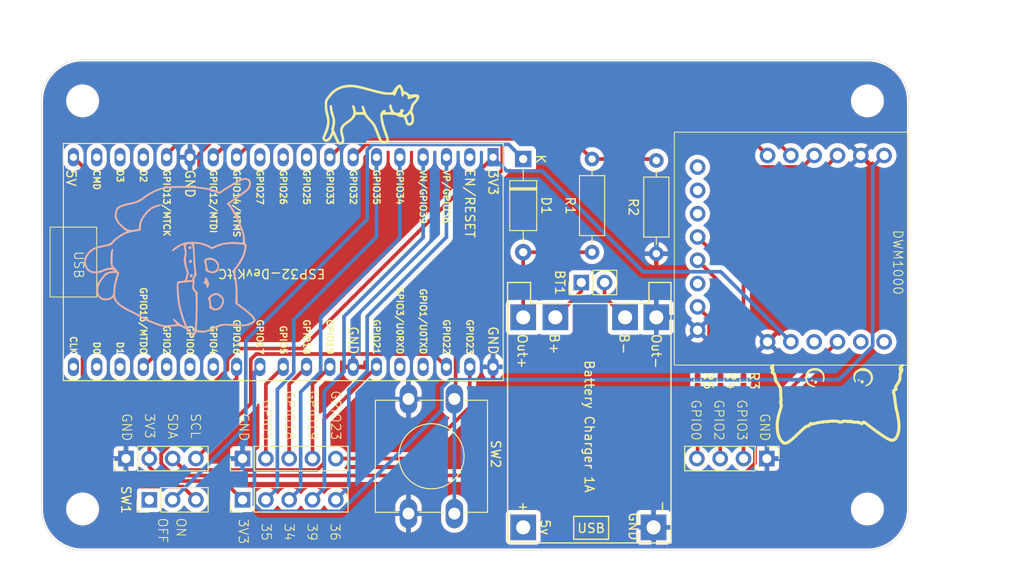
<source format=kicad_pcb>
(kicad_pcb (version 20240108) (generator "pcbnew") (generator_version "8.0")
  (layers (0 "F.Cu" signal) (31 "B.Cu" signal) (34 "B.Paste" user) (35 "F.Paste" user) (36 "B.SilkS" user "B.Silkscreen") (37 "F.SilkS" user "F.Silkscreen") (38 "B.Mask" user) (39 "F.Mask" user) (44 "Edge.Cuts" user))
  (net 0 "")
  (net 1 "Net-(BT1-+)")
  (net 2 "Net-(BT1--)")
  (net 3 "Net-(D1-A)")
  (net 4 "+5V")
  (net 5 "/MISO")
  (net 6 "GND")
  (net 7 "/RST")
  (net 8 "/CLK")
  (net 9 "/CS")
  (net 10 "/MOSI")
  (net 11 "+3.3V")
  (net 12 "/IRQ")
  (net 13 "/SCL")
  (net 14 "/SDA")
  (net 15 "/GPIO5")
  (net 16 "/GPIO19")
  (net 17 "/GPIO23")
  (net 18 "/GPIO18")
  (net 19 "Net-(J3-Pin_3)")
  (net 20 "Net-(J3-Pin_2)")
  (net 21 "VBAT")
  (net 24 "/GPIO39")
  (net 26 "/GPIO36")
  (net 33 "/GPIO35")
  (net 38 "/GPIO34")
  (net 42 "Net-(U1-32K_XP{slash}GPIO32{slash}ADC1_CH4)")
  (net 43 "Net-(J3-Pin_4)")
  (net 44 "Net-(DWM1000-GPIO0)")
  (net 45 "Net-(DWM1000-GPIO3)")
  (net 52 "Net-(DWM1000-GPIO2)")
  (net 54 "Net-(SW1-C)")
  (footprint "Connector_PinHeader_2.54mm:PinHeader_1x02_P2.54mm_Vertical" (layer "F.Cu") (at 113.725 89.005 90)
    (property "Reference" "BT1")
    (property "Value" "Battery_Cell")
  )
  (footprint "Resistor_THT:R_Axial_DIN0207_L6.3mm_D2.5mm_P10.16mm_Horizontal" (layer "F.Cu") (at 121.9 75.7 -90)
    (property "Reference" "R2")
    (property "Value" "22k")
  )
  (footprint "MountingHole:MountingHole_3.2mm_M3" (layer "F.Cu") (at 59.4 113.7)
    (property "Reference" "H4" (hide yes))
    (property "Value" "MountingHole")
  )
  (footprint "Resistor_SMD:R_0402_1005Metric" (layer "F.Cu") (at 126.4 99.7 -90)
    (property "Reference" "R5")
    (property "Value" "10k")
  )
  (footprint "Resistor_THT:R_Axial_DIN0207_L6.3mm_D2.5mm_P10.16mm_Horizontal" (layer "F.Cu") (at 114.9 85.7 90)
    (property "Reference" "R1")
    (property "Value" "12k")
  )
  (footprint "MountingHole:MountingHole_3.2mm_M3" (layer "F.Cu") (at 144.9 113.7)
    (property "Reference" "H3" (hide yes))
    (property "Value" "MountingHole")
  )
  (footprint "MountingHole:MountingHole_3.2mm_M3" (layer "F.Cu") (at 144.9 69.2)
    (property "Reference" "H2" (hide yes))
    (property "Value" "MountingHole")
  )
  (footprint "Connector_PinHeader_2.54mm:PinHeader_1x05_P2.54mm_Vertical" (layer "F.Cu") (at 76.825 108.2 90)
    (property "Reference" "J2" (hide yes))
    (property "Value" "Conn_01x05_Pin")
  )
  (footprint "Connector_PinHeader_2.54mm:PinHeader_1x03_P2.54mm_Vertical" (layer "F.Cu") (at 66.665 112.7 90)
    (property "Reference" "SW1")
    (property "Value" "SW_SPDT")
  )
  (footprint "Connector_PinHeader_2.54mm:PinHeader_1x05_P2.54mm_Vertical" (layer "F.Cu") (at 76.825 112.7 90)
    (property "Reference" "J4" (hide yes))
    (property "Value" "Conn_01x05_Pin")
  )
  (footprint "PCM_Espressif:ESP32-DevKitC" (layer "F.Cu") (at 104.11728 75.34368 -90)
    (property "Reference" "U1" (hide yes))
    (property "Value" "ESP32-DevKitC")
  )
  (footprint "charging_module:TP4056-18650" (layer "F.Cu") (at 105.7 117.4 90)
    (property "Reference" "U2" (hide yes))
    (property "Value" "~")
  )
  (footprint "Diode_THT:D_A-405_P10.16mm_Horizontal" (layer "F.Cu") (at 107.4 75.54 -90)
    (property "Reference" "D1")
    (property "Value" "D")
  )
  (footprint "Connector_PinHeader_2.54mm:PinHeader_1x04_P2.54mm_Vertical" (layer "F.Cu") (at 64.125 108.2 90)
    (property "Reference" "J1" (hide yes))
    (property "Value" "Conn_01x04_Pin")
  )
  (footprint "Connector_PinHeader_2.54mm:PinHeader_1x04_P2.54mm_Vertical" (layer "F.Cu") (at 133.94 108.2 -90)
    (property "Reference" "J3" (hide yes))
    (property "Value" "Conn_01x04_Pin")
  )
  (footprint "Resistor_SMD:R_0402_1005Metric" (layer "F.Cu") (at 131.4 99.7 -90)
    (property "Reference" "R3")
    (property "Value" "10k")
  )
  (footprint "Button_Switch_THT:SW_PUSH-12mm" (layer "F.Cu") (at 94.9 114.2 90)
    (property "Reference" "SW2")
    (property "Value" "SW_Push")
  )
  (footprint "MountingHole:MountingHole_3.2mm_M3" (layer "F.Cu") (at 59.4 69.2)
    (property "Reference" "H1" (hide yes))
    (property "Value" "MountingHole")
  )
  (footprint "dwm1000-adapter:DWM1000 adapter" (layer "F.Cu") (at 146.72 85.31 -90)
    (property "Reference" "DWM1000")
    (property "Value" "DWM1000-adapter")
  )
  (footprint "Resistor_SMD:R_0402_1005Metric" (layer "F.Cu") (at 128.9 99.7 -90)
    (property "Reference" "R4")
    (property "Value" "10k")
  )
  (gr_poly (pts (xy 73.181507 89.248081) (xy 73.180546 89.261262) (xy 73.179085 89.274341) (xy 73.177129 89.287404) (xy 73.171761 89.313819) (xy 73.164496 89.341183) (xy 73.155386 89.370172) (xy 73.144484 89.401463) (xy 73.131842 89.435732) (xy 73.124294 89.454778) (xy 73.1163 89.472561) (xy 73.107904 89.489084) (xy 73.09915 89.504348) (xy 73.090085 89.518356) (xy 73.080753 89.53111) (xy 73.071199 89.542613) (xy 73.061468 89.552865) (xy 73.051606 89.56187) (xy 73.041657 89.56963) (xy 73.031666 89.576147) (xy 73.021678 89.581422) (xy 73.011739 89.585459) (xy 73.001893 89.58826) (xy 72.992185 89.589826) (xy 72.982661 89.59016) (xy 72.973365 89.589265) (xy 72.964343 89.587141) (xy 72.955639 89.583792) (xy 72.947298 89.57922) (xy 72.939366 89.573427) (xy 72.931888 89.566414) (xy 72.924908 89.558185) (xy 72.918472 89.548742) (xy 72.912624 89.538086) (xy 72.90741 89.52622) (xy 72.902874 89.513146) (xy 72.899063 89.498866) (xy 72.89602 89.483383) (xy 72.89379 89.466699) (xy 72.892419 89.448815) (xy 72.891953 89.429734) (xy 72.891382 89.406739) (xy 72.889633 89.384931) (xy 72.886655 89.364229) (xy 72.884689 89.354268) (xy 72.882395 89.344555) (xy 72.879767 89.335078) (xy 72.876799 89.325829) (xy 72.873484 89.316798) (xy 72.869815 89.307974) (xy 72.865786 89.299347) (xy 72.86139 89.290909) (xy 72.856621 89.282648) (xy 72.851472 89.274556) (xy 72.845936 89.266621) (xy 72.840007 89.258835) (xy 72.833679 89.251187) (xy 72.826944 89.243668) (xy 72.819797 89.236267) (xy 72.812229 89.228975) (xy 72.79581 89.214677) (xy 72.777634 89.200696) (xy 72.757648 89.186952) (xy 72.7358 89.173366) (xy 72.712036 89.159859) (xy 72.69039 89.147491) (xy 72.670431 89.135132) (xy 72.652158 89.122791) (xy 72.635572 89.110476) (xy 72.627911 89.104331) (xy 72.620673 89.098196) (xy 72.613856 89.092072) (xy 72.60746 89.08596) (xy 72.601486 89.079861) (xy 72.595934 89.073777) (xy 72.590804 89.067708) (xy 72.586095 89.061655) (xy 72.581808 89.05562) (xy 72.577943 89.049603) (xy 72.574499 89.043607) (xy 72.571477 89.037631) (xy 72.568877 89.031677) (xy 72.566698 89.025746) (xy 72.564941 89.01984) (xy 72.563606 89.013958) (xy 72.562692 89.008103) (xy 72.5622 89.002276) (xy 72.56213 88.996477) (xy 72.562481 88.990708) (xy 72.563254 88.984969) (xy 72.564449 88.979262) (xy 72.566065 88.973589) (xy 72.568103 88.967949) (xy 72.569859 88.962925) (xy 72.571749 88.957976) (xy 72.573766 88.953109) (xy 72.575904 88.948329) (xy 72.580516 88.93905) (xy 72.585532 88.930185) (xy 72.5909 88.921776) (xy 72.596566 88.913868) (xy 72.602479 88.906505) (xy 72.608584 88.89973) (xy 72.61483 88.893588) (xy 72.621164 88.888122) (xy 72.624348 88.885657) (xy 72.627534 88.883377) (xy 72.630715 88.881288) (xy 72.633885 88.879396) (xy 72.637038 88.877706) (xy 72.640167 88.876223) (xy 72.643264 88.874953) (xy 72.646325 88.873902) (xy 72.649342 88.873075) (xy 72.652308 88.872478) (xy 72.655217 88.872115) (xy 72.658062 88.871993) (xy 72.660855 88.871766) (xy 72.66361 88.871094) (xy 72.666322 88.869987) (xy 72.66899 88.868456) (xy 72.674178 88.864166) (xy 72.679146 88.858312) (xy 72.683868 88.850982) (xy 72.688317 88.842264) (xy 72.692468 88.832246) (xy 72.696294 88.821016) (xy 72.699768 88.808662) (xy 72.702865 88.79527) (xy 72.705558 88.78093) (xy 72.70782 88.765729) (xy 72.709625 88.749755) (xy 72.710947 88.733096) (xy 72.71176 88.71584) (xy 72.712036 88.698074) (xy 72.712763 88.663526) (xy 72.714897 88.631832) (xy 72.718371 88.602962) (xy 72.723117 88.576887) (xy 72.729066 88.55358) (xy 72.736151 88.533012) (xy 72.744303 88.515154) (xy 72.753455 88.499977) (xy 72.763537 88.487454) (xy 72.774483 88.477555) (xy 72.786224 88.470252) (xy 72.798692 88.465517) (xy 72.811818 88.46332) (xy 72.825536 88.463634) (xy 72.839776 88.466429) (xy 72.854471 88.471678) (xy 72.869552 88.479351) (xy 72.884952 88.489421) (xy 72.900602 88.501858) (xy 72.916434 88.516634) (xy 72.932381 88.53372) (xy 72.948373 88.553089) (xy 72.964344 88.57471) (xy 72.980225 88.598557) (xy 72.995947 88.6246) (xy 73.011444 88.65281) (xy 73.026646 88.68316) (xy 73.041485 88.71562) (xy 73.055894 88.750162) (xy 73.069805 88.786758) (xy 73.083149 88.825379) (xy 73.095858 88.865996) (xy 73.13135 88.980751) (xy 73.145432 89.029067) (xy 73.157143 89.072244) (xy 73.166534 89.110958) (xy 73.173659 89.145885) (xy 73.17857 89.177703) (xy 73.180211 89.192657) (xy 73.181319 89.207087) (xy 73.1819 89.221078) (xy 73.181961 89.234715)) (stroke (width -0.000001)) (fill solid) (layer "B.SilkS"))
  (gr_poly (pts (xy 74.266884 87.326387) (xy 74.263885 87.368537) (xy 74.25932 87.41017) (xy 74.253209 87.451135) (xy 74.245572 87.491282) (xy 74.236427 87.530457) (xy 74.225797 87.568511) (xy 74.213699 87.60529) (xy 74.200153 87.640644) (xy 74.18518 87.674421) (xy 74.1688 87.70647) (xy 74.151031 87.736639) (xy 74.131894 87.764776) (xy 74.111408 87.79073) (xy 74.089594 87.81435) (xy 74.066471 87.835483) (xy 74.042059 87.853979) (xy 74.016377 87.869685) (xy 73.989446 87.882451) (xy 73.925124 87.907822) (xy 73.864511 87.92996) (xy 73.807095 87.948866) (xy 73.752367 87.964538) (xy 73.699818 87.976978) (xy 73.648938 87.986185) (xy 73.599218 87.992158) (xy 73.550148 87.994899) (xy 73.501219 87.994407) (xy 73.45192 87.990682) (xy 73.401743 87.983725) (xy 73.350179 87.973534) (xy 73.296716 87.960111) (xy 73.240847 87.943454) (xy 73.182061 87.923565) (xy 73.119849 87.900443) (xy 73.006756 87.856167) (xy 72.960809 87.837138) (xy 72.921284 87.81948) (xy 72.903778 87.811001) (xy 72.887697 87.802666) (xy 72.87298 87.79441) (xy 72.859566 87.786168) (xy 72.847395 87.777872) (xy 72.836407 87.769459) (xy 72.826541 87.76086) (xy 72.817738 87.752012) (xy 72.809935 87.742847) (xy 72.803074 87.7333) (xy 72.797093 87.723304) (xy 72.791933 87.712795) (xy 72.787532 87.701706) (xy 72.783832 87.689972) (xy 72.78077 87.677526) (xy 72.778287 87.664302) (xy 72.776322 87.650235) (xy 72.774815 87.635259) (xy 72.772934 87.602315) (xy 72.772159 87.564944) (xy 72.772008 87.522617) (xy 72.77118 87.480234) (xy 72.768752 87.434311) (xy 72.759452 87.333424) (xy 72.74481 87.22312) (xy 72.72553 87.106561) (xy 72.702314 86.986909) (xy 72.675866 86.867328) (xy 72.646887 86.750979) (xy 72.61608 86.641026) (xy 72.613972 86.62842) (xy 72.614328 86.615377) (xy 72.617044 86.601952) (xy 72.622019 86.588199) (xy 72.629151 86.574174) (xy 72.638338 86.559932) (xy 72.662466 86.531015) (xy 72.693587 86.501887) (xy 72.730883 86.472987) (xy 72.773539 86.444755) (xy 72.820736 86.41763) (xy 72.871659 86.392051) (xy 72.925489 86.368457) (xy 72.981409 86.347288) (xy 73.038604 86.328983) (xy 73.096256 86.313981) (xy 73.153547 86.302722) (xy 73.209661 86.295644) (xy 73.252023 86.293721) (xy 73.252023 86.534956) (xy 73.203024 86.536122) (xy 73.15552 86.539607) (xy 73.110009 86.545446) (xy 73.066993 86.553674) (xy 73.026973 86.564327) (xy 72.990449 86.577441) (xy 72.957922 86.593049) (xy 72.939998 86.602932) (xy 72.924446 86.612797) (xy 72.911248 86.623331) (xy 72.900386 86.635217) (xy 72.891844 86.649141) (xy 72.885604 86.665788) (xy 72.881648 86.685844) (xy 72.879958 86.709994) (xy 72.880518 86.738923) (xy 72.883308 86.773317) (xy 72.888313 86.813859) (xy 72.895514 86.861237) (xy 72.916434 86.979237) (xy 72.945928 87.132798) (xy 72.960154 87.205679) (xy 72.973712 87.271672) (xy 72.986778 87.331199) (xy 72.999528 87.384682) (xy 73.012138 87.432542) (xy 73.018444 87.454496) (xy 73.024782 87.475202) (xy 73.031172 87.494714) (xy 73.037637 87.513083) (xy 73.044199 87.530363) (xy 73.050879 87.546607) (xy 73.0577 87.561866) (xy 73.064683 87.576195) (xy 73.071851 87.589644) (xy 73.079225 87.602268) (xy 73.086828 87.614119) (xy 73.094681 87.62525) (xy 73.102807 87.635713) (xy 73.111226 87.645561) (xy 73.119962 87.654847) (xy 73.129036 87.663623) (xy 73.138471 87.671942) (xy 73.148287 87.679857) (xy 73.158508 87.687421) (xy 73.169154 87.694686) (xy 73.180249 87.701706) (xy 73.191814 87.708532) (xy 73.219209 87.722415) (xy 73.247363 87.73484) (xy 73.276191 87.745824) (xy 73.305609 87.755385) (xy 73.335532 87.76354) (xy 73.365876 87.770308) (xy 73.396555 87.775704) (xy 73.427486 87.779749) (xy 73.458584 87.782457) (xy 73.489765 87.783848) (xy 73.520943 87.783939) (xy 73.552034 87.782747) (xy 73.582954 87.78029) (xy 73.613618 87.776586) (xy 73.643942 87.771652) (xy 73.673841 87.765505) (xy 73.70323 87.758164) (xy 73.732025 87.749645) (xy 73.760142 87.739967) (xy 73.787495 87.729147) (xy 73.814001 87.717202) (xy 73.839574 87.704151) (xy 73.86413 87.69001) (xy 73.887585 87.674797) (xy 73.909854 87.658531) (xy 73.930853 87.641227) (xy 73.950496 87.622904) (xy 73.9687 87.60358) (xy 73.98538 87.583272) (xy 74.00045 87.561998) (xy 74.013828 87.539775) (xy 74.025427 87.516621) (xy 74.032098 87.500409) (xy 74.038593 87.483355) (xy 74.044878 87.465597) (xy 74.050916 87.447278) (xy 74.062114 87.409514) (xy 74.071906 87.371188) (xy 74.080012 87.333424) (xy 74.083344 87.315105) (xy 74.08615 87.297347) (xy 74.088393 87.280292) (xy 74.090039 87.264081) (xy 74.091052 87.248854) (xy 74.091397 87.234751) (xy 74.090789 87.21589) (xy 74.08899 87.196453) (xy 74.086041 87.176495) (xy 74.08198 87.156073) (xy 74.076847 87.135242) (xy 74.070682 87.114059) (xy 74.055414 87.070858) (xy 74.036491 87.02692) (xy 74.01423 86.982692) (xy 73.988947 86.938622) (xy 73.960958 86.895159) (xy 73.930579 86.852749) (xy 73.898127 86.811842) (xy 73.863919 86.772885) (xy 73.828269 86.736326) (xy 73.791495 86.702614) (xy 73.753913 86.672195) (xy 73.734918 86.658362) (xy 73.715839 86.64552) (xy 73.696716 86.633725) (xy 73.677589 86.623034) (xy 73.637683 86.604908) (xy 73.594764 86.588785) (xy 73.549333 86.5747) (xy 73.50189 86.562688) (xy 73.452935 86.552784) (xy 73.402971 86.545024) (xy 73.352497 86.539443) (xy 73.302014 86.536075) (xy 73.252023 86.534956) (xy 73.252023 86.293721) (xy 73.263782 86.293187) (xy 73.290633 86.293866) (xy 73.318285 86.295873) (xy 73.375678 86.303706) (xy 73.435339 86.316353) (xy 73.496642 86.333481) (xy 73.558964 86.354756) (xy 73.621681 86.379843) (xy 73.68417 86.408409) (xy 73.745807 86.440119) (xy 73.805969 86.474642) (xy 73.86403 86.511641) (xy 73.919368 86.550784) (xy 73.971359 86.591737) (xy 74.01938 86.634165) (xy 74.062806 86.677736) (xy 74.101013 86.722115) (xy 74.117965 86.744503) (xy 74.133379 86.766968) (xy 74.154378 86.800431) (xy 74.173535 86.8355) (xy 74.190869 86.872022) (xy 74.206399 86.909847) (xy 74.220147 86.948823) (xy 74.23213 86.988798) (xy 74.24237 87.029621) (xy 74.250886 87.071139) (xy 74.257698 87.113203) (xy 74.262825 87.15566) (xy 74.266288 87.198358) (xy 74.268105 87.241147) (xy 74.268297 87.283874)) (stroke (width -0.000001)) (fill solid) (layer "B.SilkS"))
  (gr_poly (pts (xy 78.236977 93.125638) (xy 78.234795 93.142728) (xy 78.231331 93.159622) (xy 78.226567 93.176362) (xy 78.220484 93.19299) (xy 78.213067 93.209548) (xy 78.204297 93.226077) (xy 78.194156 93.24262) (xy 78.182627 93.259218) (xy 78.169692 93.275912) (xy 78.155335 93.292744) (xy 78.139536 93.309757) (xy 78.12228 93.326991) (xy 78.103547 93.344489) (xy 78.083321 93.362292) (xy 78.038319 93.398981) (xy 77.987132 93.437392) (xy 77.929619 93.477859) (xy 77.840796 93.532607) (xy 77.743038 93.582154) (xy 77.636407 93.626501) (xy 77.520965 93.665646) (xy 77.396773 93.699592) (xy 77.263893 93.728336) (xy 77.122385 93.75188) (xy 76.972313 93.770223) (xy 76.813736 93.783365) (xy 76.646718 93.791307) (xy 76.471318 93.794048) (xy 76.287599 93.791588) (xy 76.095622 93.783927) (xy 75.895448 93.771066) (xy 75.68714 93.753004) (xy 75.470758 93.729741) (xy 75.347616 93.71686) (xy 75.231432 93.70765) (xy 75.12087 93.702411) (xy 75.014595 93.701442) (xy 74.911272 93.705041) (xy 74.809565 93.713507) (xy 74.70814 93.727138) (xy 74.60566 93.746234) (xy 74.50079 93.771093) (xy 74.392196 93.802013) (xy 74.278542 93.839294) (xy 74.158492 93.883234) (xy 74.030711 93.934131) (xy 73.893864 93.992285) (xy 73.587631 94.131556) (xy 73.452639 94.194421) (xy 73.328005 94.250469) (xy 73.21256 94.299911) (xy 73.105136 94.342958) (xy 73.004564 94.379819) (xy 72.909676 94.410707) (xy 72.819303 94.435832) (xy 72.732277 94.455405) (xy 72.647431 94.469637) (xy 72.563594 94.478738) (xy 72.479599 94.48292) (xy 72.394278 94.482393) (xy 72.306462 94.477368) (xy 72.214982 94.468056) (xy 72.118671 94.454668) (xy 72.016359 94.437414) (xy 71.974052 94.429083) (xy 71.936814 94.42221) (xy 71.904232 94.416989) (xy 71.875893 94.413612) (xy 71.863185 94.412676) (xy 71.851384 94.412274) (xy 71.840437 94.412429) (xy 71.830293 94.413167) (xy 71.8209 94.414511) (xy 71.812206 94.416485) (xy 71.80416 94.419113) (xy 71.796711 94.422421) (xy 71.789806 94.426431) (xy 71.783394 94.431168) (xy 71.777424 94.436656) (xy 71.771843 94.442919) (xy 71.766601 94.449982) (xy 71.761645 94.457868) (xy 71.756924 94.466602) (xy 71.752387 94.476209) (xy 71.747982 94.486711) (xy 71.743656 94.498133) (xy 71.73504 94.523835) (xy 71.726125 94.553508) (xy 71.716498 94.587346) (xy 71.705681 94.620291) (xy 71.6935 94.65054) (xy 71.679995 94.678103) (xy 71.665205 94.702991) (xy 71.649173 94.725211) (xy 71.631938 94.744776) (xy 71.613541 94.761694) (xy 71.594023 94.775976) (xy 71.573425 94.787631) (xy 71.551787 94.796669) (xy 71.529149 94.8031) (xy 71.505553 94.806934) (xy 71.481038 94.808181) (xy 71.455647 94.80685) (xy 71.429418 94.802953) (xy 71.402393 94.796497) (xy 71.374613 94.787494) (xy 71.346118 94.775953) (xy 71.316949 94.761885) (xy 71.287146 94.745298) (xy 71.25675 94.726203) (xy 71.225802 94.70461) (xy 71.194342 94.680529) (xy 71.162411 94.653969) (xy 71.130049 94.624941) (xy 71.097298 94.593454) (xy 71.064197 94.559518) (xy 71.030788 94.523143) (xy 70.963206 94.443116) (xy 70.894878 94.353452) (xy 70.864882 94.314337) (xy 70.835386 94.277796) (xy 70.806049 94.243592) (xy 70.776527 94.211487) (xy 70.746478 94.181245) (xy 70.715559 94.152628) (xy 70.683428 94.125399) (xy 70.649742 94.099321) (xy 70.614158 94.074156) (xy 70.576334 94.049668) (xy 70.535928 94.025619) (xy 70.492596 94.001772) (xy 70.445996 93.97789) (xy 70.395785 93.953736) (xy 70.341621 93.929071) (xy 70.283161 93.903661) (xy 70.146947 93.848104) (xy 70.089307 93.82569) (xy 70.036806 93.806674) (xy 69.988066 93.790927) (xy 69.941706 93.778316) (xy 69.896348 93.76871) (xy 69.850612 93.761976) (xy 69.803118 93.757984) (xy 69.752489 93.7566) (xy 69.697344 93.757694) (xy 69.636305 93.761133) (xy 69.567991 93.766786) (xy 69.491024 93.774521) (xy 69.305614 93.79571) (xy 69.167153 93.811034) (xy 69.030878 93.823284) (xy 68.897152 93.832476) (xy 68.766333 93.838628) (xy 68.638782 93.841758) (xy 68.51486 93.841884) (xy 68.394926 93.839023) (xy 68.27934 93.833193) (xy 68.168463 93.824411) (xy 68.062655 93.812695) (xy 67.962276 93.798062) (xy 67.867687 93.78053) (xy 67.779247 93.760117) (xy 67.697317 93.73684) (xy 67.622256 93.710716) (xy 67.554426 93.681764) (xy 67.410118 93.619543) (xy 67.218581 93.53933) (xy 67.004555 93.45237) (xy 66.792777 93.369908) (xy 66.678573 93.322773) (xy 66.545955 93.263832) (xy 66.399562 93.195333) (xy 66.244032 93.119524) (xy 66.084005 93.038655) (xy 65.924118 92.954975) (xy 65.76901 92.870733) (xy 65.623319 92.788178) (xy 65.475205 92.703725) (xy 65.313245 92.614071) (xy 64.968873 92.429844) (xy 64.632373 92.256862) (xy 64.480252 92.181264) (xy 64.345912 92.11649) (xy 64.212856 92.051106) (xy 64.083779 91.983333) (xy 63.959008 91.913451) (xy 63.838866 91.841742) (xy 63.723678 91.768487) (xy 63.613771 91.693967) (xy 63.509468 91.618463) (xy 63.411095 91.542256) (xy 63.318978 91.465627) (xy 63.23344 91.388858) (xy 63.154807 91.31223) (xy 63.083404 91.236023) (xy 63.019556 91.160519) (xy 62.963588 91.085998) (xy 62.915825 91.012743) (xy 62.895123 90.976678) (xy 62.876593 90.941034) (xy 62.744653 90.671159) (xy 62.546746 90.791104) (xy 62.495172 90.820121) (xy 62.439733 90.846414) (xy 62.38092 90.869931) (xy 62.319226 90.89062) (xy 62.255143 90.908427) (xy 62.189161 90.9233) (xy 62.121775 90.935186) (xy 62.053474 90.944033) (xy 61.984752 90.949787) (xy 61.9161 90.952396) (xy 61.848011 90.951808) (xy 61.780975 90.947969) (xy 61.715486 90.940826) (xy 61.652035 90.930328) (xy 61.591114 90.916422) (xy 61.533215 90.899054) (xy 61.506955 90.890151) (xy 61.480001 90.87927) (xy 61.452503 90.866545) (xy 61.424609 90.852107) (xy 61.396469 90.836087) (xy 61.368233 90.818618) (xy 61.340049 90.799832) (xy 61.312067 90.779859) (xy 61.284437 90.758832) (xy 61.257307 90.736883) (xy 61.230828 90.714143) (xy 61.205148 90.690744) (xy 61.180417 90.666818) (xy 61.156784 90.642497) (xy 61.134399 90.617912) (xy 61.11341 90.593195) (xy 61.053766 90.517387) (xy 61.029443 90.483559) (xy 61.008458 90.451136) (xy 60.990566 90.419135) (xy 60.97552 90.386573) (xy 60.963075 90.352463) (xy 60.952984 90.315824) (xy 60.945001 90.275671) (xy 60.938881 90.23102) (xy 60.934377 90.180887) (xy 60.931244 90.124288) (xy 60.928105 89.987757) (xy 60.927496 89.813556) (xy 60.93067 89.666694) (xy 60.933043 89.600739) (xy 60.936023 89.539371) (xy 60.93967 89.482289) (xy 60.944046 89.429195) (xy 60.949213 89.379791) (xy 60.955232 89.333778) (xy 60.962165 89.290858) (xy 60.970073 89.250731) (xy 60.979018 89.213099) (xy 60.98906 89.177663) (xy 61.000263 89.144125) (xy 61.012686 89.112186) (xy 61.026392 89.081546) (xy 61.041442 89.051909) (xy 61.075396 88.993196) (xy 61.117977 88.926014) (xy 61.167973 88.851875) (xy 61.224171 88.772289) (xy 61.350323 88.60282) (xy 61.486737 88.429698) (xy 61.623712 88.265008) (xy 61.68938 88.189604) (xy 61.751551 88.120841) (xy 61.809014 88.06023) (xy 61.860555 88.009283) (xy 61.904963 87.96951) (xy 61.941025 87.942423) (xy 61.967532 87.927218) (xy 62.003527 87.91102) (xy 62.047816 87.894101) (xy 62.099202 87.876735) (xy 62.21849 87.841747) (xy 62.351835 87.808235) (xy 62.489677 87.778378) (xy 62.62246 87.754354) (xy 62.683967 87.74521) (xy 62.740624 87.738342) (xy 62.791237 87.734021) (xy 62.822619 87.732935) (xy 62.822619 87.972409) (xy 62.718242 87.973461) (xy 62.62266 87.976884) (xy 62.534967 87.983083) (xy 62.454257 87.992463) (xy 62.416239 87.998471) (xy 62.379627 88.005427) (xy 62.344309 88.013379) (xy 62.310171 88.022379) (xy 62.277101 88.032477) (xy 62.244985 88.043723) (xy 62.21371 88.056169) (xy 62.183164 88.069865) (xy 62.153232 88.08486) (xy 62.123802 88.101206) (xy 62.094761 88.118954) (xy 62.065995 88.138153) (xy 62.037392 88.158855) (xy 62.008838 88.181109) (xy 61.980221 88.204966) (xy 61.951427 88.230478) (xy 61.892856 88.286663) (xy 61.83222 88.35007) (xy 61.768615 88.421103) (xy 61.701136 88.500165) (xy 61.6299 88.586906) (xy 61.564454 88.669809) (xy 61.504542 88.74939) (xy 61.449909 88.82617) (xy 61.400302 88.900665) (xy 61.355465 88.973395) (xy 61.315143 89.044877) (xy 61.279082 89.11563) (xy 61.247028 89.186172) (xy 61.218724 89.257021) (xy 61.193917 89.328697) (xy 61.172351 89.401716) (xy 61.153772 89.476598) (xy 61.137926 89.553861) (xy 61.124556 89.634022) (xy 61.11341 89.717601) (xy 61.107186 89.775384) (xy 61.103118 89.831768) (xy 61.101183 89.886724) (xy 61.101357 89.940225) (xy 61.103617 89.99224) (xy 61.107941 90.042742) (xy 61.114305 90.091703) (xy 61.122686 90.139093) (xy 61.133062 90.184885) (xy 61.145409 90.229048) (xy 61.159704 90.271556) (xy 61.175924 90.31238) (xy 61.194045 90.35149) (xy 61.214046 90.388859) (xy 61.235903 90.424458) (xy 61.259592 90.458257) (xy 61.285091 90.49023) (xy 61.312377 90.520347) (xy 61.341426 90.548579) (xy 61.372216 90.574899) (xy 61.404723 90.599277) (xy 61.438925 90.621684) (xy 61.474798 90.642094) (xy 61.512319 90.660476) (xy 61.551465 90.676803) (xy 61.592214 90.691045) (xy 61.634542 90.703174) (xy 61.678426 90.713162) (xy 61.723842 90.720981) (xy 61.770769 90.726601) (xy 61.819183 90.729993) (xy 61.86906 90.731131) (xy 61.984777 90.728213) (xy 62.091437 90.719312) (xy 62.141439 90.71255) (xy 62.189259 90.704209) (xy 62.234925 90.694263) (xy 62.278464 90.682685) (xy 62.319903 90.669445) (xy 62.359269 90.654519) (xy 62.396592 90.637876) (xy 62.431896 90.619491) (xy 62.465211 90.599336) (xy 62.496564 90.577384) (xy 62.525982 90.553606) (xy 62.553492 90.527975) (xy 62.579123 90.500465) (xy 62.602901 90.471047) (xy 62.624853 90.439695) (xy 62.645008 90.40638) (xy 62.663393 90.371075) (xy 62.680036 90.333753) (xy 62.694963 90.294386) (xy 62.708202 90.252947) (xy 62.719781 90.209408) (xy 62.729726 90.163742) (xy 62.738067 90.115922) (xy 62.744829 90.06592) (xy 62.75373 89.95926) (xy 62.756648 89.843542) (xy 62.758546 89.755775) (xy 62.763957 89.660909) (xy 62.772461 89.561966) (xy 62.783636 89.46197) (xy 62.797059 89.363941) (xy 62.81231 89.270902) (xy 62.828966 89.185875) (xy 62.846607 89.111882) (xy 63.044514 88.380221) (xy 63.158463 87.972409) (xy 62.822619 87.972409) (xy 62.822619 87.732935) (xy 62.834612 87.73252) (xy 62.837336 87.73245) (xy 62.839886 87.732242) (xy 62.842264 87.731898) (xy 62.844474 87.731419) (xy 62.846517 87.730809) (xy 62.848395 87.730069) (xy 62.850111 87.729202) (xy 62.851666 87.72821) (xy 62.853063 87.727094) (xy 62.854304 87.725858) (xy 62.855392 87.724504) (xy 62.856328 87.723032) (xy 62.857114 87.721447) (xy 62.857754 87.71975) (xy 62.858248 87.717943) (xy 62.8586 87.716028) (xy 62.858811 87.714008) (xy 62.858884 87.711884) (xy 62.858821 87.70966) (xy 62.858624 87.707337) (xy 62.857836 87.702403) (xy 62.856539 87.697099) (xy 62.85475 87.691445) (xy 62.852486 87.685456) (xy 62.849766 87.679152) (xy 62.846607 87.672548) (xy 62.841438 87.666933) (xy 62.832808 87.661362) (xy 62.820911 87.655879) (xy 62.805938 87.650527) (xy 62.788084 87.645351) (xy 62.767542 87.640395) (xy 62.719166 87.631317) (xy 62.662356 87.623645) (xy 62.598659 87.61773) (xy 62.529621 87.613923) (xy 62.456788 87.612576) (xy 62.409091 87.61315) (xy 62.362519 87.614918) (xy 62.31679 87.617952) (xy 62.271623 87.622321) (xy 62.226738 87.628096) (xy 62.181852 87.635347) (xy 62.136686 87.644143) (xy 62.090957 87.654556) (xy 62.044384 87.666656) (xy 61.996688 87.680513) (xy 61.947586 87.696197) (xy 61.896797 87.713779) (xy 61.84404 87.733328) (xy 61.789034 87.754916) (xy 61.671151 87.804487) (xy 61.548009 87.855779) (xy 61.491265 87.877872) (xy 61.437166 87.897725) (xy 61.38528 87.915434) (xy 61.335178 87.931096) (xy 61.286429 87.944808) (xy 61.238602 87.956667) (xy 61.191267 87.966768) (xy 61.143993 87.975209) (xy 61.096351 87.982086) (xy 61.047909 87.987497) (xy 60.998237 87.991536) (xy 60.946905 87.994302) (xy 60.893482 87.995891) (xy 60.837537 87.996399) (xy 60.732704 87.994547) (xy 60.633924 87.98889) (xy 60.586719 87.984589) (xy 60.540925 87.979281) (xy 60.496508 87.972947) (xy 60.453433 87.965569) (xy 60.411668 87.957128) (xy 60.371178 87.947605) (xy 60.331929 87.936982) (xy 60.293886 87.92524) (xy 60.257016 87.91236) (xy 60.221286 87.898324) (xy 60.186659 87.883113) (xy 60.153104 87.866709) (xy 60.120585 87.849092) (xy 60.089069 87.830244) (xy 60.058521 87.810146) (xy 60.028908 87.78878) (xy 60.000195 87.766127) (xy 59.972349 87.742168) (xy 59.945335 87.716885) (xy 59.919119 87.690259) (xy 59.893668 87.662271) (xy 59.868947 87.632903) (xy 59.844922 87.602136) (xy 59.821559 87.569951) (xy 59.798825 87.53633) (xy 59.776684 87.501254) (xy 59.755104 87.464704) (xy 59.73405 87.426662) (xy 59.705566 87.372821) (xy 59.679704 87.318169) (xy 59.656448 87.262772) (xy 59.635786 87.206698) (xy 59.617702 87.150013) (xy 59.602182 87.092784) (xy 59.589211 87.035079) (xy 59.578777 86.976965) (xy 59.570863 86.918507) (xy 59.565457 86.859774) (xy 59.562544 86.800833) (xy 59.562108 86.741749) (xy 59.568617 86.623426) (xy 59.584867 86.505339) (xy 59.610746 86.388026) (xy 59.64614 86.272021) (xy 59.690933 86.157862) (xy 59.745012 86.046083) (xy 59.808262 85.937221) (xy 59.880569 85.831811) (xy 59.96182 85.73039) (xy 60.051899 85.633493) (xy 60.120943 85.567498) (xy 60.189309 85.506415) (xy 60.25801 85.449812) (xy 60.328055 85.397259) (xy 60.400453 85.348325) (xy 60.476217 85.30258) (xy 60.556355 85.259594) (xy 60.641878 85.218935) (xy 60.733797 85.180174) (xy 60.833122 85.14288) (xy 60.940862 85.106623) (xy 61.058029 85.070972) (xy 61.185632 85.035497) (xy 61.324683 84.999767) (xy 61.641164 84.92582) (xy 61.764598 84.897928) (xy 61.87467 84.872478) (xy 61.972354 84.849101) (xy 62.058628 84.827429) (xy 62.134464 84.807091) (xy 62.200839 84.787721) (xy 62.230783 84.778282) (xy 62.258728 84.768947) (xy 62.284795 84.759669) (xy 62.309105 84.750402) (xy 62.331782 84.7411) (xy 62.352947 84.731716) (xy 62.372722 84.722205) (xy 62.391228 84.712521) (xy 62.408587 84.702617) (xy 62.424923 84.692447) (xy 62.440355 84.681966) (xy 62.455007 84.671126) (xy 62.469 84.659883) (xy 62.482456 84.648189) (xy 62.495497 84.635998) (xy 62.508244 84.623266) (xy 62.520821 84.609944) (xy 62.533347 84.595988) (xy 62.558741 84.565987) (xy 62.601556 84.514357) (xy 62.653033 84.458799) (xy 62.712416 84.399885) (xy 62.778951 84.338187) (xy 62.851881 84.274274) (xy 62.930451 84.208719) (xy 63.101489 84.074965) (xy 63.28602 83.941491) (xy 63.478002 83.812867) (xy 63.574897 83.751801) (xy 63.671389 83.693661) (xy 63.76672 83.639017) (xy 63.860137 83.58844) (xy 63.926811 83.552337) (xy 63.985341 83.520292) (xy 64.036017 83.492007) (xy 64.07913 83.467184) (xy 64.114968 83.445523) (xy 64.13025 83.435785) (xy 64.143822 83.426726) (xy 64.155721 83.418308) (xy 64.165982 83.410494) (xy 64.174643 83.403247) (xy 64.181738 83.396529) (xy 64.187305 83.390303) (xy 64.19138 83.384532) (xy 64.193998 83.379178) (xy 64.194773 83.376645) (xy 64.195197 83.374204) (xy 64.195275 83.371847) (xy 64.195012 83.369572) (xy 64.194412 83.367373) (xy 64.193479 83.365246) (xy 64.192219 83.363186) (xy 64.190636 83.361188) (xy 64.186517 83.35736) (xy 64.18116 83.353725) (xy 64.1746 83.350247) (xy 64.166874 83.346887) (xy 64.158019 83.343608) (xy 64.148069 83.340374) (xy 64.137062 83.337145) (xy 64.11202 83.330559) (xy 64.091002 83.323737) (xy 64.067425 83.313508) (xy 64.013324 83.283542) (xy 63.951176 83.242086) (xy 63.882439 83.190562) (xy 63.808572 83.130394) (xy 63.731033 83.063004) (xy 63.65128 82.989816) (xy 63.570771 82.912253) (xy 63.490965 82.831739) (xy 63.41332 82.749696) (xy 63.339295 82.667547) (xy 63.270347 82.586717) (xy 63.207936 82.508627) (xy 63.153519 82.434701) (xy 63.108554 82.366363) (xy 63.074501 82.305035) (xy 63.049329 82.252781) (xy 63.023806 82.196241) (xy 62.998704 82.137312) (xy 62.974797 82.07789) (xy 62.952858 82.019874) (xy 62.93366 81.965161) (xy 62.917976 81.915649) (xy 62.911693 81.893436) (xy 62.906578 81.873235) (xy 62.898533 81.818428) (xy 62.894502 81.75807) (xy 62.894284 81.693072) (xy 62.897677 81.62435) (xy 62.904478 81.552817) (xy 62.914485 81.479386) (xy 62.927497 81.404971) (xy 62.943312 81.330486) (xy 62.961727 81.256845) (xy 62.98254 81.18496) (xy 63.005549 81.115746) (xy 63.030553 81.050116) (xy 63.057348 80.988984) (xy 63.085734 80.933264) (xy 63.115507 80.883869) (xy 63.146467 80.841713) (xy 63.181478 80.805685) (xy 63.223306 80.769676) (xy 63.271601 80.733842) (xy 63.326009 80.698341) (xy 63.38618 80.663333) (xy 63.451763 80.628975) (xy 63.522407 80.595425) (xy 63.597758 80.562842) (xy 63.677468 80.531383) (xy 63.761183 80.501206) (xy 63.848553 80.472471) (xy 63.939226 80.445334) (xy 64.03285 80.419954) (xy 64.129076 80.396489) (xy 64.22755 80.375098) (xy 64.327921 80.355938) (xy 64.463987 80.331199) (xy 64.595582 80.304211) (xy 64.722732 80.274975) (xy 64.845462 80.24349) (xy 64.963801 80.209755) (xy 65.077773 80.173772) (xy 65.187405 80.13554) (xy 65.292724 80.095058) (xy 65.393755 80.052328) (xy 65.490526 80.007349) (xy 65.583063 79.960121) (xy 65.671391 79.910644) (xy 65.755538 79.858918) (xy 65.83553 79.804943) (xy 65.911393 79.748719) (xy 65.983153 79.690246) (xy 66.083309 79.607623) (xy 66.194052 79.524315) (xy 66.314159 79.440901) (xy 66.442409 79.357962) (xy 66.577583 79.276077) (xy 66.718458 79.195826) (xy 66.863813 79.117789) (xy 67.012427 79.042546) (xy 67.163079 78.970676) (xy 67.314549 78.902759) (xy 67.465614 78.839375) (xy 67.615054 78.781104) (xy 67.761648 78.728526) (xy 67.904174 78.682221) (xy 68.041412 78.642767) (xy 68.17214 78.610746) (xy 68.340226 78.576063) (xy 68.505922 78.548056) (xy 68.680896 78.526094) (xy 68.876813 78.509543) (xy 69.10534 78.497771) (xy 69.378143 78.490146) (xy 69.706889 78.486034) (xy 70.103244 78.484804) (xy 70.779993 78.491481) (xy 71.09124 78.500064) (xy 71.3859 78.512354) (xy 71.665099 78.52851) (xy 71.929961 78.548689) (xy 72.18161 78.57305) (xy 72.421171 78.60175) (xy 72.649768 78.634949) (xy 72.868526 78.672803) (xy 73.07857 78.715472) (xy 73.281023 78.763113) (xy 73.47701 78.815884) (xy 73.667656 78.873944) (xy 73.854086 78.937451) (xy 74.037423 79.006563) (xy 74.307297 79.114513) (xy 74.607159 78.910607) (xy 74.790824 78.788601) (xy 75.073443 78.609247) (xy 75.416784 78.396158) (xy 75.782615 78.172949) (xy 75.959268 78.068463) (xy 76.121118 77.975204) (xy 76.269246 77.892874) (xy 76.404733 77.821174) (xy 76.528658 77.759805) (xy 76.642103 77.708469) (xy 76.695233 77.686469) (xy 76.746148 77.666866) (xy 76.794983 77.649621) (xy 76.841874 77.634698) (xy 76.886955 77.622059) (xy 76.930361 77.611667) (xy 76.972227 77.603484) (xy 77.012689 77.597473) (xy 77.051882 77.593597) (xy 77.08062 77.592254) (xy 77.08062 77.798241) (xy 77.031893 77.79983) (xy 76.981032 77.804752) (xy 76.928084 77.813115) (xy 76.876318 77.829918) (xy 76.79536 77.865451) (xy 76.560098 77.984411) (xy 76.250761 78.153411) (xy 75.895812 78.355864) (xy 75.523715 78.575184) (xy 75.162933 78.794786) (xy 74.841929 78.998082) (xy 74.589168 79.168488) (xy 74.337284 79.348404) (xy 73.815525 79.16249) (xy 73.700043 79.121353) (xy 73.576479 79.079654) (xy 73.448558 79.038516) (xy 73.320004 78.999066) (xy 73.194543 78.962427) (xy 73.075899 78.929723) (xy 72.967797 78.90208) (xy 72.873962 78.880621) (xy 72.636112 78.837194) (xy 72.364678 78.799143) (xy 72.065009 78.766504) (xy 71.742454 78.739311) (xy 71.050091 78.701407) (xy 70.330389 78.685711) (xy 69.626149 78.692505) (xy 68.980171 78.722069) (xy 68.692405 78.745478) (xy 68.435256 78.774686) (xy 68.214071 78.809726) (xy 68.034203 78.850635) (xy 67.923105 78.883827) (xy 67.804364 78.924452) (xy 67.679334 78.971789) (xy 67.549365 79.025116) (xy 67.415813 79.083715) (xy 67.28003 79.146865) (xy 67.143367 79.213844) (xy 67.00718 79.283934) (xy 66.872819 79.356413) (xy 66.741639 79.430562) (xy 66.614991 79.505659) (xy 66.49423 79.580984) (xy 66.380707 79.655818) (xy 66.275777 79.729439) (xy 66.18079 79.801127) (xy 66.097102 79.870162) (xy 66.028918 79.928041) (xy 65.958978 79.982634) (xy 65.886789 80.03417) (xy 65.811858 80.082876) (xy 65.733695 80.128983) (xy 65.651807 80.172718) (xy 65.565703 80.214309) (xy 65.474889 80.253985) (xy 65.378875 80.291974) (xy 65.277168 80.328505) (xy 65.169277 80.363806) (xy 65.054709 80.398106) (xy 64.932973 80.431632) (xy 64.803576 80.464614) (xy 64.519833 80.529857) (xy 64.319854 80.574119) (xy 64.139782 80.617449) (xy 63.97858 80.660604) (xy 63.835212 80.704339) (xy 63.769891 80.726659) (xy 63.70864 80.749409) (xy 63.65133 80.77268) (xy 63.597829 80.796569) (xy 63.54801 80.82117) (xy 63.501742 80.846576) (xy 63.458896 80.872883) (xy 63.419342 80.900185) (xy 63.38295 80.928577) (xy 63.349592 80.958152) (xy 63.319137 80.989005) (xy 63.291455 81.021231) (xy 63.266419 81.054924) (xy 63.243896 81.090178) (xy 63.223759 81.127089) (xy 63.205878 81.16575) (xy 63.190122 81.206256) (xy 63.176363 81.248701) (xy 63.164471 81.29318) (xy 63.154316 81.339787) (xy 63.145768 81.388616) (xy 63.138699 81.439763) (xy 63.128476 81.549385) (xy 63.124558 81.6043) (xy 63.12187 81.654735) (xy 63.120517 81.701269) (xy 63.120604 81.744482) (xy 63.122238 81.784954) (xy 63.125524 81.823266) (xy 63.130566 81.859996) (xy 63.137472 81.895724) (xy 63.146344 81.931031) (xy 63.157291 81.966496) (xy 63.170415 82.002699) (xy 63.185824 82.04022) (xy 63.203623 82.079638) (xy 63.223916 82.121534) (xy 63.24681 82.166487) (xy 63.272409 82.215076) (xy 63.317419 82.292078) (xy 63.368798 82.369774) (xy 63.425887 82.447593) (xy 63.488028 82.524964) (xy 63.554561 82.601316) (xy 63.624828 82.676078) (xy 63.698169 82.748678) (xy 63.773927 82.818547) (xy 63.851441 82.885112) (xy 63.930054 82.947803) (xy 64.009106 83.006049) (xy 64.087938 83.059279) (xy 64.165892 83.106921) (xy 64.242308 83.148406) (xy 64.316528 83.183161) (xy 64.387893 83.210615) (xy 64.474372 83.23649) (xy 64.514146 83.246919) (xy 64.552348 83.255688) (xy 64.58953 83.262805) (xy 64.626247 83.26828) (xy 64.663052 83.27212) (xy 64.700498 83.274336) (xy 64.739139 83.274934) (xy 64.779528 83.273926) (xy 64.822219 83.271318) (xy 64.867765 83.26712) (xy 64.916719 83.261341) (xy 64.969636 83.25399) (xy 65.089568 83.234604) (xy 65.497379 83.168635) (xy 65.53936 82.802804) (xy 65.550145 82.709617) (xy 65.564638 82.618706) (xy 65.58303 82.529674) (xy 65.605517 82.442128) (xy 65.63229 82.35567) (xy 65.663544 82.269907) (xy 65.699472 82.184442) (xy 65.740266 82.09888) (xy 65.786121 82.012827) (xy 65.837229 81.925886) (xy 65.893784 81.837663) (xy 65.955979 81.747762) (xy 66.024007 81.655787) (xy 66.098061 81.561344) (xy 66.178335 81.464037) (xy 66.265023 81.363471) (xy 66.317118 81.304285) (xy 66.367772 81.24813) (xy 66.417091 81.194944) (xy 66.46518 81.144666) (xy 66.512145 81.097234) (xy 66.55809 81.052588) (xy 66.603122 81.010664) (xy 66.647346 80.971402) (xy 66.690867 80.934741) (xy 66.73379 80.900619) (xy 66.776222 80.868974) (xy 66.818267 80.839745) (xy 66.860031 80.81287) (xy 66.901619 80.788288) (xy 66.943137 80.765937) (xy 66.98469 80.745757) (xy 67.0632 80.708402) (xy 67.143019 80.672935) (xy 67.223347 80.639559) (xy 67.303386 80.608477) (xy 67.382335 80.579889) (xy 67.459396 80.553998) (xy 67.533768 80.531006) (xy 67.604653 80.511116) (xy 67.67125 80.494528) (xy 67.732761 80.481446) (xy 67.788386 80.472071) (xy 67.837326 80.466605) (xy 67.878781 80.465251) (xy 67.896452 80.466178) (xy 67.911951 80.46821) (xy 67.92518 80.47137) (xy 67.936038 80.475684) (xy 67.944425 80.481178) (xy 67.950242 80.487876) (xy 67.958711 80.503357) (xy 67.963736 80.51839) (xy 67.964891 80.525774) (xy 67.965106 80.533088) (xy 67.964355 80.540348) (xy 67.962611 80.547568) (xy 67.959848 80.55476) (xy 67.95604 80.561941) (xy 67.945182 80.576324) (xy 67.929826 80.590829) (xy 67.909761 80.605572) (xy 67.884776 80.620666) (xy 67.854662 80.636226) (xy 67.819205 80.652365) (xy 67.778197 80.669199) (xy 67.731426 80.68684) (xy 67.678681 80.705404) (xy 67.554426 80.745757) (xy 67.458801 80.77725) (xy 67.369378 80.809067) (xy 67.285473 80.841676) (xy 67.206399 80.87554) (xy 67.131472 80.911127) (xy 67.060006 80.948901) (xy 66.991316 80.989328) (xy 66.924717 81.032874) (xy 66.859523 81.080004) (xy 66.79505 81.131184) (xy 66.730612 81.186879) (xy 66.665524 81.247556) (xy 66.599101 81.313679) (xy 66.530657 81.385715) (xy 66.459508 81.464128) (xy 66.384968 81.549385) (xy 66.302784 81.645933) (xy 66.227049 81.740136) (xy 66.157603 81.832319) (xy 66.09429 81.922806) (xy 66.03695 82.011922) (xy 65.985426 82.099993) (xy 65.93956 82.187344) (xy 65.899193 82.274299) (xy 65.864167 82.361184) (xy 65.834324 82.448324) (xy 65.809506 82.536043) (xy 65.789555 82.624668) (xy 65.774313 82.714522) (xy 65.763622 82.805931) (xy 65.757323 82.899221) (xy 65.755259 82.994715) (xy 65.754983 83.03137) (xy 65.754181 83.066998) (xy 65.752887 83.101413) (xy 65.751136 83.134432) (xy 65.748963 83.165869) (xy 65.746404 83.19554) (xy 65.743493 83.223261) (xy 65.740266 83.248848) (xy 65.736758 83.272115) (xy 65.733004 83.292878) (xy 65.729039 83.310953) (xy 65.724898 83.326156) (xy 65.720617 83.338301) (xy 65.718435 83.343169) (xy 65.71623 83.347204) (xy 65.714009 83.350383) (xy 65.711774 83.352682) (xy 65.70953 83.354078) (xy 65.707281 83.354549) (xy 65.632598 83.364013) (xy 65.469642 83.389782) (xy 65.242591 83.427921) (xy 64.975621 83.474493) (xy 64.79814 83.508345) (xy 64.637527 83.542899) (xy 64.562843 83.560659) (xy 64.491532 83.578859) (xy 64.423314 83.597586) (xy 64.357906 83.616927) (xy 64.295029 83.636972) (xy 64.234401 83.657807) (xy 64.175741 83.67952) (xy 64.118767 83.7022) (xy 64.063199 83.725934) (xy 64.008756 83.75081) (xy 63.955156 83.776916) (xy 63.902118 83.80434) (xy 63.808069 83.855829) (xy 63.713088 83.910955) (xy 63.617932 83.969138) (xy 63.523356 84.029798) (xy 63.430115 84.092356) (xy 63.338964 84.156232) (xy 63.25066 84.220846) (xy 63.165958 84.285617) (xy 63.085614 84.349967) (xy 63.010382 84.413316) (xy 62.941019 84.475083) (xy 62.878279 84.534689) (xy 62.822919 84.591555) (xy 62.775694 84.645099) (xy 62.73736 84.694743) (xy 62.721762 84.717921) (xy 62.708671 84.739907) (xy 62.687578 84.774072) (xy 62.666151 84.804916) (xy 62.643073 84.832914) (xy 62.617025 84.858539) (xy 62.58669 84.882268) (xy 62.550751 84.904573) (xy 62.507889 84.925929) (xy 62.456787 84.946811) (xy 62.396126 84.967693) (xy 62.32459 84.989049) (xy 62.14362 85.035083) (xy 61.903333 85.088706) (xy 61.593187 85.153715) (xy 61.46953 85.180246) (xy 61.343834 85.209658) (xy 61.219684 85.240898) (xy 61.100665 85.27291) (xy 60.990361 85.304642) (xy 60.892355 85.335038) (xy 60.810233 85.363044) (xy 60.747579 85.387607) (xy 60.677653 85.420911) (xy 60.607604 85.459785) (xy 60.537872 85.503754) (xy 60.468895 85.552343) (xy 60.401113 85.60508) (xy 60.334964 85.661488) (xy 60.27089 85.721094) (xy 60.209328 85.783424) (xy 60.150717 85.848002) (xy 60.095498 85.914355) (xy 60.044109 85.982008) (xy 59.996989 86.050487) (xy 59.954578 86.119318) (xy 59.917315 86.188025) (xy 59.88564 86.256135) (xy 59.859991 86.323173) (xy 59.8349 86.397869) (xy 59.813605 86.469262) (xy 59.796105 86.537703) (xy 59.782401 86.603544) (xy 59.772491 86.667135) (xy 59.766377 86.728829) (xy 59.764058 86.788977) (xy 59.765534 86.84793) (xy 59.770805 86.90604) (xy 59.779871 86.963658) (xy 59.792733 87.021135) (xy 59.809389 87.078823) (xy 59.829841 87.137074) (xy 59.854088 87.196238) (xy 59.88213 87.256667) (xy 59.913966 87.318713) (xy 59.971447 87.412535) (xy 60.002806 87.455595) (xy 60.035902 87.496087) (xy 60.070729 87.53401) (xy 60.10728 87.569362) (xy 60.145548 87.602141) (xy 60.185528 87.632348) (xy 60.227211 87.659981) (xy 60.270593 87.685039) (xy 60.315665 87.707521) (xy 60.362422 87.727425) (xy 60.410857 87.744751) (xy 60.460963 87.759498) (xy 60.566164 87.781248) (xy 60.67797 87.792667) (xy 60.79633 87.793746) (xy 60.921191 87.784477) (xy 61.0525 87.764849) (xy 61.190205 87.734856) (xy 61.334252 87.694487) (xy 61.48459 87.643735) (xy 61.641164 87.58259) (xy 61.748342 87.540855) (xy 61.856502 87.501721) (xy 61.962695 87.466101) (xy 62.063969 87.434908) (xy 62.157371 87.409057) (xy 62.200198 87.39842) (xy 62.23995 87.389461) (xy 62.276258 87.382294) (xy 62.308753 87.377033) (xy 62.337067 87.373793) (xy 62.360831 87.372687) (xy 62.570734 87.372687) (xy 62.498769 87.174778) (xy 62.48197 87.113497) (xy 62.467553 87.034804) (xy 62.455507 86.941247) (xy 62.445824 86.835374) (xy 62.433514 86.596867) (xy 62.43055 86.339666) (xy 62.436863 86.084151) (xy 62.443477 85.963396) (xy 62.452383 85.850705) (xy 62.463574 85.748626) (xy 62.47704 85.659707) (xy 62.492772 85.586496) (xy 62.510762 85.53154) (xy 62.520539 85.508595) (xy 62.530711 85.486993) (xy 62.54122 85.466741) (xy 62.552005 85.447848) (xy 62.563005 85.430321) (xy 62.574159 85.414168) (xy 62.585408 85.399396) (xy 62.596691 85.386014) (xy 62.607948 85.374028) (xy 62.619118 85.363447) (xy 62.630141 85.354277) (xy 62.640956 85.346528) (xy 62.651503 85.340206) (xy 62.661722 85.33532) (xy 62.671552 85.331876) (xy 62.680933 85.329883) (xy 62.689805 85.329349) (xy 62.698107 85.33028) (xy 62.705778 85.332685) (xy 62.712758 85.336572) (xy 62.718988 85.341947) (xy 62.724406 85.348819) (xy 62.728952 85.357196) (xy 62.732566 85.367085) (xy 62.735187 85.378494) (xy 62.736754 85.39143) (xy 62.737209 85.405901) (xy 62.736489 85.421915) (xy 62.734535 85.43948) (xy 62.731287 85.458603) (xy 62.726683 85.479292) (xy 62.720664 85.501554) (xy 62.711716 85.549286) (xy 62.703048 85.622529) (xy 62.694942 85.71756) (xy 62.68768 85.830652) (xy 62.681542 85.958081) (xy 62.67681 86.096122) (xy 62.673765 86.241051) (xy 62.672687 86.389143) (xy 62.66669 87.120804) (xy 63.038518 87.534612) (xy 63.410345 87.954418) (xy 63.200442 88.626107) (xy 63.158354 88.772874) (xy 63.119843 88.920334) (xy 63.084968 89.067777) (xy 63.053792 89.214491) (xy 63.026375 89.359764) (xy 63.00278 89.502885) (xy 62.983068 89.643141) (xy 62.967301 89.779823) (xy 62.955539 89.912217) (xy 62.947845 90.039612) (xy 62.94428 90.161298) (xy 62.944905 90.276561) (xy 62.949782 90.384691) (xy 62.958972 90.484976) (xy 62.972538 90.576704) (xy 62.990539 90.659164) (xy 63.017452 90.739068) (xy 63.053194 90.819087) (xy 63.097739 90.899193) (xy 63.151059 90.97936) (xy 63.21313 91.059563) (xy 63.283923 91.139774) (xy 63.363415 91.219968) (xy 63.451576 91.300118) (xy 63.548383 91.380198) (xy 63.653807 91.46018) (xy 63.767823 91.54004) (xy 63.890404 91.619751) (xy 64.021525 91.699286) (xy 64.161158 91.778619) (xy 64.309277 91.857723) (xy 64.465857 91.936573) (xy 64.624303 92.014771) (xy 64.798984 92.103371) (xy 65.174279 92.299405) (xy 65.546201 92.499936) (xy 65.869208 92.680227) (xy 66.017662 92.761049) (xy 66.176377 92.844401) (xy 66.340434 92.927753) (xy 66.504913 93.008575) (xy 66.664893 93.084337) (xy 66.815456 93.152509) (xy 66.951682 93.21056) (xy 67.068651 93.255961) (xy 67.456163 93.400128) (xy 67.751116 93.507469) (xy 67.87045 93.548823) (xy 67.974524 93.582762) (xy 68.065966 93.609885) (xy 68.147401 93.630787) (xy 68.221457 93.646067) (xy 68.29076 93.656322) (xy 68.357938 93.66215) (xy 68.425616 93.664147) (xy 68.496422 93.662911) (xy 68.572981 93.65904) (xy 68.75387 93.64578) (xy 68.968177 93.626852) (xy 69.172925 93.606799) (xy 69.264512 93.596702) (xy 69.345064 93.586746) (xy 69.411702 93.577071) (xy 69.461542 93.567818) (xy 69.665448 93.531834) (xy 69.449549 93.315933) (xy 69.429766 93.29536) (xy 69.410902 93.275257) (xy 69.392963 93.255634) (xy 69.375954 93.236505) (xy 69.35988 93.21788) (xy 69.344748 93.199773) (xy 69.330562 93.182195) (xy 69.317328 93.165159) (xy 69.305052 93.148676) (xy 69.293739 93.132758) (xy 69.283394 93.117418) (xy 69.274024 93.102668) (xy 69.265633 93.08852) (xy 69.258227 93.074985) (xy 69.251812 93.062076) (xy 69.246392 93.049806) (xy 69.241974 93.038185) (xy 69.238563 93.027227) (xy 69.236165 93.016943) (xy 69.234784 93.007345) (xy 69.234427 92.998446) (xy 69.235099 92.990257) (xy 69.235822 92.986432) (xy 69.236805 92.98279) (xy 69.238048 92.979332) (xy 69.239551 92.976059) (xy 69.241316 92.972972) (xy 69.243343 92.970074) (xy 69.245633 92.967365) (xy 69.248186 92.964848) (xy 69.251003 92.962523) (xy 69.254084 92.960392) (xy 69.257432 92.958458) (xy 69.261045 92.95672) (xy 69.269073 92.953843) (xy 69.278174 92.951773) (xy 69.288354 92.950522) (xy 69.299617 92.950102) (xy 69.308084 92.951694) (xy 69.319846 92.956369) (xy 69.334682 92.963978) (xy 69.352374 92.974372) (xy 69.395444 93.002918) (xy 69.447299 93.04081) (xy 69.506182 93.086856) (xy 69.570336 93.139859) (xy 69.638004 93.198624) (xy 69.707429 93.261958) (xy 69.764559 93.312682) (xy 69.82516 93.363291) (xy 69.888343 93.413249) (xy 69.953221 93.462022) (xy 70.018908 93.509073) (xy 70.084516 93.553866) (xy 70.149157 93.595866) (xy 70.211945 93.634536) (xy 70.271991 93.66934) (xy 70.32841 93.699744) (xy 70.380313 93.72521) (xy 70.426814 93.745203) (xy 70.467024 93.759187) (xy 70.484493 93.763759) (xy 70.500057 93.766627) (xy 70.513605 93.767725) (xy 70.525025 93.766986) (xy 70.534208 93.764342) (xy 70.541042 93.759728) (xy 70.542009 93.758324) (xy 70.542665 93.756372) (xy 70.543068 93.750873) (xy 70.542294 93.743335) (xy 70.540386 93.733865) (xy 70.537389 93.722568) (xy 70.533346 93.709548) (xy 70.522301 93.678766) (xy 70.5076 93.64236) (xy 70.489597 93.601176) (xy 70.468642 93.556056) (xy 70.445086 93.507844) (xy 70.393451 93.397066) (xy 70.340111 93.268471) (xy 70.230498 92.965846) (xy 70.120603 92.615992) (xy 70.014785 92.234935) (xy 69.917401 91.838696) (xy 69.832807 91.443301) (xy 69.765362 91.064774) (xy 69.739432 90.886843) (xy 69.719423 90.719137) (xy 69.704662 90.577694) (xy 69.691861 90.431235) (xy 69.672101 90.130753) (xy 69.660071 89.832661) (xy 69.655702 89.551928) (xy 69.658923 89.303523) (xy 69.663358 89.196122) (xy 69.669664 89.102417) (xy 69.677833 89.024279) (xy 69.687855 88.963579) (xy 69.699722 88.922188) (xy 69.706345 88.909319) (xy 69.713425 88.901978) (xy 69.721964 88.898401) (xy 69.733947 88.894447) (xy 69.767401 88.88558) (xy 69.812099 88.875729) (xy 69.866355 88.865245) (xy 69.928482 88.854481) (xy 69.996794 88.843787) (xy 70.069604 88.833514) (xy 70.145225 88.824015) (xy 70.517054 88.782035) (xy 70.648992 88.368226) (xy 70.670086 88.301001) (xy 70.688431 88.240574) (xy 70.704087 88.186298) (xy 70.717117 88.13752) (xy 70.727581 88.093593) (xy 70.735542 88.053864) (xy 70.741061 88.017684) (xy 70.742923 88.000722) (xy 70.744198 87.984404) (xy 70.744894 87.968648) (xy 70.745017 87.953372) (xy 70.744576 87.938497) (xy 70.743578 87.92394) (xy 70.742031 87.90962) (xy 70.739942 87.895456) (xy 70.73732 87.881366) (xy 70.734172 87.867271) (xy 70.726328 87.838734) (xy 70.716473 87.809196) (xy 70.704668 87.778006) (xy 70.690973 87.744515) (xy 70.671154 87.69218) (xy 70.648243 87.622696) (xy 70.623082 87.539157) (xy 70.596516 87.444654) (xy 70.569388 87.34228) (xy 70.542541 87.235126) (xy 70.516819 87.126286) (xy 70.493064 87.018851) (xy 70.457596 86.857231) (xy 70.44357 86.788588) (xy 70.431967 86.726674) (xy 70.422755 86.670453) (xy 70.415897 86.618888) (xy 70.411358 86.570943) (xy 70.409103 86.52558) (xy 70.409097 86.481763) (xy 70.411305 86.438456) (xy 70.415692 86.394622) (xy 70.422222 86.349224) (xy 70.43086 86.301226) (xy 70.441572 86.249591) (xy 70.469075 86.131262) (xy 70.481799 86.080053) (xy 70.492994 86.031945) (xy 70.502678 85.986666) (xy 70.510868 85.943943) (xy 70.517583 85.903504) (xy 70.52284 85.865077) (xy 70.526655 85.82839) (xy 70.529048 85.793169) (xy 70.530035 85.759143) (xy 70.529634 85.72604) (xy 70.527862 85.693587) (xy 70.524738 85.661511) (xy 70.520278 85.629541) (xy 70.5145 85.597404) (xy 70.507422 85.564828) (xy 70.499062 85.53154) (xy 70.485896 85.481524) (xy 70.473573 85.427151) (xy 70.462375 85.370248) (xy 70.452583 85.312641) (xy 70.444478 85.25616) (xy 70.43834 85.20263) (xy 70.434451 85.153879) (xy 70.433438 85.131867) (xy 70.433093 85.111735) (xy 70.432748 85.091722) (xy 70.431746 85.072237) (xy 70.430128 85.053385) (xy 70.427939 85.03527) (xy 70.425223 85.017999) (xy 70.422023 85.001676) (xy 70.418385 84.986408) (xy 70.414351 84.972299) (xy 70.4122 84.965713) (xy 70.409966 84.959456) (xy 70.407655 84.953541) (xy 70.405273 84.947982) (xy 70.402825 84.942793) (xy 70.400317 84.937985) (xy 70.397753 84.933573) (xy 70.395141 84.929569) (xy 70.392484 84.925987) (xy 70.389789 84.92284) (xy 70.387061 84.920141) (xy 70.384306 84.917903) (xy 70.381528 84.916139) (xy 70.378735 84.914863) (xy 70.37593 84.914088) (xy 70.373119 84.913826) (xy 70.347483 84.916447) (xy 70.3159 84.924111) (xy 70.278888 84.936518) (xy 70.236964 84.953371) (xy 70.190648 84.97437) (xy 70.140458 84.999216) (xy 70.086912 85.027612) (xy 70.030529 85.059259) (xy 69.911322 85.131108) (xy 69.786985 85.212375) (xy 69.661664 85.30067) (xy 69.59993 85.346707) (xy 69.539506 85.393604) (xy 69.495202 85.427843) (xy 69.454385 85.458648) (xy 69.416889 85.486097) (xy 69.382547 85.510268) (xy 69.351192 85.531243) (xy 69.336582 85.540555) (xy 69.322657 85.549098) (xy 69.309395 85.556881) (xy 69.296775 85.563914) (xy 69.284777 85.570207) (xy 69.273379 85.57577) (xy 69.262561 85.580612) (xy 69.252302 85.584743) (xy 69.242582 85.588175) (xy 69.233378 85.590915) (xy 69.224671 85.592974) (xy 69.216439 85.594363) (xy 69.208662 85.595091) (xy 69.201319 85.595167) (xy 69.194388 85.594602) (xy 69.18785 85.593406) (xy 69.181683 85.591588) (xy 69.175866 85.589158) (xy 69.170378 85.586127) (xy 69.1652 85.582503) (xy 69.160308 85.578298) (xy 69.155684 85.573521) (xy 69.144083 85.557612) (xy 69.138356 85.539231) (xy 69.138262 85.518543) (xy 69.143561 85.495709) (xy 69.154012 85.470895) (xy 69.169375 85.444263) (xy 69.213876 85.386201) (xy 69.275138 85.322834) (xy 69.351238 85.255469) (xy 69.440252 85.185416) (xy 69.540256 85.113984) (xy 69.649326 85.042481) (xy 69.765538 84.972217) (xy 69.886969 84.904501) (xy 70.011694 84.840641) (xy 70.137789 84.781947) (xy 70.263331 84.729728) (xy 70.386396 84.685292) (xy 70.505059 84.649949) (xy 70.648275 84.617667) (xy 70.800399 84.592694) (xy 70.960078 84.57489) (xy 70.996614 84.572516) (xy 70.996614 84.798115) (xy 70.977948 84.798243) (xy 70.959348 84.799129) (xy 70.940854 84.800772) (xy 70.922504 84.803166) (xy 70.904339 84.806309) (xy 70.886398 84.810198) (xy 70.86872 84.81483) (xy 70.851345 84.8202) (xy 70.834314 84.826306) (xy 70.817664 84.833145) (xy 70.801436 84.840713) (xy 70.785669 84.849006) (xy 70.770403 84.858022) (xy 70.755677 84.867758) (xy 70.741531 84.878209) (xy 70.728004 84.889373) (xy 70.715136 84.901247) (xy 70.702967 84.913826) (xy 70.687079 84.932369) (xy 70.673133 84.949997) (xy 70.661102 84.967063) (xy 70.650959 84.983919) (xy 70.64268 85.000915) (xy 70.636236 85.018403) (xy 70.631602 85.036734) (xy 70.628751 85.05626) (xy 70.627658 85.077333) (xy 70.628295 85.100302) (xy 70.630636 85.125521) (xy 70.634655 85.15334) (xy 70.640326 85.184111) (xy 70.647622 85.218185) (xy 70.656517 85.255914) (xy 70.666984 85.297649) (xy 70.681744 85.360473) (xy 70.694545 85.422981) (xy 70.705396 85.485138) (xy 70.714306 85.546908) (xy 70.721283 85.608257) (xy 70.726335 85.669148) (xy 70.729473 85.729548) (xy 70.730704 85.789421) (xy 70.730038 85.848731) (xy 70.727483 85.907444) (xy 70.723048 85.965525) (xy 70.716742 86.022938) (xy 70.708574 86.079648) (xy 70.698551 86.13562) (xy 70.686684 86.190819) (xy 70.672981 86.24521) (xy 70.661634 86.298065) (xy 70.654451 86.361347) (xy 70.651238 86.433819) (xy 70.651804 86.514242) (xy 70.655953 86.601376) (xy 70.663493 86.693983) (xy 70.674231 86.790824) (xy 70.687974 86.890661) (xy 70.704528 86.992255) (xy 70.7237 87.094367) (xy 70.745296 87.195759) (xy 70.769124 87.295192) (xy 70.79499 87.391427) (xy 70.8227 87.483226) (xy 70.852063 87.56935) (xy 70.882883 87.64856) (xy 70.902907 87.69863) (xy 70.920226 87.745792) (xy 70.934803 87.790652) (xy 70.946604 87.833817) (xy 70.955594 87.875893) (xy 70.961738 87.917486) (xy 70.965 87.959201) (xy 70.965346 88.001646) (xy 70.962739 88.045426) (xy 70.957146 88.091148) (xy 70.948531 88.139417) (xy 70.936859 88.19084) (xy 70.922094 88.246023) (xy 70.904202 88.305572) (xy 70.883148 88.370093) (xy 70.858895 88.440193) (xy 70.750945 88.752048) (xy 71.044808 88.752048) (xy 71.079667 88.751765) (xy 71.112277 88.750912) (xy 71.142638 88.749479) (xy 71.17075 88.747457) (xy 71.183963 88.746222) (xy 71.196613 88.744837) (xy 71.208701 88.743301) (xy 71.220227 88.741612) (xy 71.231191 88.739769) (xy 71.241592 88.737771) (xy 71.251432 88.735618) (xy 71.260709 88.733307) (xy 71.269423 88.730838) (xy 71.277576 88.72821) (xy 71.285166 88.725422) (xy 71.292194 88.722472) (xy 71.29866 88.71936) (xy 71.304563 88.716084) (xy 71.309905 88.712644) (xy 71.314684 88.709037) (xy 71.318901 88.705264) (xy 71.322555 88.701322) (xy 71.325647 88.697212) (xy 71.328178 88.692931) (xy 71.330145 88.688479) (xy 71.331551 88.683855) (xy 71.332394 88.679057) (xy 71.332675 88.674084) (xy 71.333298 88.665113) (xy 71.335124 88.654043) (xy 71.338091 88.641022) (xy 71.34214 88.6262) (xy 71.353233 88.591751) (xy 71.367909 88.551891) (xy 71.385679 88.507813) (xy 71.392647 88.4917) (xy 71.392647 88.91997) (xy 71.10478 88.955954) (xy 70.95813 88.971415) (xy 70.768187 88.989688) (xy 70.355127 89.027921) (xy 70.295376 89.032562) (xy 70.239763 89.037502) (xy 70.188208 89.042758) (xy 70.140633 89.048348) (xy 70.096959 89.05429) (xy 70.057106 89.0606) (xy 70.020995 89.067297) (xy 69.988548 89.074399) (xy 69.959685 89.081922) (xy 69.946573 89.085847) (xy 69.934327 89.089884) (xy 69.922938 89.094035) (xy 69.912395 89.098303) (xy 69.902689 89.102689) (xy 69.893811 89.107196) (xy 69.885749 89.111826) (xy 69.878494 89.116582) (xy 69.872037 89.121464) (xy 69.866367 89.126477) (xy 69.861474 89.131621) (xy 69.857349 89.136899) (xy 69.853982 89.142313) (xy 69.851362 89.147866) (xy 69.845407 89.187802) (xy 69.843081 89.259892) (xy 69.848082 89.484084) (xy 69.863906 89.787553) (xy 69.888094 90.137406) (xy 69.918186 90.500754) (xy 69.951721 90.844704) (xy 69.986241 91.136365) (xy 70.019284 91.342848) (xy 70.076236 91.602197) (xy 70.13671 91.855739) (xy 70.200435 92.102727) (xy 70.267138 92.342416) (xy 70.336547 92.574057) (xy 70.408389 92.796904) (xy 70.482392 93.010211) (xy 70.558284 93.213231) (xy 70.635793 93.405217) (xy 70.714646 93.585422) (xy 70.79457 93.7531) (xy 70.875294 93.907503) (xy 70.956545 94.047886) (xy 71.038051 94.173501) (xy 71.119539 94.283602) (xy 71.200737 94.377442) (xy 71.30611 94.486411) (xy 71.349326 94.527098) (xy 71.387026 94.557639) (xy 71.403993 94.568882) (xy 71.419805 94.577322) (xy 71.434537 94.582869) (xy 71.448263 94.585435) (xy 71.461057 94.58493) (xy 71.472995 94.581266) (xy 71.484152 94.574354) (xy 71.494601 94.564105) (xy 71.504417 94.550429) (xy 71.513676 94.533239) (xy 71.522451 94.512444) (xy 71.530818 94.487957) (xy 71.546625 94.427547) (xy 71.561694 94.351297) (xy 71.576623 94.258497) (xy 71.592008 94.148434) (xy 71.626539 93.873674) (xy 71.648745 93.66889) (xy 71.668122 93.427912) (xy 71.698319 92.864642) (xy 71.71699 92.238401) (xy 71.723994 91.603726) (xy 71.719192 91.015155) (xy 71.702441 90.527225) (xy 71.689542 90.338043) (xy 71.673603 90.194473) (xy 71.654607 90.103332) (xy 71.643957 90.079552) (xy 71.632536 90.071436) (xy 71.630113 90.071158) (xy 71.627352 90.07033) (xy 71.620858 90.067079) (xy 71.613152 90.061791) (xy 71.604331 90.054569) (xy 71.59449 90.045521) (xy 71.583727 90.034751) (xy 71.572138 90.022364) (xy 71.55982 90.008466) (xy 71.533383 89.976559) (xy 71.505189 89.939873) (xy 71.476012 89.899251) (xy 71.446623 89.855537) (xy 71.427428 89.822848) (xy 71.410288 89.791934) (xy 71.395152 89.762319) (xy 71.381965 89.733531) (xy 71.370677 89.705094) (xy 71.361233 89.676534) (xy 71.353581 89.647377) (xy 71.347669 89.617147) (xy 71.343443 89.585372) (xy 71.340851 89.551576) (xy 71.339841 89.515285) (xy 71.34036 89.476025) (xy 71.342354 89.433322) (xy 71.345771 89.3867) (xy 71.350559 89.335685) (xy 71.356665 89.279804) (xy 71.392647 88.91997) (xy 71.392647 88.4917) (xy 71.406048 88.460714) (xy 71.428526 88.411788) (xy 71.45262 88.362229) (xy 71.474969 88.314717) (xy 71.494788 88.264376) (xy 71.512077 88.211189) (xy 71.526835 88.155138) (xy 71.539064 88.096205) (xy 71.548763 88.034373) (xy 71.555931 87.969625) (xy 71.56057 87.901942) (xy 71.562678 87.831308) (xy 71.562257 87.757704) (xy 71.559305 87.681114) (xy 71.553823 87.601519) (xy 71.545811 87.518902) (xy 71.535269 87.433245) (xy 71.522197 87.344531) (xy 71.506595 87.252743) (xy 71.497634 87.18641) (xy 71.488884 87.102156) (xy 71.480556 87.003424) (xy 71.47286 86.893659) (xy 71.46021 86.654801) (xy 71.455677 86.532596) (xy 71.45262 86.413132) (xy 71.449735 86.239802) (xy 71.445568 86.077322) (xy 71.440101 85.925578) (xy 71.433316 85.784454) (xy 71.425196 85.653838) (xy 71.415723 85.533613) (xy 71.404879 85.423668) (xy 71.392647 85.323886) (xy 71.37901 85.234155) (xy 71.36395 85.154359) (xy 71.347449 85.084385) (xy 71.329489 85.024119) (xy 71.319957 84.99759) (xy 71.310054 84.973446) (xy 71.299777 84.951671) (xy 71.289125 84.932251) (xy 71.278095 84.915173) (xy 71.266685 84.900422) (xy 71.254893 84.887983) (xy 71.242717 84.877843) (xy 71.22728 84.867002) (xy 71.211355 84.856966) (xy 71.194982 84.847731) (xy 71.1782 84.839295) (xy 71.16105 84.831653) (xy 71.14357 84.824804) (xy 71.1258 84.818742) (xy 71.10778 84.813467) (xy 71.089549 84.808972) (xy 71.071146 84.805257) (xy 71.052612 84.802317) (xy 71.033986 84.800148) (xy 71.015307 84.798749) (xy 70.996614 84.798115) (xy 70.996614 84.572516) (xy 71.125959 84.564113) (xy 71.296689 84.560225) (xy 71.470916 84.563083) (xy 71.647287 84.572547) (xy 71.704502 84.577692) (xy 71.704502 84.793881) (xy 71.673629 84.794105) (xy 71.646147 84.79483) (xy 71.621933 84.796135) (xy 71.611013 84.797029) (xy 71.600863 84.798098) (xy 71.59147 84.799352) (xy 71.582816 84.8008) (xy 71.574887 84.802452) (xy 71.567668 84.804318) (xy 71.561143 84.806408) (xy 71.555296 84.808733) (xy 71.550112 84.811301) (xy 71.545577 84.814122) (xy 71.541674 84.817207) (xy 71.538388 84.820566) (xy 71.535704 84.824208) (xy 71.533606 84.828143) (xy 71.532079 84.832381) (xy 71.531108 84.836933) (xy 71.530677 84.841807) (xy 71.530771 84.847013) (xy 71.531375 84.852563) (xy 71.532473 84.858465) (xy 71.534049 84.864729) (xy 71.536089 84.871365) (xy 71.538577 84.878384) (xy 71.541498 84.885795) (xy 71.548576 84.901832) (xy 71.558333 84.941844) (xy 71.569285 85.018403) (xy 71.580939 85.127009) (xy 71.592805 85.263165) (xy 71.615201 85.600134) (xy 71.624747 85.791951) (xy 71.632536 85.993326) (xy 71.655495 86.426438) (xy 71.685762 86.871919) (xy 71.719403 87.276919) (xy 71.736258 87.447723) (xy 71.752481 87.588587) (xy 71.775978 87.785687) (xy 71.784977 87.866698) (xy 71.792025 87.937457) (xy 71.797035 87.999044) (xy 71.798749 88.026736) (xy 71.79992 88.05254) (xy 71.800537 88.076592) (xy 71.80059 88.099026) (xy 71.800068 88.119978) (xy 71.798959 88.139582) (xy 71.797253 88.157974) (xy 71.794939 88.175289) (xy 71.792005 88.191661) (xy 71.788441 88.207227) (xy 71.784235 88.22212) (xy 71.779377 88.236476) (xy 71.773856 88.250431) (xy 71.767661 88.264118) (xy 71.760781 88.277674) (xy 71.753204 88.291233) (xy 71.74492 88.304931) (xy 71.735918 88.318902) (xy 71.715716 88.348204) (xy 71.692508 88.380221) (xy 71.673244 88.406611) (xy 71.655904 88.431947) (xy 71.640444 88.456439) (xy 71.62682 88.480299) (xy 71.614988 88.503738) (xy 71.604904 88.526965) (xy 71.596525 88.550193) (xy 71.589806 88.573631) (xy 71.584703 88.597491) (xy 71.581173 88.621983) (xy 71.579172 88.647319) (xy 71.578655 88.673709) (xy 71.579579 88.701364) (xy 71.5819 88.730495) (xy 71.585573 88.761313) (xy 71.590556 88.794028) (xy 71.594568 88.817462) (xy 71.597631 88.842627) (xy 71.59978 88.869285) (xy 71.601051 88.897199) (xy 71.601479 88.926133) (xy 71.601098 88.955848) (xy 71.599944 88.986108) (xy 71.598052 89.016675) (xy 71.595458 89.047313) (xy 71.592196 89.077784) (xy 71.588301 89.107851) (xy 71.583809 89.137276) (xy 71.578755 89.165823) (xy 71.573173 89.193254) (xy 71.5671 89.219332) (xy 71.56057 89.24382) (xy 71.553734 89.2691) (xy 71.547843 89.294324) (xy 71.542892 89.31947) (xy 71.538876 89.34452) (xy 71.535792 89.36945) (xy 71.533635 89.394241) (xy 71.5324 89.418872) (xy 71.532083 89.443322) (xy 71.53268 89.467569) (xy 71.534185 89.491594) (xy 71.536596 89.515374) (xy 71.539907 89.538891) (xy 71.544115 89.562121) (xy 71.549214 89.585046) (xy 71.5552 89.607643) (xy 71.562069 89.629891) (xy 71.569817 89.651771) (xy 71.578439 89.673262) (xy 71.58793 89.694341) (xy 71.598287 89.714989) (xy 71.609505 89.735184) (xy 71.621579 89.754906) (xy 71.634505 89.774134) (xy 71.648279 89.792847) (xy 71.662897 89.811024) (xy 71.678353 89.828645) (xy 71.694644 89.845687) (xy 71.711765 89.862131) (xy 71.729712 89.877956) (xy 71.748481 89.893141) (xy 71.768066 89.907665) (xy 71.788464 89.921506) (xy 71.932397 90.011465) (xy 71.932397 91.498775) (xy 71.927243 92.119488) (xy 71.913656 92.713213) (xy 71.894446 93.212482) (xy 71.883611 93.40561) (xy 71.872425 93.549824) (xy 71.866167 93.617711) (xy 71.860876 93.681916) (xy 71.856533 93.742414) (xy 71.853122 93.799178) (xy 71.850624 93.852182) (xy 71.849022 93.9014) (xy 71.848299 93.946806) (xy 71.848436 93.988372) (xy 71.849417 94.026073) (xy 71.851224 94.059882) (xy 71.853839 94.089773) (xy 71.857245 94.115719) (xy 71.861423 94.137695) (xy 71.866358 94.155673) (xy 71.869103 94.163156) (xy 71.87203 94.169628) (xy 71.875137 94.175089) (xy 71.878423 94.179533) (xy 71.887584 94.186137) (xy 71.901392 94.192441) (xy 71.919576 94.19843) (xy 71.941862 94.204084) (xy 71.997652 94.214321) (xy 72.066585 94.223013) (xy 72.146482 94.230017) (xy 72.235164 94.235195) (xy 72.330452 94.238404) (xy 72.430168 94.239505) (xy 72.587653 94.238463) (xy 72.65491 94.236619) (xy 72.716254 94.233414) (xy 72.772994 94.228488) (xy 72.826441 94.221479) (xy 72.877902 94.212028) (xy 72.928686 94.199774) (xy 72.980103 94.184358) (xy 73.033462 94.165419) (xy 73.090071 94.142597) (xy 73.151239 94.115532) (xy 73.218276 94.083864) (xy 73.29249 94.047232) (xy 73.467686 93.957637) (xy 73.779471 93.802107) (xy 73.915273 93.738547) (xy 74.041358 93.683825) (xy 74.160485 93.637467) (xy 74.275413 93.598997) (xy 74.388901 93.567942) (xy 74.503706 93.543827) (xy 74.622587 93.526178) (xy 74.748304 93.514521) (xy 74.883613 93.50838) (xy 75.031274 93.507282) (xy 75.194045 93.510752) (xy 75.374685 93.518315) (xy 75.800605 93.543827) (xy 76.191971 93.568074) (xy 76.361281 93.576218) (xy 76.515025 93.581498) (xy 76.654712 93.583756) (xy 76.781854 93.582833) (xy 76.897962 93.578572) (xy 77.004548 93.570815) (xy 77.103121 93.559404) (xy 77.195194 93.544179) (xy 77.282277 93.524984) (xy 77.36588 93.50166) (xy 77.447516 93.474048) (xy 77.528696 93.441992) (xy 77.610929 93.405332) (xy 77.695728 93.36391) (xy 77.753174 93.334481) (xy 77.804181 93.306703) (xy 77.848916 93.28026) (xy 77.868983 93.267441) (xy 77.887545 93.254836) (xy 77.904622 93.242408) (xy 77.920236 93.230115) (xy 77.934406 93.21792) (xy 77.947154 93.205781) (xy 77.958501 93.19366) (xy 77.968468 93.181517) (xy 77.977075 93.169312) (xy 77.984344 93.157007) (xy 77.990295 93.14456) (xy 77.994949 93.131934) (xy 77.998327 93.119088) (xy 78.00045 93.105983) (xy 78.001339 93.092579) (xy 78.001014 93.078837) (xy 77.999496 93.064718) (xy 77.996807 93.050181) (xy 77.992967 93.035187) (xy 77.987997 93.019697) (xy 77.981918 93.00367) (xy 77.974751 92.987069) (xy 77.966516 92.969853) (xy 77.957235 92.951982) (xy 77.935617 92.914118) (xy 77.908423 92.871608) (xy 77.876054 92.827042) (xy 77.838116 92.780051) (xy 77.794213 92.730267) (xy 77.74395 92.67732) (xy 77.686931 92.620841) (xy 77.551045 92.495814) (xy 77.383392 92.352232) (xy 77.180811 92.187144) (xy 76.940137 91.997599) (xy 76.658209 91.780645) (xy 76.022503 91.300868) (xy 76.058487 90.461257) (xy 76.064672 90.118267) (xy 76.060736 89.79088) (xy 76.04668 89.478954) (xy 76.035856 89.328745) (xy 76.022503 89.182349) (xy 76.00662 89.039748) (xy 75.988206 88.900925) (xy 75.967263 88.765861) (xy 75.943789 88.634541) (xy 75.917785 88.506944) (xy 75.889252 88.383056) (xy 75.858188 88.262857) (xy 75.824594 88.14633) (xy 75.698654 87.750512) (xy 75.992517 87.384681) (xy 76.100362 87.245669) (xy 76.203357 87.105541) (xy 76.301292 86.964728) (xy 76.393956 86.82366) (xy 76.481138 86.682768) (xy 76.562628 86.542482) (xy 76.638214 86.403232) (xy 76.707686 86.26545) (xy 76.770832 86.129565) (xy 76.827443 85.996009) (xy 76.877306 85.86521) (xy 76.920212 85.737601) (xy 76.95595 85.613611) (xy 76.984308 85.493671) (xy 77.005076 85.378212) (xy 77.018043 85.267663) (xy 77.026652 85.131495) (xy 77.026647 85.076602) (xy 77.021697 85.029554) (xy 77.016881 85.008749) (xy 77.010246 84.989639) (xy 77.001596 84.972135) (xy 76.990739 84.956146) (xy 76.977478 84.941586) (xy 76.961621 84.928364) (xy 76.942972 84.916392) (xy 76.921337 84.90558) (xy 76.868333 84.887083) (xy 76.801053 84.872162) (xy 76.717942 84.860105) (xy 76.617446 84.8502) (xy 76.358078 84.834) (xy 76.010508 84.817871) (xy 75.848583 84.811501) (xy 75.695092 84.808231) (xy 75.549191 84.808212) (xy 75.410037 84.811593) (xy 75.276786 84.818523) (xy 75.148595 84.829151) (xy 75.024621 84.843627) (xy 74.904021 84.8621) (xy 74.785951 84.88472) (xy 74.669567 84.911636) (xy 74.554027 84.942997) (xy 74.438487 84.978952) (xy 74.322104 85.019652) (xy 74.204033 85.065245) (xy 74.083433 85.11588) (xy 73.95946 85.171707) (xy 73.515664 85.375612) (xy 73.065872 85.147718) (xy 72.981929 85.107177) (xy 72.896685 85.068806) (xy 72.810387 85.032665) (xy 72.723281 84.998818) (xy 72.635613 84.967325) (xy 72.547628 84.938248) (xy 72.459573 84.911649) (xy 72.371694 84.887588) (xy 72.284236 84.866128) (xy 72.197446 84.847329) (xy 72.11157 84.831254) (xy 72.026853 84.817964) (xy 71.943542 84.80752) (xy 71.861883 84.799984) (xy 71.782121 84.795417) (xy 71.704502 84.793881) (xy 71.704502 84.577692) (xy 71.824448 84.588477) (xy 72.001046 84.610732) (xy 72.17573 84.639172) (xy 72.347146 84.673656) (xy 72.513941 84.714044) (xy 72.674762 84.760194) (xy 72.828256 84.811967) (xy 72.973071 84.869222) (xy 73.107853 84.931818) (xy 73.521661 85.141721) (xy 73.737562 85.033771) (xy 73.870306 84.96956) (xy 74.011536 84.909715) (xy 74.160322 84.854386) (xy 74.315731 84.803721) (xy 74.476833 84.757871) (xy 74.642697 84.716984) (xy 74.812391 84.68121) (xy 74.984984 84.650698) (xy 75.159545 84.625598) (xy 75.335142 84.606059) (xy 75.510845 84.59223) (xy 75.685722 84.58426) (xy 75.858842 84.5823) (xy 76.029274 84.586498) (xy 76.196087 84.597003) (xy 76.358348 84.613965) (xy 76.448822 84.626335) (xy 76.534516 84.636455) (xy 76.613463 84.644326) (xy 76.683696 84.649949) (xy 76.743247 84.653322) (xy 76.768402 84.654165) (xy 76.790147 84.654447) (xy 76.808239 84.654165) (xy 76.82243 84.653322) (xy 76.832474 84.651916) (xy 76.835864 84.651003) (xy 76.838126 84.649949) (xy 76.843434 84.642392) (xy 76.848123 84.631106) (xy 76.855696 84.598164) (xy 76.860949 84.552764) (xy 76.863989 84.496551) (xy 76.863848 84.358252) (xy 76.856117 84.196409) (xy 76.841639 84.024164) (xy 76.821258 83.854661) (xy 76.809117 83.775044) (xy 76.795817 83.701041) (xy 76.781462 83.634294) (xy 76.766159 83.576446) (xy 76.709452 83.396894) (xy 76.641412 83.204068) (xy 76.563357 83.000576) (xy 76.476605 82.789029) (xy 76.382474 82.572036) (xy 76.282281 82.352204) (xy 76.068981 81.914466) (xy 75.95851 81.701777) (xy 75.847248 81.496687) (xy 75.736513 81.301805) (xy 75.627623 81.11974) (xy 75.521896 80.953102) (xy 75.420649 80.804499) (xy 75.3252 80.676542) (xy 75.236867 80.571838) (xy 75.080939 80.403915) (xy 75.23087 80.289968) (xy 75.604197 80.02609) (xy 76.292379 79.546313) (xy 76.479171 79.415311) (xy 76.658865 79.285433) (xy 76.827173 79.160054) (xy 76.97981 79.042546) (xy 77.112486 78.936283) (xy 77.17 78.888422) (xy 77.220917 78.844638) (xy 77.2647 78.805351) (xy 77.300814 78.770984) (xy 77.328722 78.741959) (xy 77.34789 78.718696) (xy 77.382089 78.670414) (xy 77.412752 78.622345) (xy 77.439928 78.574597) (xy 77.463664 78.527277) (xy 77.484009 78.480493) (xy 77.501012 78.434352) (xy 77.51472 78.388963) (xy 77.525182 78.344432) (xy 77.532447 78.300867) (xy 77.536562 78.258377) (xy 77.537575 78.217068) (xy 77.535537 78.177048) (xy 77.530493 78.138426) (xy 77.522494 78.101307) (xy 77.511586 78.065801) (xy 77.49782 78.032014) (xy 77.481242 78.000055) (xy 77.461901 77.97003) (xy 77.439845 77.942048) (xy 77.415123 77.916216) (xy 77.387784 77.892642) (xy 77.357875 77.871433) (xy 77.325444 77.852697) (xy 77.290541 77.836542) (xy 77.253213 77.823075) (xy 77.213508 77.812404) (xy 77.171476 77.804636) (xy 77.127163 77.799879) (xy 77.08062 77.798241) (xy 77.08062 77.592254) (xy 77.08994 77.591819) (xy 77.126999 77.5921) (xy 77.163194 77.594404) (xy 77.198659 77.598694) (xy 77.233531 77.604932) (xy 77.267943 77.61308) (xy 77.302032 77.623102) (xy 77.335932 77.63496) (xy 77.369778 77.648616) (xy 77.403705 77.664034) (xy 77.437848 77.681177) (xy 77.483054 77.706372) (xy 77.52428 77.732621) (xy 77.561624 77.760136) (xy 77.595181 77.789127) (xy 77.625048 77.819804) (xy 77.651323 77.852379) (xy 77.674101 77.887062) (xy 77.693479 77.924064) (xy 77.709554 77.963597) (xy 77.722423 78.00587) (xy 77.732182 78.051095) (xy 77.738927 78.099483) (xy 77.742756 78.151244) (xy 77.743765 78.206589) (xy 77.74205 78.26573) (xy 77.737709 78.328877) (xy 77.727758 78.406376) (xy 77.712923 78.479967) (xy 77.692115 78.550799) (xy 77.664243 78.620023) (xy 77.628218 78.68879) (xy 77.582952 78.758252) (xy 77.527355 78.829558) (xy 77.460337 78.90386) (xy 77.38081 78.982309) (xy 77.287683 79.066055) (xy 77.179867 79.156249) (xy 77.056274 79.254042) (xy 76.915814 79.360585) (xy 76.757397 79.477028) (xy 76.382336 79.744221) (xy 75.410786 80.421907) (xy 75.752628 80.907682) (xy 75.824479 81.016913) (xy 75.902102 81.145076) (xy 76.0702 81.448463) (xy 76.247997 81.798375) (xy 76.426566 82.175345) (xy 76.596983 82.559905) (xy 76.750322 82.932588) (xy 76.877658 83.273926) (xy 76.928785 83.426757) (xy 76.970063 83.564451) (xy 76.994158 83.655277) (xy 77.016636 83.754676) (xy 77.037005 83.859416) (xy 77.054775 83.966265) (xy 77.069451 84.07199) (xy 77.080544 84.173357) (xy 77.08756 84.267134) (xy 77.090008 84.350087) (xy 77.090361 84.397966) (xy 77.091425 84.442716) (xy 77.09321 84.484445) (xy 77.095724 84.523257) (xy 77.098976 84.559258) (xy 77.102975 84.592553) (xy 77.107729 84.623248) (xy 77.113247 84.651448) (xy 77.119539 84.677258) (xy 77.126612 84.700784) (xy 77.134476 84.722132) (xy 77.138708 84.732022) (xy 77.14314 84.741406) (xy 77.147774 84.750299) (xy 77.152612 84.758713) (xy 77.157653 84.766661) (xy 77.1629 84.774157) (xy 77.168354 84.781213) (xy 77.174015 84.787844) (xy 77.179884 84.794062) (xy 77.185964 84.799879) (xy 77.199816 84.811511) (xy 77.212166 84.824056) (xy 77.223058 84.837725) (xy 77.232536 84.85273) (xy 77.240643 84.869281) (xy 77.247423 84.887589) (xy 77.252921 84.907864) (xy 77.257181 84.930319) (xy 77.260245 84.955163) (xy 77.262159 84.982607) (xy 77.262966 85.012862) (xy 77.26271 85.04614) (xy 77.261434 85.08265) (xy 77.259184 85.122604) (xy 77.251934 85.213687) (xy 77.236345 85.336367) (xy 77.214369 85.4614) (xy 77.186086 85.588613) (xy 77.151574 85.717829) (xy 77.110912 85.848872) (xy 77.06418 85.981566) (xy 77.011457 86.115736) (xy 76.952822 86.251207) (xy 76.888353 86.387802) (xy 76.81813 86.525346) (xy 76.742232 86.663663) (xy 76.660738 86.802577) (xy 76.573727 86.941913) (xy 76.481278 87.081494) (xy 76.383471 87.221146) (xy 76.280383 87.360693) (xy 75.950536 87.792493) (xy 76.070481 88.224292) (xy 76.126025 88.461886) (xy 76.175245 88.732932) (xy 76.217436 89.029279) (xy 76.251897 89.342775) (xy 76.277924 89.665266) (xy 76.294815 89.9886) (xy 76.301866 90.304626) (xy 76.298376 90.60519) (xy 76.280383 91.228901) (xy 76.940078 91.732667) (xy 77.214287 91.944994) (xy 77.335165 92.04077) (xy 77.445906 92.130264) (xy 77.547018 92.21396) (xy 77.639012 92.292341) (xy 77.722396 92.36589) (xy 77.797681 92.435091) (xy 77.865375 92.500426) (xy 77.925988 92.56238) (xy 77.980031 92.621434) (xy 78.028011 92.678072) (xy 78.07044 92.732778) (xy 78.107826 92.786034) (xy 78.140679 92.838324) (xy 78.169508 92.89013) (xy 78.192115 92.934814) (xy 78.201793 92.956153) (xy 78.210364 92.976879) (xy 78.217811 92.997034) (xy 78.224116 93.01666) (xy 78.229261 93.035799) (xy 78.233229 93.054492) (xy 78.236002 93.07278) (xy 78.237563 93.090706) (xy 78.237893 93.108312)) (stroke (width -0.000001)) (fill solid) (layer "B.SilkS"))
  (gr_poly (pts (xy 71.392162 88.251781) (xy 71.390734 88.266762) (xy 71.388403 88.281208) (xy 71.385209 88.2951) (xy 71.381195 88.308417) (xy 71.376399 88.321137) (xy 71.370864 88.333241) (xy 71.364629 88.344706) (xy 71.357735 88.355512) (xy 71.350223 88.365639) (xy 71.342133 88.375065) (xy 71.333507 88.38377) (xy 71.324384 88.391732) (xy 71.314805 88.398931) (xy 71.304811 88.405346) (xy 71.294443 88.410956) (xy 71.283741 88.41574) (xy 71.272745 88.419678) (xy 71.261498 88.422748) (xy 71.250038 88.42493) (xy 71.238407 88.426202) (xy 71.226645 88.426545) (xy 71.214793 88.425936) (xy 71.202892 88.424356) (xy 71.190982 88.421783) (xy 71.179104 88.418196) (xy 71.167298 88.413575) (xy 71.155605 88.407898) (xy 71.144066 88.401146) (xy 71.132722 88.393296) (xy 71.121613 88.384329) (xy 71.110779 88.374222) (xy 71.100672 88.363389) (xy 71.091705 88.352279) (xy 71.083855 88.340935) (xy 71.077103 88.329396) (xy 71.071426 88.317703) (xy 71.066805 88.305898) (xy 71.063219 88.294019) (xy 71.060645 88.282109) (xy 71.059065 88.270208) (xy 71.058456 88.258356) (xy 71.058799 88.246594) (xy 71.060071 88.234963) (xy 71.062253 88.223504) (xy 71.065323 88.212256) (xy 71.069261 88.20126) (xy 71.074045 88.190558) (xy 71.079655 88.18019) (xy 71.08607 88.170196) (xy 71.09327 88.160617) (xy 71.101232 88.151494) (xy 71.109937 88.142868) (xy 71.119363 88.134778) (xy 71.129489 88.127266) (xy 71.140296 88.120372) (xy 71.151761 88.114137) (xy 71.163865 88.108602) (xy 71.176585 88.103806) (xy 71.189902 88.099792) (xy 71.203794 88.096599) (xy 71.218241 88.094268) (xy 71.233221 88.092839) (xy 71.248714 88.092354) (xy 71.269109 88.092718) (xy 71.287614 88.093865) (xy 71.30431 88.095872) (xy 71.312004 88.097224) (xy 71.319275 88.09882) (xy 71.326133 88.100671) (xy 71.332589 88.102786) (xy 71.338651 88.105176) (xy 71.34433 88.107851) (xy 71.349635 88.11082) (xy 71.354577 88.114093) (xy 71.359166 88.11768) (xy 71.363411 88.121591) (xy 71.367322 88.125835) (xy 71.370909 88.130424) (xy 71.374182 88.135366) (xy 71.37715 88.140672) (xy 71.379825 88.146351) (xy 71.382215 88.152413) (xy 71.384331 88.158868) (xy 71.386181 88.165727) (xy 71.387778 88.172998) (xy 71.389129 88.180692) (xy 71.391136 88.197388) (xy 71.392283 88.215894) (xy 71.392647 88.236288)) (stroke (width -0.000001)) (fill solid) (layer "B.SilkS"))
  (gr_poly (pts (xy 71.26247 85.211146) (xy 71.260709 85.225682) (xy 71.258032 85.244032) (xy 71.254477 85.26088) (xy 71.25236 85.268755) (xy 71.250009 85.27627) (xy 71.247421 85.283432) (xy 71.244591 85.290246) (xy 71.241516 85.296717) (xy 71.23819 85.302851) (xy 71.23461 85.308653) (xy 71.23077 85.314129) (xy 71.226666 85.319285) (xy 71.222295 85.324125) (xy 71.217652 85.328656) (xy 71.212731 85.332882) (xy 71.20753 85.33681) (xy 71.202043 85.340445) (xy 71.196266 85.343792) (xy 71.190195 85.346856) (xy 71.183825 85.349644) (xy 71.177152 85.352161) (xy 71.170172 85.354412) (xy 71.162879 85.356403) (xy 71.147342 85.359625) (xy 71.130504 85.361873) (xy 71.112331 85.363189) (xy 71.092787 85.363618) (xy 71.073243 85.363189) (xy 71.05507 85.361873) (xy 71.046486 85.360868) (xy 71.038232 85.359625) (xy 71.030303 85.358139) (xy 71.022694 85.356403) (xy 71.015402 85.354412) (xy 71.008421 85.352161) (xy 71.001748 85.349644) (xy 70.995379 85.346856) (xy 70.989308 85.343792) (xy 70.983531 85.340445) (xy 70.978044 85.33681) (xy 70.972842 85.332882) (xy 70.967922 85.328656) (xy 70.963278 85.324125) (xy 70.958907 85.319285) (xy 70.954804 85.314129) (xy 70.950964 85.308653) (xy 70.947383 85.302851) (xy 70.944058 85.296717) (xy 70.940982 85.290246) (xy 70.938153 85.283432) (xy 70.935565 85.27627) (xy 70.933214 85.268755) (xy 70.931096 85.26088) (xy 70.929207 85.252641) (xy 70.927541 85.244032) (xy 70.924865 85.225682) (xy 70.923068 85.212366) (xy 70.922162 85.199417) (xy 70.92212 85.186851) (xy 70.92292 85.174682) (xy 70.924537 85.162926) (xy 70.926946 85.151598) (xy 70.930125 85.140714) (xy 70.934048 85.130289) (xy 70.938691 85.120338) (xy 70.94403 85.110877) (xy 70.950042 85.101921) (xy 70.956701 85.093485) (xy 70.963984 85.085586) (xy 70.971867 85.078238) (xy 70.980325 85.071456) (xy 70.989334 85.065256) (xy 70.998871 85.059654) (xy 71.00891 85.054665) (xy 71.019428 85.050303) (xy 71.030401 85.046585) (xy 71.041804 85.043526) (xy 71.053614 85.041142) (xy 71.065806 85.039446) (xy 71.078356 85.038456) (xy 71.091239 85.038187) (xy 71.104432 85.038653) (xy 71.117911 85.03987) (xy 71.131651 85.041853) (xy 71.145629 85.044619) (xy 71.159819 85.048181) (xy 71.174198 85.052557) (xy 71.188743 85.05776) (xy 71.193732 85.059603) (xy 71.198577 85.061754) (xy 71.203276 85.064204) (xy 71.207823 85.066943) (xy 71.212217 85.069964) (xy 71.216455 85.073256) (xy 71.224445 85.080624) (xy 71.231767 85.088976) (xy 71.238395 85.098241) (xy 71.244303 85.108349) (xy 71.249464 85.119231) (xy 71.253852 85.130816) (xy 71.257441 85.143033) (xy 71.260204 85.155812) (xy 71.262115 85.169083) (xy 71.263147 85.182776) (xy 71.263274 85.19682)) (stroke (width -0.000001)) (fill solid) (layer "B.SilkS"))
  (gr_poly (pts (xy 71.322442 86.710451) (xy 71.320681 86.724987) (xy 71.318004 86.743337) (xy 71.314449 86.760186) (xy 71.312331 86.76806) (xy 71.309981 86.775576) (xy 71.307393 86.782737) (xy 71.304563 86.789551) (xy 71.301488 86.796022) (xy 71.298162 86.802156) (xy 71.294581 86.807959) (xy 71.290742 86.813435) (xy 71.286638 86.81859) (xy 71.282267 86.823431) (xy 71.277623 86.827961) (xy 71.272703 86.832188) (xy 71.267502 86.836115) (xy 71.262015 86.83975) (xy 71.256238 86.843097) (xy 71.250167 86.846162) (xy 71.243797 86.84895) (xy 71.237124 86.851466) (xy 71.230144 86.853717) (xy 71.222851 86.855708) (xy 71.207314 86.85893) (xy 71.190476 86.861178) (xy 71.172302 86.862494) (xy 71.152759 86.862923) (xy 71.133215 86.862494) (xy 71.115042 86.861178) (xy 71.106458 86.860173) (xy 71.098204 86.85893) (xy 71.090274 86.857444) (xy 71.082666 86.855708) (xy 71.075374 86.853717) (xy 71.068393 86.851466) (xy 71.06172 86.84895) (xy 71.055351 86.846162) (xy 71.049279 86.843097) (xy 71.043502 86.83975) (xy 71.038016 86.836115) (xy 71.032814 86.832188) (xy 71.027894 86.827961) (xy 71.02325 86.823431) (xy 71.018879 86.81859) (xy 71.014776 86.813435) (xy 71.010936 86.807959) (xy 71.007355 86.802156) (xy 71.004029 86.796022) (xy 71.000954 86.789551) (xy 70.998124 86.782737) (xy 70.995537 86.775576) (xy 70.993186 86.76806) (xy 70.991068 86.760186) (xy 70.989178 86.751947) (xy 70.987513 86.743337) (xy 70.984836 86.724987) (xy 70.98304 86.711671) (xy 70.982134 86.698723) (xy 70.982092 86.686156) (xy 70.982892 86.673987) (xy 70.984509 86.662231) (xy 70.986918 86.650903) (xy 70.990097 86.640019) (xy 70.99402 86.629594) (xy 70.998663 86.619643) (xy 71.004002 86.610182) (xy 71.010014 86.601226) (xy 71.016673 86.592791) (xy 71.023956 86.584891) (xy 71.031839 86.577543) (xy 71.040297 86.570761) (xy 71.049307 86.564562) (xy 71.058843 86.55896) (xy 71.068883 86.55397) (xy 71.079401 86.549609) (xy 71.090374 86.545891) (xy 71.101777 86.542832) (xy 71.113586 86.540447) (xy 71.125778 86.538752) (xy 71.138328 86.537762) (xy 71.151212 86.537492) (xy 71.164405 86.537958) (xy 71.177884 86.539175) (xy 71.191624 86.541159) (xy 71.205601 86.543924) (xy 71.219791 86.547487) (xy 71.23417 86.551862) (xy 71.248714 86.557065) (xy 71.253704 86.558909) (xy 71.258549 86.56106) (xy 71.263247 86.563509) (xy 71.267795 86.566248) (xy 71.272189 86.569269) (xy 71.276426 86.572562) (xy 71.284416 86.57993) (xy 71.291739 86.588281) (xy 71.298367 86.597546) (xy 71.304275 86.607655) (xy 71.309436 86.618537) (xy 71.313824 86.630121) (xy 71.317413 86.642338) (xy 71.320176 86.655117) (xy 71.322086 86.668388) (xy 71.323119 86.682081) (xy 71.323246 86.696125)) (stroke (width -0.000001)) (fill solid) (layer "B.SilkS"))
  (gr_poly (pts (xy 74.811744 91.086771) (xy 74.803155 91.152972) (xy 74.789137 91.220842) (xy 74.769708 91.290469) (xy 74.744885 91.36194) (xy 74.714685 91.435345) (xy 74.679126 91.51077) (xy 74.655909 91.554357) (xy 74.631274 91.59627) (xy 74.605283 91.636485) (xy 74.577993 91.674979) (xy 74.549465 91.71173) (xy 74.519758 91.746713) (xy 74.48893 91.779907) (xy 74.457041 91.811287) (xy 74.424151 91.840832) (xy 74.390319 91.868517) (xy 74.355604 91.89432) (xy 74.320066 91.918218) (xy 74.283763 91.940188) (xy 74.246755 91.960206) (xy 74.209101 91.97825) (xy 74.170861 91.994296) (xy 74.132094 92.008322) (xy 74.092859 92.020304) (xy 74.053216 92.03022) (xy 74.013223 92.038045) (xy 73.972941 92.043758) (xy 73.932427 92.047336) (xy 73.891743 92.048754) (xy 73.850947 92.04799) (xy 73.810098 92.045021) (xy 73.769255 92.039824) (xy 73.728478 92.032376) (xy 73.687827 92.022654) (xy 73.64736 92.010635) (xy 73.607137 91.996295) (xy 73.567217 91.979612) (xy 73.527659 91.960562) (xy 73.510467 91.951645) (xy 73.49273 91.942922) (xy 73.474606 91.934444) (xy 73.456254 91.926265) (xy 73.437832 91.918438) (xy 73.419498 91.911014) (xy 73.40141 91.904048) (xy 73.383725 91.897591) (xy 73.366603 91.891696) (xy 73.350202 91.886416) (xy 73.334679 91.881804) (xy 73.320192 91.877913) (xy 73.3069 91.874794) (xy 73.294961 91.872501) (xy 73.284534 91.871087) (xy 73.275775 91.870604) (xy 73.263961 91.869454) (xy 73.253227 91.865907) (xy 73.24353 91.859811) (xy 73.234826 91.851019) (xy 73.22707 91.83938) (xy 73.220219 91.824746) (xy 73.214229 91.806967) (xy 73.209056 91.785893) (xy 73.204656 91.761375) (xy 73.200986 91.733265) (xy 73.198 91.701412) (xy 73.195656 91.665667) (xy 73.192716 91.581906) (xy 73.191814 91.480785) (xy 73.191398 91.439723) (xy 73.190174 91.397714) (xy 73.185442 91.312112) (xy 73.177898 91.226512) (xy 73.167825 91.143441) (xy 73.161927 91.103645) (xy 73.155503 91.06543) (xy 73.148586 91.029113) (xy 73.141213 90.99501) (xy 73.133417 90.963436) (xy 73.125236 90.934709) (xy 73.116703 90.909145) (xy 73.107853 90.88706) (xy 73.093203 90.852163) (xy 73.080889 90.821254) (xy 73.071141 90.793684) (xy 73.0673 90.780947) (xy 73.064186 90.768802) (xy 73.061828 90.757165) (xy 73.060253 90.745958) (xy 73.059492 90.735097) (xy 73.059571 90.724502) (xy 73.06052 90.714091) (xy 73.062368 90.703784) (xy 73.065142 90.693498) (xy 73.068872 90.683154) (xy 73.073585 90.672668) (xy 73.079311 90.661961) (xy 73.086078 90.650951) (xy 73.093915 90.639557) (xy 73.102849 90.627697) (xy 73.112911 90.61529) (xy 73.136528 90.58851) (xy 73.164994 90.558568) (xy 73.198538 90.524813) (xy 73.281772 90.443265) (xy 73.322918 90.405735) (xy 73.364255 90.370736) (xy 73.405763 90.338267) (xy 73.447422 90.308327) (xy 73.489214 90.280918) (xy 73.531117 90.256039) (xy 73.573113 90.23369) (xy 73.615181 90.213871) (xy 73.657302 90.196582) (xy 73.699455 90.181824) (xy 73.741622 90.169595) (xy 73.783782 90.159896) (xy 73.825916 90.152728) (xy 73.868004 90.148089) (xy 73.910026 90.145981) (xy 73.91148 90.145996) (xy 73.91148 90.371298) (xy 73.882221 90.372096) (xy 73.852962 90.374451) (xy 73.823776 90.378301) (xy 73.794734 90.383586) (xy 73.765907 90.390246) (xy 73.737367 90.39822) (xy 73.709184 90.407448) (xy 73.681431 90.417871) (xy 73.654179 90.429426) (xy 73.627499 90.442054) (xy 73.601462 90.455695) (xy 73.57614 90.470288) (xy 73.551605 90.485772) (xy 73.527927 90.502088) (xy 73.505178 90.519175) (xy 73.483429 90.536972) (xy 73.462753 90.555419) (xy 73.443219 90.574456) (xy 73.4249 90.594022) (xy 73.407867 90.614057) (xy 73.392191 90.634501) (xy 73.377944 90.655292) (xy 73.365196 90.676372) (xy 73.354021 90.697678) (xy 73.344488 90.719152) (xy 73.336669 90.740732) (xy 73.330636 90.762358) (xy 73.326459 90.78397) (xy 73.324212 90.805508) (xy 73.323963 90.82691) (xy 73.325786 90.848117) (xy 73.329751 90.869068) (xy 73.337283 90.901666) (xy 73.346149 90.944314) (xy 73.366484 91.052732) (xy 73.387942 91.180267) (xy 73.407714 91.312861) (xy 73.416249 91.374462) (xy 73.426233 91.431213) (xy 73.437852 91.483326) (xy 73.444331 91.507709) (xy 73.451288 91.531011) (xy 73.458746 91.553259) (xy 73.466728 91.574479) (xy 73.475256 91.594698) (xy 73.484355 91.613941) (xy 73.494046 91.632236) (xy 73.504354 91.649608) (xy 73.5153 91.666085) (xy 73.526909 91.681691) (xy 73.539203 91.696454) (xy 73.552205 91.710401) (xy 73.565939 91.723556) (xy 73.580427 91.735947) (xy 73.595692 91.747601) (xy 73.611759 91.758542) (xy 73.628648 91.768799) (xy 73.646384 91.778397) (xy 73.664991 91.787362) (xy 73.684489 91.795721) (xy 73.704904 91.8035) (xy 73.726258 91.810726) (xy 73.748573 91.817424) (xy 73.771874 91.823622) (xy 73.821522 91.834621) (xy 73.842563 91.838474) (xy 73.864047 91.841054) (xy 73.885927 91.842392) (xy 73.908154 91.842516) (xy 73.93068 91.841453) (xy 73.953455 91.839233) (xy 73.976433 91.835884) (xy 73.999565 91.831435) (xy 74.022802 91.825914) (xy 74.046096 91.819349) (xy 74.069399 91.81177) (xy 74.092663 91.803205) (xy 74.115838 91.793683) (xy 74.138878 91.783231) (xy 74.161733 91.771879) (xy 74.184355 91.759655) (xy 74.206696 91.746588) (xy 74.228707 91.732706) (xy 74.250341 91.718037) (xy 74.271549 91.702611) (xy 74.292282 91.686456) (xy 74.312492 91.6696) (xy 74.332132 91.652072) (xy 74.351152 91.633901) (xy 74.369505 91.615115) (xy 74.387141 91.595742) (xy 74.404013 91.575811) (xy 74.420073 91.555351) (xy 74.435272 91.534391) (xy 74.449561 91.512958) (xy 74.462893 91.491082) (xy 74.475219 91.46879) (xy 74.484277 91.449915) (xy 74.493422 91.429398) (xy 74.511765 91.384173) (xy 74.529827 91.33459) (xy 74.547187 91.282126) (xy 74.563421 91.228256) (xy 74.57811 91.174457) (xy 74.59083 91.122204) (xy 74.601161 91.072972) (xy 74.608295 91.036622) (xy 74.613812 91.003688) (xy 74.617502 90.973654) (xy 74.619153 90.946) (xy 74.619149 90.932904) (xy 74.618556 90.920209) (xy 74.617348 90.90785) (xy 74.615499 90.895762) (xy 74.612982 90.88388) (xy 74.609771 90.872141) (xy 74.60584 90.860478) (xy 74.601161 90.848827) (xy 74.59571 90.837123) (xy 74.58946 90.825302) (xy 74.582384 90.813299) (xy 74.574455 90.801048) (xy 74.555936 90.775547) (xy 74.533693 90.74828) (xy 74.507514 90.718728) (xy 74.477188 90.686375) (xy 74.442505 90.6507) (xy 74.403254 90.611187) (xy 74.3665 90.57489) (xy 74.332435 90.542336) (xy 74.300654 90.513331) (xy 74.270753 90.487682) (xy 74.242327 90.465195) (xy 74.214974 90.445678) (xy 74.188288 90.428937) (xy 74.161865 90.414778) (xy 74.135302 90.403009) (xy 74.108195 90.393437) (xy 74.080138 90.385867) (xy 74.050729 90.380107) (xy 74.019563 90.375963) (xy 73.986235 90.373243) (xy 73.950342 90.371752) (xy 73.91148 90.371298) (xy 73.91148 90.145996) (xy 73.951962 90.146403) (xy 73.993793 90.149354) (xy 74.035499 90.154836) (xy 74.07706 90.162848) (xy 74.118456 90.17339) (xy 74.159667 90.186462) (xy 74.200674 90.202064) (xy 74.241457 90.220197) (xy 74.281997 90.240859) (xy 74.322273 90.264051) (xy 74.362265 90.289774) (xy 74.401954 90.318027) (xy 74.441321 90.348809) (xy 74.480345 90.382122) (xy 74.519006 90.417965) (xy 74.557286 90.456338) (xy 74.595163 90.497241) (xy 74.641832 90.551582) (xy 74.682897 90.606713) (xy 74.718373 90.662723) (xy 74.748281 90.7197) (xy 74.772636 90.77773) (xy 74.791456 90.836903) (xy 74.80476 90.897306) (xy 74.812564 90.959026) (xy 74.814886 91.022152)) (stroke (width -0.000001)) (fill solid) (layer "B.SilkS"))
  (gr_line (start 148.461495 98.405806) (end 148.465045 98.411025) (stroke (width 0.317499)) (layer "F.SilkS"))
  (gr_line (start 148.631069 98.482572) (end 148.635389 98.484864) (stroke (width 0.317499)) (layer "F.SilkS"))
  (gr_line (start 147.960955 100.450688) (end 147.954219 100.474486) (stroke (width 0.317499)) (layer "F.SilkS"))
  (gr_line (start 140.604776 104.169651) (end 140.595 104.172501) (stroke (width 0.317499)) (layer "F.SilkS"))
  (gr_line (start 147.979902 100.654361) (end 147.972421 100.657401) (stroke (width 0.317499)) (layer "F.SilkS"))
  (gr_line (start 148.454963 99.122806) (end 148.452235 99.158715) (stroke (width 0.317499)) (layer "F.SilkS"))
  (gr_line (start 144.698451 104.338487) (end 144.649159 104.304918) (stroke (width 0.317499)) (layer "F.SilkS"))
  (gr_line (start 148.434527 99.514056) (end 148.427213 99.553353) (stroke (width 0.317499)) (layer "F.SilkS"))
  (gr_line (start 148.476047 98.967448) (end 148.470838 98.995062) (stroke (width 0.317499)) (layer "F.SilkS"))
  (gr_line (start 134.59899 98.056542) (end 134.603611 98.048853) (stroke (width 0.317499)) (layer "F.SilkS"))
  (gr_line (start 143.673578 104.235958) (end 143.647484 104.238441) (stroke (width 0.317499)) (layer "F.SilkS"))
  (gr_line (start 140.310779 104.172273) (end 140.292072 104.170209) (stroke (width 0.317499)) (layer "F.SilkS"))
  (gr_line (start 147.895866 101.805019) (end 147.908289 101.918966) (stroke (width 0.317499)) (layer "F.SilkS"))
  (gr_line (start 140.149755 104.176278) (end 140.139109 104.179407) (stroke (width 0.317499)) (layer "F.SilkS"))
  (gr_line (start 135.503119 101.810993) (end 135.502142 101.808144) (stroke (width 0.317499)) (layer "F.SilkS"))
  (gr_line (start 147.78706 106.160498) (end 147.75019 106.177011) (stroke (width 0.317499)) (layer "F.SilkS"))
  (gr_line (start 135.508591 102.449187) (end 135.508661 102.413036) (stroke (width 0.317499)) (layer "F.SilkS"))
  (gr_line (start 134.554743 98.68498) (end 134.559306 98.671868) (stroke (width 0.317499)) (layer "F.SilkS"))
  (gr_line (start 147.827901 100.751233) (end 147.808301 100.76814) (stroke (width 0.317499)) (layer "F.SilkS"))
  (gr_line (start 144.235101 104.364891) (end 144.224043 104.361553) (stroke (width 0.317499)) (layer "F.SilkS"))
  (gr_line (start 147.564024 106.205557) (end 147.530391 106.201384) (stroke (width 0.317499)) (layer "F.SilkS"))
  (gr_line (start 134.523547 98.217357) (end 134.5275 98.212087) (stroke (width 0.317499)) (layer "F.SilkS"))
  (gr_line (start 134.5275 98.212087) (end 134.531377 98.20639) (stroke (width 0.317499)) (layer "F.SilkS"))
  (gr_line (start 134.570524 98.465293) (end 134.562024 98.451178) (stroke (width 0.317499)) (layer "F.SilkS"))
  (gr_line (start 134.553086 98.165548) (end 134.559749 98.150388) (stroke (width 0.317499)) (layer "F.SilkS"))
  (gr_line (start 135.482422 102.61945) (end 135.493127 102.571098) (stroke (width 0.317499)) (layer "F.SilkS"))
  (gr_line (start 134.594616 98.546079) (end 134.594278 98.539464) (stroke (width 0.317499)) (layer "F.SilkS"))
  (gr_line (start 140.764708 104.131443) (end 140.70078 104.142096) (stroke (width 0.317499)) (layer "F.SilkS"))
  (gr_line (start 142.897762 104.157124) (end 142.893916 104.160226) (stroke (width 0.317499)) (layer "F.SilkS"))
  (gr_line (start 148.51127 98.655352) (end 148.512696 98.658258) (stroke (width 0.317499)) (layer "F.SilkS"))
  (gr_line (start 134.539865 98.795302) (end 134.538524 98.78754) (stroke (width 0.317499)) (layer "F.SilkS"))
  (gr_line (start 148.571886 98.756038) (end 148.57002 98.760886) (stroke (width 0.317499)) (layer "F.SilkS"))
  (gr_line (start 134.570025 98.643871) (end 134.58286 98.613401) (stroke (width 0.317499)) (layer "F.SilkS"))
  (gr_line (start 134.44512 98.269105) (end 134.447518 98.266036) (stroke (width 0.317499)) (layer "F.SilkS"))
  (gr_line (start 142.885474 104.165692) (end 142.880875 104.168058) (stroke (width 0.317499)) (layer "F.SilkS"))
  (gr_line (start 135.889902 106.523291) (end 135.868112 106.519883) (stroke (width 0.317499)) (layer "F.SilkS"))
  (gr_line (start 148.461909 99.055617) (end 148.458188 99.088417) (stroke (width 0.317499)) (layer "F.SilkS"))
  (gr_line (start 147.996472 100.650266) (end 147.994315 100.650585) (stroke (width 0.317499)) (layer "F.SilkS"))
  (gr_line (start 148.284886 105.278254) (end 148.254473 105.41408) (stroke (width 0.317499)) (layer "F.SilkS"))
  (gr_line (start 138.691935 104.425497) (end 138.68664 104.430172) (stroke (width 0.317499)) (layer "F.SilkS"))
  (gr_line (start 140.507261 104.183523) (end 140.489021 104.184202) (stroke (width 0.317499)) (layer "F.SilkS"))
  (gr_line (start 135.50363 101.847933) (end 135.504933 101.840656) (stroke (width 0.317499)) (layer "F.SilkS"))
  (gr_line (start 135.493026 101.793691) (end 135.491058 101.790939) (stroke (width 0.317499)) (layer "F.SilkS"))
  (gr_line (start 140.524688 104.182487) (end 140.507261 104.183523) (stroke (width 0.317499)) (layer "F.SilkS"))
  (gr_line (start 135.116367 105.258693) (end 135.094167 105.104787) (stroke (width 0.317499)) (layer "F.SilkS"))
  (gr_line (start 148.076609 102.926108) (end 148.12748 103.125269) (stroke (width 0.317499)) (layer "F.SilkS"))
  (gr_line (start 147.75019 106.177011) (end 147.712519 106.189989) (stroke (width 0.317499)) (layer "F.SilkS"))
  (gr_line (start 138.160833 104.750773) (end 138.137946 104.766597) (stroke (width 0.317499)) (layer "F.SilkS"))
  (gr_line (start 135.377851 100.444399) (end 135.357517 100.402354) (stroke (width 0.317499)) (layer "F.SilkS"))
  (gr_line (start 148.003314 100.621182) (end 148.005172 100.626879) (stroke (width 0.317499)) (layer "F.SilkS"))
  (gr_line (start 148.516665 98.663902) (end 148.519207 98.666646) (stroke (width 0.317499)) (layer "F.SilkS"))
  (gr_line (start 148.526401 98.830358) (end 148.517719 98.843431) (stroke (width 0.317499)) (layer "F.SilkS"))
  (gr_line (start 147.749766 100.990103) (end 147.753669 101.009095) (stroke (width 0.317499)) (layer "F.SilkS"))
  (gr_line (start 138.670052 104.446388) (end 138.664305 104.452507) (stroke (width 0.317499)) (layer "F.SilkS"))
  (gr_line (start 138.769731 104.419331) (end 138.763276 104.413068) (stroke (width 0.317499)) (layer "F.SilkS"))
  (gr_line (start 139.863151 104.23812) (end 139.837194 104.239093) (stroke (width 0.317499)) (layer "F.SilkS"))
  (gr_line (start 135.46971 101.909895) (end 135.477151 101.899526) (stroke (width 0.317499)) (layer "F.SilkS"))
  (gr_line (start 147.944897 102.252662) (end 147.962973 102.374876) (stroke (width 0.317499)) (layer "F.SilkS"))
  (gr_line (start 147.753669 101.009095) (end 147.758118 101.029474) (stroke (width 0.317499)) (layer "F.SilkS"))
  (gr_line (start 148.043702 100.27887) (end 148.020145 100.321388) (stroke (width 0.317499)) (layer "F.SilkS"))
  (gr_line (start 134.497321 98.372335) (end 134.482783 98.355473) (stroke (width 0.317499)) (layer "F.SilkS"))
  (gr_line (start 134.452192 98.315057) (end 134.448962 98.3096) (stroke (width 0.317499)) (layer "F.SilkS"))
  (gr_line (start 135.775937 106.485061) (end 135.751939 106.471401) (stroke (width 0.317499)) (layer "F.SilkS"))
  (gr_line (start 148.470006 98.34268) (end 148.465464 98.351526) (stroke (width 0.317499)) (layer "F.SilkS"))
  (gr_line (start 148.562368 98.776698) (end 148.559123 98.782432) (stroke (width 0.317499)) (layer "F.SilkS"))
  (gr_line (start 134.912266 99.686286) (end 134.904649 99.666282) (stroke (width 0.317499)) (layer "F.SilkS"))
  (gr_line (start 147.988752 100.594363) (end 147.993431 100.601579) (stroke (width 0.317499)) (layer "F.SilkS"))
  (gr_line (start 142.876024 104.170181) (end 142.870918 104.172062) (stroke (width 0.317499)) (layer "F.SilkS"))
  (gr_line (start 145.828401 105.189074) (end 145.598362 105.018859) (stroke (width 0.317499)) (layer "F.SilkS"))
  (gr_line (start 141.438352 104.119145) (end 141.35393 104.113736) (stroke (width 0.317499)) (layer "F.SilkS"))
  (gr_line (start 147.954219 100.474486) (end 147.950428 100.495541) (stroke (width 0.317499)) (layer "F.SilkS"))
  (gr_line (start 144.3327 104.361775) (end 144.325868 104.365122) (stroke (width 0.317499)) (layer "F.SilkS"))
  (gr_line (start 141.8891 104.221463) (end 141.865103 104.215787) (stroke (width 0.317499)) (layer "F.SilkS"))
  (gr_line (start 147.271697 106.116157) (end 147.162697 106.064121) (stroke (width 0.317499)) (layer "F.SilkS"))
  (gr_line (start 141.266236 104.110282) (end 141.176938 104.108796) (stroke (width 0.317499)) (layer "F.SilkS"))
  (gr_line (start 141.753068 104.174942) (end 141.71 104.16) (stroke (width 0.317499)) (layer "F.SilkS"))
  (gr_line (start 147.743803 100.850808) (end 147.741492 100.8596) (stroke (width 0.317499)) (layer "F.SilkS"))
  (gr_line (start 134.547213 98.709515) (end 134.550711 98.697524) (stroke (width 0.317499)) (layer "F.SilkS"))
  (gr_line (start 144.339525 104.357858) (end 144.3327 104.361775) (stroke (width 0.317499)) (layer "F.SilkS"))
  (gr_line (start 136.343785 106.36498) (end 136.270768 106.410309) (stroke (width 0.317499)) (layer "F.SilkS"))
  (gr_line (start 134.539924 98.74234) (end 134.541818 98.731907) (stroke (width 0.317499)) (layer "F.SilkS"))
  (gr_line (start 148.002989 100.646995) (end 148.001673 100.6481) (stroke (width 0.317499)) (layer "F.SilkS"))
  (gr_line (start 135.481748 101.75538) (end 135.478309 101.731763) (stroke (width 0.317499)) (layer "F.SilkS"))
  (gr_line (start 136.270768 106.410309) (end 136.202633 106.447283) (stroke (width 0.317499)) (layer "F.SilkS"))
  (gr_line (start 138.756368 104.40472) (end 138.753654 104.402846) (stroke (width 0.317499)) (layer "F.SilkS"))
  (gr_line (start 135.504607 101.817006) (end 135.50394 101.813949) (stroke (width 0.317499)) (layer "F.SilkS"))
  (gr_line (start 148.509534 98.858791) (end 148.501844 98.876367) (stroke (width 0.317499)) (layer "F.SilkS"))
  (gr_line (start 138.476595 104.640264) (end 138.460442 104.648639) (stroke (width 0.317499)) (layer "F.SilkS"))
  (gr_line (start 135.18086 105.560922) (end 135.145265 105.410691) (stroke (width 0.317499)) (layer "F.SilkS"))
  (gr_line (start 138.847736 104.430182) (end 138.825934 104.43074) (stroke (width 0.317499)) (layer "F.SilkS"))
  (gr_line (start 140.161764 104.173598) (end 140.149755 104.176278) (stroke (width 0.317499)) (layer "F.SilkS"))
  (gr_line (start 144.51757 104.240095) (end 144.506485 104.238783) (stroke (width 0.317499)) (layer "F.SilkS"))
  (gr_line (start 135.485357 101.773796) (end 135.481748 101.75538) (stroke (width 0.317499)) (layer "F.SilkS"))
  (gr_line (start 135.195742 103.610809) (end 135.240514 103.430161) (stroke (width 0.317499)) (layer "F.SilkS"))
  (gr_line (start 135.394213 106.083772) (end 135.352963 106.013217) (stroke (width 0.317499)) (layer "F.SilkS"))
  (gr_line (start 148.52698 98.263015) (end 148.506206 98.289274) (stroke (width 0.317499)) (layer "F.SilkS"))
  (gr_line (start 134.713912 98.946197) (end 134.694785 98.921272) (stroke (width 0.317499)) (layer "F.SilkS"))
  (gr_line (start 148.563937 98.702365) (end 148.566527 98.705701) (stroke (width 0.317499)) (layer "F.SilkS"))
  (gr_line (start 135.822908 106.506572) (end 135.799613 106.496807) (stroke (width 0.317499)) (layer "F.SilkS"))
  (gr_line (start 135.333936 100.357387) (end 135.276069 100.253818) (stroke (width 0.317499)) (layer "F.SilkS"))
  (gr_line (start 148.6143 98.475639) (end 148.626116 98.480283) (stroke (width 0.317499)) (layer "F.SilkS"))
  (gr_line (start 134.591505 98.519585) (end 134.589981 98.512927) (stroke (width 0.317499)) (layer "F.SilkS"))
  (gr_line (start 138.779193 104.424229) (end 138.769731 104.419331) (stroke (width 0.317499)) (layer "F.SilkS"))
  (gr_line (start 134.655601 98.886863) (end 134.645696 98.881698) (stroke (width 0.317499)) (layer "F.SilkS"))
  (gr_line (start 134.576469 98.849695) (end 134.57021 98.844828) (stroke (width 0.317499)) (layer "F.SilkS"))
  (gr_line (start 135.911069 106.524442) (end 135.889902 106.523291) (stroke (width 0.317499)) (layer "F.SilkS"))
  (gr_line (start 148.12748 103.125269) (end 148.175993 103.347623) (stroke (width 0.317499)) (layer "F.SilkS"))
  (gr_line (start 134.441274 98.29072) (end 134.440646 98.28664) (stroke (width 0.317499)) (layer "F.SilkS"))
  (gr_line (start 143.421265 104.229181) (end 143.358819 104.220045) (stroke (width 0.317499)) (layer "F.SilkS"))
  (gr_line (start 139.138613 104.376604) (end 139.04605 104.398184) (stroke (width 0.317499)) (layer "F.SilkS"))
  (gr_line (start 142.901359 104.153775) (end 142.897762 104.157124) (stroke (width 0.317499)) (layer "F.SilkS"))
  (gr_line (start 135.456709 101.28285) (end 135.455985 101.163985) (stroke (width 0.317499)) (layer "F.SilkS"))
  (gr_line (start 142.870918 104.172062) (end 142.865558 104.173702) (stroke (width 0.317499)) (layer "F.SilkS"))
  (gr_line (start 135.629225 106.376823) (end 135.57999 106.328011) (stroke (width 0.317499)) (layer "F.SilkS"))
  (gr_line (start 138.74087 104.399755) (end 138.737216 104.40006) (stroke (width 0.317499)) (layer "F.SilkS"))
  (gr_line (start 134.635777 98.877984) (end 134.625638 98.874446) (stroke (width 0.317499)) (layer "F.SilkS"))
  (gr_line (start 134.583698 98.090829) (end 134.589039 98.07786) (stroke (width 0.317499)) (layer "F.SilkS"))
  (gr_line (start 147.770002 100.805203) (end 147.764153 100.812336) (stroke (width 0.317499)) (layer "F.SilkS"))
  (gr_line (start 147.977409 100.579186) (end 147.983406 100.586883) (stroke (width 0.317499)) (layer "F.SilkS"))
  (gr_line (start 134.472179 98.249061) (end 134.484245 98.243485) (stroke (width 0.317499)) (layer "F.SilkS"))
  (gr_line (start 134.873902 99.528858) (end 134.86803 99.466958) (stroke (width 0.317499)) (layer "F.SilkS"))
  (gr_line (start 148.555527 98.788419) (end 148.551576 98.794672) (stroke (width 0.317499)) (layer "F.SilkS"))
  (gr_line (start 148.639077 98.487174) (end 148.642135 98.489522) (stroke (width 0.317499)) (layer "F.SilkS"))
  (gr_line (start 148.519207 98.666646) (end 148.522122 98.669341) (stroke (width 0.317499)) (layer "F.SilkS"))
  (gr_line (start 135.502142 101.808144) (end 135.50101 101.80541) (stroke (width 0.317499)) (layer "F.SilkS"))
  (gr_line (start 148.647368 98.505358) (end 148.646072 98.508452) (stroke (width 0.317499)) (layer "F.SilkS"))
  (gr_line (start 140.107771 104.201932) (end 140.104667 104.204742) (stroke (width 0.317499)) (layer "F.SilkS"))
  (gr_line (start 148.635389 98.484864) (end 148.639077 98.487174) (stroke (width 0.317499)) (layer "F.SilkS"))
  (gr_line (start 135.504933 101.840656) (end 135.505615 101.833564) (stroke (width 0.317499)) (layer "F.SilkS"))
  (gr_line (start 148.5466 98.685635) (end 148.550643 98.68903) (stroke (width 0.317499)) (layer "F.SilkS"))
  (gr_line (start 147.746697 100.842484) (end 147.743803 100.850808) (stroke (width 0.317499)) (layer "F.SilkS"))
  (gr_line (start 148.509534 98.649357) (end 148.510216 98.652386) (stroke (width 0.317499)) (layer "F.SilkS"))
  (gr_line (start 142.8349 104.178314) (end 142.827991 104.178527) (stroke (width 0.317499)) (layer "F.SilkS"))
  (gr_line (start 148.648048 98.502423) (end 148.647368 98.505358) (stroke (width 0.317499)) (layer "F.SilkS"))
  (gr_line (start 138.366402 104.672359) (end 138.351968 104.672759) (stroke (width 0.317499)) (layer "F.SilkS"))
  (gr_line (start 148.575674 98.726709) (end 148.576107 98.730493) (stroke (width 0.317499)) (layer "F.SilkS"))
  (gr_line (start 135.455417 100.971861) (end 135.45243 100.821596) (stroke (width 0.317499)) (layer "F.SilkS"))
  (gr_line (start 135.845761 106.514287) (end 135.822908 106.506572) (stroke (width 0.317499)) (layer "F.SilkS"))
  (gr_line (start 134.592727 98.526223) (end 134.591505 98.519585) (stroke (width 0.317499)) (layer "F.SilkS"))
  (gr_line (start 134.470431 98.340409) (end 134.460241 98.326989) (stroke (width 0.317499)) (layer "F.SilkS"))
  (gr_line (start 147.949444 100.514184) (end 147.951126 100.53075) (stroke (width 0.317499)) (layer "F.SilkS"))
  (gr_line (start 148.496284 98.4342) (end 148.515073 98.442724) (stroke (width 0.317499)) (layer "F.SilkS"))
  (gr_line (start 148.443433 99.429663) (end 148.439832 99.473131) (stroke (width 0.317499)) (layer "F.SilkS"))
  (gr_line (start 147.993431 100.601579) (end 147.997428 100.608485) (stroke (width 0.317499)) (layer "F.SilkS"))
  (gr_line (start 148.644566 98.491924) (end 148.64637 98.494398) (stroke (width 0.317499)) (layer "F.SilkS"))
  (gr_line (start 135.223152 105.709525) (end 135.18086 105.560922) (stroke (width 0.317499)) (layer "F.SilkS"))
  (gr_line (start 148.458188 99.088417) (end 148.454963 99.122806) (stroke (width 0.317499)) (layer "F.SilkS"))
  (gr_line (start 144.273411 104.372762) (end 144.264615 104.37162) (stroke (width 0.317499)) (layer "F.SilkS"))
  (gr_line (start 144.409484 104.29665) (end 144.391616 104.314326) (stroke (width 0.317499)) (layer "F.SilkS"))
  (gr_line (start 148.390204 99.670625) (end 148.371837 99.712558) (stroke (width 0.317499)) (layer "F.SilkS"))
  (gr_line (start 147.929673 102.135284) (end 147.944897 102.252662) (stroke (width 0.317499)) (layer "F.SilkS"))
  (gr_line (start 134.577692 98.479145) (end 134.570524 98.465293) (stroke (width 0.317499)) (layer "F.SilkS"))
  (gr_line (start 135.50201 102.341648) (end 135.495569 102.304473) (stroke (width 0.317499)) (layer "F.SilkS"))
  (gr_line (start 144.325868 104.365122) (end 144.318978 104.367901) (stroke (width 0.317499)) (layer "F.SilkS"))
  (gr_line (start 142.703345 104.15732) (end 142.681198 104.150694) (stroke (width 0.317499)) (layer "F.SilkS"))
  (gr_line (start 142.629055 104.134827) (end 142.601718 104.127617) (stroke (width 0.317499)) (layer "F.SilkS"))
  (gr_line (start 148.371837 99.712558) (end 148.349951 99.757437) (stroke (width 0.317499)) (layer "F.SilkS"))
  (gr_line (start 135.157667 103.788155) (end 135.195742 103.610809) (stroke (width 0.317499)) (layer "F.SilkS"))
  (gr_line (start 143.239881 104.195324) (end 143.212743 104.18798) (stroke (width 0.317499)) (layer "F.SilkS"))
  (gr_line (start 135.280058 105.864565) (end 135.249364 105.787568) (stroke (width 0.317499)) (layer "F.SilkS"))
  (gr_line (start 135.15682 100.056527) (end 135.117318 99.995187) (stroke (width 0.317499)) (layer "F.SilkS"))
  (gr_line (start 144.245513 104.367683) (end 144.235101 104.364891) (stroke (width 0.317499)) (layer "F.SilkS"))
  (gr_line (start 143.754806 104.234307) (end 143.727316 104.233907) (stroke (width 0.317499)) (layer "F.SilkS"))
  (gr_line (start 147.494125 106.194393) (end 147.45518 106.184555) (stroke (width 0.317499)) (layer "F.SilkS"))
  (gr_line (start 143.036699 104.138841) (end 143.016921 104.135533) (stroke (width 0.317499)) (layer "F.SilkS"))
  (gr_line (start 135.43921 100.653385) (end 135.431511 100.607697) (stroke (width 0.317499)) (layer "F.SilkS"))
  (gr_line (start 140.116599 104.191336) (end 140.114385 104.193675) (stroke (width 0.317499)) (layer "F.SilkS"))
  (gr_line (start 135.45243 100.821596) (end 135.449429 100.759118) (stroke (width 0.317499)) (layer "F.SilkS"))
  (gr_line (start 134.443219 98.272295) (end 134.44512 98.269105) (stroke (width 0.317499)) (layer "F.SilkS"))
  (gr_line (start 148.648109 98.49963) (end 148.648048 98.502423) (stroke (width 0.317499)) (layer "F.SilkS"))
  (gr_line (start 144.367834 104.336455) (end 144.360499 104.342671) (stroke (width 0.317499)) (layer "F.SilkS"))
  (gr_line (start 148.006558 100.634481) (end 148.006639 100.636739) (stroke (width 0.317499)) (layer "F.SilkS"))
  (gr_line (start 148.642135 98.489522) (end 148.644566 98.491924) (stroke (width 0.317499)) (layer "F.SilkS"))
  (gr_line (start 134.58328 98.854322) (end 134.576469 98.849695) (stroke (width 0.317499)) (layer "F.SilkS"))
  (gr_line (start 148.294411 99.859689) (end 148.260154 99.918892) (stroke (width 0.317499)) (layer "F.SilkS"))
  (gr_line (start 148.557872 98.695721) (end 148.561051 98.699042) (stroke (width 0.317499)) (layer "F.SilkS"))
  (gr_line (start 147.738568 100.913261) (end 147.739689 100.926468) (stroke (width 0.317499)) (layer "F.SilkS"))
  (gr_line (start 134.920503 99.705917) (end 134.912266 99.686286) (stroke (width 0.317499)) (layer "F.SilkS"))
  (gr_poly (pts (xy 93.990729 67.395373) (xy 93.999344 67.397642) (xy 94.008374 67.401364) (xy 94.017788 67.406492) (xy 94.037648 67.420767) (xy 94.058682 67.440081) (xy 94.080645 67.464046) (xy 94.103296 67.492274) (xy 94.126391 67.524378) (xy 94.149687 67.559971) (xy 94.172943 67.598663) (xy 94.195914 67.640069) (xy 94.218358 67.6838) (xy 94.240032 67.729469) (xy 94.260693 67.776689) (xy 94.280098 67.825071) (xy 94.298005 67.874228) (xy 94.31417 67.923773) (xy 94.320899 67.945335) (xy 94.32782 67.966292) (xy 94.334874 67.986536) (xy 94.342006 68.005959) (xy 94.349159 68.024451) (xy 94.356276 68.041905) (xy 94.3633 68.058212) (xy 94.370174 68.073262) (xy 94.376841 68.086949) (xy 94.383244 68.099162) (xy 94.389327 68.109795) (xy 94.395033 68.118738) (xy 94.400305 68.125882) (xy 94.402761 68.128746) (xy 94.405086 68.131119) (xy 94.407275 68.132989) (xy 94.409319 68.134341) (xy 94.411213 68.135163) (xy 94.412948 68.135439) (xy 94.430865 68.137406) (xy 94.453759 68.143074) (xy 94.480983 68.152089) (xy 94.511891 68.164102) (xy 94.545838 68.178761) (xy 94.582178 68.195715) (xy 94.620264 68.214611) (xy 94.659451 68.235099) (xy 94.738544 68.279444) (xy 94.777158 68.302599) (xy 94.814288 68.325939) (xy 94.849289 68.349114) (xy 94.881516 68.371773) (xy 94.910321 68.393563) (xy 94.93506 68.414134) (xy 95.062059 68.527022) (xy 95.301948 68.488217) (xy 95.367753 68.479106) (xy 95.433826 68.472873) (xy 95.49961 68.46942) (xy 95.564547 68.468649) (xy 95.628078 68.470462) (xy 95.689645 68.47476) (xy 95.748691 68.481446) (xy 95.804656 68.490422) (xy 95.856984 68.501588) (xy 95.905115 68.514847) (xy 95.927433 68.522231) (xy 95.948492 68.530101) (xy 95.968224 68.538446) (xy 95.986557 68.547252) (xy 96.003423 68.556508) (xy 96.018752 68.566201) (xy 96.032473 68.576319) (xy 96.044517 68.58685) (xy 96.054815 68.597781) (xy 96.063297 68.609101) (xy 96.069892 68.620796) (xy 96.074531 68.632856) (xy 96.079155 68.650283) (xy 96.082459 68.668794) (xy 96.084467 68.688338) (xy 96.085204 68.708861) (xy 96.082957 68.752639) (xy 96.075909 68.799709) (xy 96.064252 68.849651) (xy 96.048176 68.902049) (xy 96.027873 68.956482) (xy 96.003535 69.012533) (xy 95.975351 69.069783) (xy 95.943514 69.127813) (xy 95.908215 69.186205) (xy 95.869645 69.24454) (xy 95.827994 69.302399) (xy 95.783455 69.359365) (xy 95.736218 69.415018) (xy 95.686476 69.468939) (xy 95.658588 69.497795) (xy 95.633042 69.524991) (xy 95.609697 69.550772) (xy 95.588414 69.575379) (xy 95.569054 69.599056) (xy 95.551476 69.622046) (xy 95.535542 69.644592) (xy 95.521111 69.666936) (xy 95.508045 69.689321) (xy 95.496203 69.711991) (xy 95.485447 69.735187) (xy 95.475636 69.759154) (xy 95.466631 69.784134) (xy 95.458293 69.810369) (xy 95.450482 69.838103) (xy 95.443059 69.867578) (xy 95.431718 69.910015) (xy 95.419136 69.954394) (xy 95.405728 69.999353) (xy 95.391906 70.043526) (xy 95.378084 70.085549) (xy 95.364676 70.124059) (xy 95.352095 70.15769) (xy 95.340753 70.185078) (xy 95.333358 70.204689) (xy 95.327069 70.222733) (xy 95.321917 70.239548) (xy 95.317933 70.255468) (xy 95.315148 70.270831) (xy 95.313592 70.285971) (xy 95.313298 70.301225) (xy 95.314295 70.316929) (xy 95.316615 70.333418) (xy 95.32029 70.351028) (xy 95.325349 70.370096) (xy 95.331824 70.390957) (xy 95.339746 70.413947) (xy 95.349146 70.439402) (xy 95.372504 70.499051) (xy 95.403174 70.580797) (xy 95.43034 70.663044) (xy 95.453972 70.745384) (xy 95.474038 70.827409) (xy 95.490507 70.908711) (xy 95.503348 70.988881) (xy 95.512531 71.067511) (xy 95.518024 71.144193) (xy 95.519797 71.218518) (xy 95.517818 71.290079) (xy 95.512056 71.358466) (xy 95.50248 71.423273) (xy 95.48906 71.48409) (xy 95.471763 71.54051) (xy 95.45056 71.592123) (xy 95.438484 71.616) (xy 95.42542 71.638523) (xy 95.404251 71.670212) (xy 95.380586 71.700383) (xy 95.354657 71.72892) (xy 95.326698 71.755711) (xy 95.29694 71.780641) (xy 95.265616 71.803598) (xy 95.232959 71.824466) (xy 95.199202 71.843134) (xy 95.164576 71.859486) (xy 95.129315 71.873409) (xy 95.09365 71.88479) (xy 95.057815 71.893515) (xy 95.022042 71.89947) (xy 94.986564 71.902541) (xy 94.951612 71.902615) (xy 94.934407 71.901492) (xy 94.91742 71.899578) (xy 94.885134 71.893917) (xy 94.854423 71.886204) (xy 94.825294 71.876455) (xy 94.811324 71.870822) (xy 94.797752 71.864686) (xy 94.784577 71.858049) (xy 94.771801 71.850912) (xy 94.759423 71.843278) (xy 94.747446 71.835148) (xy 94.735869 71.826525) (xy 94.724694 71.81741) (xy 94.71392 71.807806) (xy 94.703549 71.797714) (xy 94.69358 71.787136) (xy 94.684016 71.776074) (xy 94.674856 71.764531) (xy 94.6661 71.752507) (xy 94.649808 71.727028) (xy 94.635143 71.699652) (xy 94.622111 71.670396) (xy 94.610717 71.639274) (xy 94.600966 71.606302) (xy 94.592864 71.571495) (xy 94.58462 71.533603) (xy 94.573379 71.491934) (xy 94.559533 71.44734) (xy 94.543476 71.400673) (xy 94.525599 71.352787) (xy 94.506296 71.304534) (xy 94.48596 71.256767) (xy 94.464983 71.210339) (xy 94.443758 71.166101) (xy 94.422677 71.124907) (xy 94.402134 71.08761) (xy 94.382521 71.055061) (xy 94.364231 71.028115) (xy 94.347657 71.007622) (xy 94.340136 71.000063) (xy 94.333191 70.994437) (xy 94.326871 70.990851) (xy 94.321226 70.989412) (xy 94.308004 70.988089) (xy 94.287547 70.986766) (xy 94.229063 70.98412) (xy 94.070753 70.978828) (xy 94.044323 70.977334) (xy 94.019221 70.975473) (xy 93.99537 70.973208) (xy 93.972692 70.970505) (xy 93.951109 70.967326) (xy 93.930545 70.963635) (xy 93.910921 70.959397) (xy 93.89216 70.954575) (xy 93.874184 70.949132) (xy 93.85838 70.94355) (xy 94.688115 70.94355) (xy 94.689045 70.950585) (xy 94.694233 70.970725) (xy 94.715896 71.044533) (xy 94.750126 71.153398) (xy 94.793948 71.285745) (xy 94.816822 71.353745) (xy 94.838038 71.413689) (xy 94.857921 71.465788) (xy 94.867464 71.488962) (xy 94.876796 71.510255) (xy 94.885957 71.529692) (xy 94.894988 71.547301) (xy 94.90393 71.563107) (xy 94.912824 71.577138) (xy 94.92171 71.589419) (xy 94.930629 71.599978) (xy 94.939622 71.60884) (xy 94.948729 71.616033) (xy 94.957991 71.621582) (xy 94.967449 71.625515) (xy 94.977143 71.627857) (xy 94.987114 71.628635) (xy 94.997403 71.627876) (xy 95.008051 71.625606) (xy 95.019098 71.621852) (xy 95.030584 71.616639) (xy 95.042552 71.609995) (xy 95.05504 71.601947) (xy 95.068091 71.59252) (xy 95.081744 71.58174) (xy 95.096041 71.569636) (xy 95.111021 71.556232) (xy 95.143198 71.525634) (xy 95.165029 71.501943) (xy 95.184236 71.476996) (xy 95.200838 71.45053) (xy 95.214856 71.422281) (xy 95.226311 71.391985) (xy 95.235223 71.35938) (xy 95.241614 71.324202) (xy 95.245503 71.286186) (xy 95.246912 71.245069) (xy 95.245862 71.200589) (xy 95.242372 71.152481) (xy 95.236463 71.100481) (xy 95.228157 71.044327) (xy 95.217474 70.983755) (xy 95.204434 70.9185) (xy 95.189059 70.848301) (xy 95.179334 70.805542) (xy 95.169966 70.767175) (xy 95.165398 70.749617) (xy 95.160898 70.733129) (xy 95.156458 70.717704) (xy 95.152072 70.703331) (xy 95.147733 70.690002) (xy 95.143433 70.677708) (xy 95.139165 70.66644) (xy 95.134922 70.656188) (xy 95.130698 70.646944) (xy 95.126485 70.638699) (xy 95.122275 70.631443) (xy 95.118062 70.625168) (xy 95.113839 70.619865) (xy 95.109598 70.615524) (xy 95.107469 70.613711) (xy 95.105333 70.612136) (xy 95.103189 70.610797) (xy 95.101037 70.609693) (xy 95.098874 70.608823) (xy 95.096701 70.608185) (xy 95.094517 70.607779) (xy 95.09232 70.607603) (xy 95.09011 70.607657) (xy 95.087885 70.607939) (xy 95.085646 70.608448) (xy 95.083391 70.609183) (xy 95.081119 70.610143) (xy 95.078829 70.611326) (xy 95.074194 70.614359) (xy 95.069476 70.618274) (xy 95.064671 70.62306) (xy 95.059769 70.628709) (xy 95.054765 70.635212) (xy 95.049652 70.642561) (xy 95.044421 70.650745) (xy 95.037435 70.659653) (xy 95.024915 70.672731) (xy 94.986267 70.708898) (xy 94.934474 70.754242) (xy 94.875528 70.803762) (xy 94.815425 70.852455) (xy 94.760159 70.895319) (xy 94.736213 70.913002) (xy 94.715724 70.927352) (xy 94.699442 70.937743) (xy 94.688115 70.94355) (xy 93.85838 70.94355) (xy 93.856916 70.943034) (xy 93.840279 70.936242) (xy 93.824195 70.928723) (xy 93.808586 70.920438) (xy 93.793375 70.911352) (xy 93.778484 70.90143) (xy 93.763837 70.890634) (xy 93.726646 70.864777) (xy 93.688727 70.841376) (xy 93.649433 70.82032) (xy 93.608119 70.801502) (xy 93.564138 70.784813) (xy 93.516844 70.770145) (xy 93.465592 70.757389) (xy 93.409736 70.746436) (xy 93.34863 70.737178) (xy 93.281627 70.729507) (xy 93.208082 70.723313) (xy 93.127349 70.718489) (xy 92.941734 70.712515) (xy 92.719615 70.710717) (xy 92.55764 70.711241) (xy 92.48766 70.711926) (xy 92.424604 70.712922) (xy 92.368163 70.714248) (xy 92.318026 70.715926) (xy 92.273884 70.717976) (xy 92.235427 70.720418) (xy 92.202344 70.723274) (xy 92.174325 70.726564) (xy 92.15106 70.730309) (xy 92.141113 70.732359) (xy 92.132239 70.734529) (xy 92.124399 70.736824) (xy 92.117553 70.739246) (xy 92.111663 70.741796) (xy 92.10669 70.744479) (xy 92.102596 70.747296) (xy 92.099342 70.750249) (xy 92.096889 70.753343) (xy 92.095197 70.756578) (xy 92.08621 70.798431) (xy 92.084153 70.858236) (xy 92.088679 70.934598) (xy 92.099442 71.026122) (xy 92.138296 71.249075) (xy 92.197944 71.515932) (xy 92.275617 71.815532) (xy 92.368545 72.136711) (xy 92.473958 72.468308) (xy 92.589086 72.799162) (xy 92.624622 72.897649) (xy 92.655915 72.985961) (xy 92.683104 73.06492) (xy 92.70633 73.135348) (xy 92.725732 73.198065) (xy 92.74145 73.253893) (xy 92.753622 73.303655) (xy 92.758422 73.326518) (xy 92.762389 73.348172) (xy 92.765539 73.36872) (xy 92.76789 73.388265) (xy 92.769459 73.40691) (xy 92.770264 73.424757) (xy 92.770323 73.441908) (xy 92.769652 73.458468) (xy 92.768269 73.474537) (xy 92.766192 73.49022) (xy 92.763438 73.505619) (xy 92.760025 73.520836) (xy 92.755969 73.535974) (xy 92.751289 73.551137) (xy 92.740124 73.581943) (xy 92.72667 73.614079) (xy 92.710906 73.649227) (xy 92.69399 73.681947) (xy 92.675844 73.71229) (xy 92.65639 73.740307) (xy 92.635552 73.76605) (xy 92.613251 73.789572) (xy 92.58941 73.810923) (xy 92.563951 73.830155) (xy 92.536798 73.84732) (xy 92.507872 73.86247) (xy 92.477096 73.875656) (xy 92.444393 73.88693) (xy 92.409684 73.896344) (xy 92.372893 73.903949) (xy 92.333942 73.909797) (xy 92.292753 73.91394) (xy 92.222023 73.917852) (xy 92.157354 73.916799) (xy 92.097781 73.909451) (xy 92.042336 73.894482) (xy 91.990054 73.870561) (xy 91.939969 73.836363) (xy 91.891113 73.790558) (xy 91.842521 73.731818) (xy 91.793226 73.658815) (xy 91.742262 73.570222) (xy 91.688662 73.46471) (xy 91.63146 73.340951) (xy 91.569691 73.197617) (xy 91.502386 73.03338) (xy 91.347309 72.636884) (xy 91.300249 72.514032) (xy 91.25261 72.393577) (xy 91.205798 72.27858) (xy 91.161219 72.172099) (xy 91.120277 72.077194) (xy 91.084379 71.996923) (xy 91.054931 71.934346) (xy 91.033337 71.892523) (xy 91.008001 71.855019) (xy 90.970222 71.804824) (xy 90.921777 71.744129) (xy 90.864444 71.675123) (xy 90.8 71.6) (xy 90.730223 71.520948) (xy 90.656891 71.440161) (xy 90.581781 71.359828) (xy 90.506678 71.279812) (xy 90.433394 71.199921) (xy 90.363748 71.122261) (xy 90.299559 71.048943) (xy 90.242646 70.982074) (xy 90.194828 70.923762) (xy 90.157924 70.876116) (xy 90.144134 70.856952) (xy 90.133753 70.841245) (xy 90.052614 70.710717) (xy 89.153031 70.710717) (xy 89.093059 70.869467) (xy 89.07546 70.910175) (xy 89.054467 70.95155) (xy 89.030156 70.993514) (xy 89.002604 71.035989) (xy 88.97189 71.078899) (xy 88.938091 71.122165) (xy 88.901285 71.16571) (xy 88.861548 71.209457) (xy 88.818959 71.253327) (xy 88.773595 71.297245) (xy 88.725533 71.341131) (xy 88.674852 71.384908) (xy 88.621628 71.4285) (xy 88.565939 71.471828) (xy 88.507862 71.514815) (xy 88.447476 71.557384) (xy 88.33452 71.636107) (xy 88.233397 71.708768) (xy 88.143541 71.776169) (xy 88.064381 71.83911) (xy 87.99535 71.898392) (xy 87.964455 71.926912) (xy 87.935879 71.954817) (xy 87.909551 71.982208) (xy 87.8854 72.009185) (xy 87.863354 72.035848) (xy 87.843344 72.062297) (xy 87.825297 72.088632) (xy 87.809142 72.114954) (xy 87.79481 72.141363) (xy 87.782228 72.167958) (xy 87.771325 72.19484) (xy 87.762031 72.222109) (xy 87.754274 72.249865) (xy 87.747983 72.278208) (xy 87.743088 72.307239) (xy 87.739517 72.337056) (xy 87.737199 72.367762) (xy 87.736063 72.399455) (xy 87.737054 72.466204) (xy 87.74192 72.538106) (xy 87.748472 72.590382) (xy 87.757299 72.648073) (xy 87.768027 72.70932) (xy 87.780285 72.772262) (xy 87.7937 72.835039) (xy 87.8079 72.895789) (xy 87.822514 72.952654) (xy 87.83717 73.003773) (xy 87.853954 73.058758) (xy 87.868589 73.113754) (xy 87.881074 73.168522) (xy 87.891409 73.222826) (xy 87.899595 73.276426) (xy 87.905631 73.329086) (xy 87.909517 73.380568) (xy 87.911253 73.430634) (xy 87.91084 73.479046) (xy 87.908277 73.525567) (xy 87.903564 73.569958) (xy 87.896701 73.611983) (xy 87.887689 73.651404) (xy 87.876527 73.687982) (xy 87.863215 73.721481) (xy 87.847753 73.751661) (xy 87.833615 73.774873) (xy 87.818365 73.796876) (xy 87.802068 73.817663) (xy 87.784791 73.837224) (xy 87.766599 73.855549) (xy 87.747558 73.872631) (xy 87.727734 73.888459) (xy 87.707193 73.903025) (xy 87.686001 73.91632) (xy 87.664224 73.928334) (xy 87.641928 73.93906) (xy 87.619178 73.948486) (xy 87.596041 73.956606) (xy 87.572581 73.963409) (xy 87.548866 73.968886) (xy 87.524962 73.973029) (xy 87.500933 73.975829) (xy 87.476846 73.977276) (xy 87.452766 73.977361) (xy 87.428761 73.976075) (xy 87.404895 73.97341) (xy 87.381234 73.969355) (xy 87.357844 73.963903) (xy 87.334792 73.957044) (xy 87.312143 73.94877) (xy 87.289963 73.93907) (xy 87.268318 73.927936) (xy 87.247273 73.915359) (xy 87.226895 73.90133) (xy 87.20725 73.88584) (xy 87.188403 73.868879) (xy 87.17042 73.850439) (xy 87.160355 73.838413) (xy 87.148771 73.822355) (xy 87.121582 73.779222) (xy 87.089929 73.723191) (xy 87.054885 73.656412) (xy 87.017527 73.581033) (xy 86.978928 73.499205) (xy 86.940163 73.413078) (xy 86.902309 73.324801) (xy 86.867059 73.23961) (xy 86.833297 73.159877) (xy 86.80185 73.08742) (xy 86.773545 73.024057) (xy 86.749209 72.971609) (xy 86.729668 72.931894) (xy 86.721955 72.91738) (xy 86.71575 72.906731) (xy 86.711158 72.900175) (xy 86.709498 72.898503) (xy 86.708281 72.897939) (xy 86.705811 72.898916) (xy 86.702411 72.901784) (xy 86.698142 72.90645) (xy 86.693067 72.912822) (xy 86.680748 72.930309) (xy 86.665948 72.953502) (xy 86.649163 72.981655) (xy 86.63089 73.014025) (xy 86.611625 73.049868) (xy 86.591864 73.088439) (xy 86.546411 73.171631) (xy 86.501251 73.247961) (xy 86.456268 73.317511) (xy 86.411341 73.380363) (xy 86.388862 73.409303) (xy 86.366353 73.436601) (xy 86.343798 73.462265) (xy 86.321183 73.486307) (xy 86.298493 73.508736) (xy 86.275714 73.529563) (xy 86.25283 73.548799) (xy 86.229826 73.566453) (xy 86.206688 73.582537) (xy 86.183401 73.597059) (xy 86.15995 73.610032) (xy 86.136319 73.621465) (xy 86.112495 73.631368) (xy 86.088463 73.639751) (xy 86.064206 73.646626) (xy 86.039712 73.652002) (xy 86.014964 73.65589) (xy 85.989948 73.6583) (xy 85.96465 73.659242) (xy 85.939053 73.658727) (xy 85.913144 73.656765) (xy 85.886907 73.653366) (xy 85.860328 73.648542) (xy 85.833392 73.642301) (xy 85.805294 73.633426) (xy 85.77794 73.622732) (xy 85.751413 73.610302) (xy 85.725795 73.596219) (xy 85.701169 73.580564) (xy 85.677619 73.563421) (xy 85.655226 73.544873) (xy 85.634073 73.525002) (xy 85.614243 73.50389) (xy 85.595818 73.481621) (xy 85.578882 73.458277) (xy 85.563517 73.433941) (xy 85.549806 73.408695) (xy 85.53783 73.382623) (xy 85.527674 73.355806) (xy 85.51942 73.328328) (xy 85.515477 73.309142) (xy 85.513012 73.289599) (xy 85.51218 73.269177) (xy 85.512249 73.267609) (xy 85.797151 73.267609) (xy 85.797399 73.277145) (xy 85.798413 73.285996) (xy 85.800188 73.294215) (xy 85.802721 73.301858) (xy 85.806006 73.30898) (xy 85.810039 73.315635) (xy 85.814816 73.321879) (xy 85.820332 73.327766) (xy 85.826582 73.333352) (xy 85.833562 73.338691) (xy 85.841268 73.343838) (xy 85.849694 73.348848) (xy 85.858837 73.353776) (xy 85.868691 73.358677) (xy 85.879253 73.363606) (xy 85.89488 73.369704) (xy 85.910669 73.374111) (xy 85.926619 73.376829) (xy 85.942726 73.377862) (xy 85.958988 73.377213) (xy 85.975402 73.374884) (xy 85.991967 73.370881) (xy 86.008679 73.365205) (xy 86.025535 73.357859) (xy 86.042534 73.348848) (xy 86.076947 73.325841) (xy 86.111897 73.296209) (xy 86.147364 73.259978) (xy 86.183328 73.217173) (xy 86.219766 73.167821) (xy 86.25666 73.111948) (xy 86.293988 73.049579) (xy 86.331729 72.980739) (xy 86.369862 72.905456) (xy 86.408368 72.823755) (xy 86.447225 72.735661) (xy 86.4622 72.699765) (xy 86.475406 72.667269) (xy 86.486897 72.637853) (xy 86.496725 72.611197) (xy 86.504939 72.58698) (xy 86.511594 72.564881) (xy 86.516739 72.544581) (xy 86.520427 72.525759) (xy 86.52174 72.516802) (xy 86.522709 72.508094) (xy 86.523339 72.499596) (xy 86.523638 72.491267) (xy 86.52361 72.483067) (xy 86.523264 72.474956) (xy 86.522605 72.466894) (xy 86.52164 72.458841) (xy 86.518816 72.442603) (xy 86.514846 72.42592) (xy 86.50978 72.408472) (xy 86.50367 72.389939) (xy 86.497516 72.372574) (xy 86.492308 72.356026) (xy 86.488082 72.340035) (xy 86.484873 72.324345) (xy 86.482719 72.308695) (xy 86.481656 72.292829) (xy 86.481719 72.276487) (xy 86.482944 72.259411) (xy 86.485369 72.241344) (xy 86.489028 72.222025) (xy 86.493959 72.201198) (xy 86.500197 72.178603) (xy 86.507779 72.153983) (xy 86.516741 72.127078) (xy 86.538948 72.065384) (xy 86.555622 72.013569) (xy 86.571139 71.956464) (xy 86.585332 71.894727) (xy 86.598038 71.829023) (xy 86.60909 71.760011) (xy 86.618323 71.688353) (xy 86.625571 71.61471) (xy 86.63067 71.539745) (xy 86.634749 71.438135) (xy 86.635631 71.394072) (xy 86.635521 71.353269) (xy 86.634253 71.314802) (xy 86.631662 71.277745) (xy 86.627583 71.241175) (xy 86.62185 71.204165) (xy 86.614299 71.165791) (xy 86.604763 71.125128) (xy 86.593077 71.08125) (xy 86.579076 71.033233) (xy 86.543468 70.921082) (xy 86.496614 70.781273) (xy 86.45548 70.658669) (xy 86.421539 70.550534) (xy 86.394047 70.453479) (xy 86.382487 70.408047) (xy 86.37226 70.364113) (xy 86.363274 70.321254) (xy 86.355434 70.279047) (xy 86.348649 70.237066) (xy 86.342825 70.19489) (xy 86.337869 70.152093) (xy 86.333689 70.108253) (xy 86.327281 70.015745) (xy 86.309642 69.691189) (xy 86.404892 69.666495) (xy 86.414845 69.664636) (xy 86.424818 69.663036) (xy 86.434751 69.661704) (xy 86.44458 69.660652) (xy 86.454243 69.659889) (xy 86.463679 69.659425) (xy 86.472826 69.659272) (xy 86.481621 69.659439) (xy 86.490003 69.659937) (xy 86.49791 69.660776) (xy 86.505279 69.661966) (xy 86.512048 69.663518) (xy 86.518156 69.665442) (xy 86.520943 69.666547) (xy 86.523541 69.667749) (xy 86.525943 69.669049) (xy 86.52814 69.670448) (xy 86.530126 69.671948) (xy 86.531892 69.67355) (xy 86.535359 69.678442) (xy 86.53912 69.686387) (xy 86.547381 69.710757) (xy 86.556387 69.745298) (xy 86.565847 69.788644) (xy 86.575473 69.839432) (xy 86.584974 69.896297) (xy 86.594062 69.957874) (xy 86.602448 70.0228) (xy 86.612604 70.095878) (xy 86.626811 70.176148) (xy 86.644492 70.261546) (xy 86.665066 70.350002) (xy 86.687955 70.43945) (xy 86.712581 70.527824) (xy 86.738364 70.613056) (xy 86.764725 70.693078) (xy 86.794783 70.781917) (xy 86.821466 70.868668) (xy 86.84479 70.953559) (xy 86.864771 71.036816) (xy 86.881424 71.118668) (xy 86.894764 71.199342) (xy 86.904807 71.279065) (xy 86.911569 71.358064) (xy 86.915065 71.436568) (xy 86.915311 71.514803) (xy 86.912321 71.592996) (xy 86.906112 71.671375) (xy 86.896699 71.750168) (xy 86.884098 71.829602) (xy 86.868324 71.909903) (xy 86.849392 71.991301) (xy 86.771781 72.305273) (xy 87.061059 72.989662) (xy 87.12932 73.145855) (xy 87.191091 73.283404) (xy 87.246164 73.401854) (xy 87.271124 73.453774) (xy 87.294333 73.500748) (xy 87.315764 73.542721) (xy 87.335392 73.579634) (xy 87.35319 73.611432) (xy 87.369133 73.638056) (xy 87.383195 73.659451) (xy 87.39535 73.675559) (xy 87.400705 73.681613) (xy 87.405573 73.686324) (xy 87.409951 73.689685) (xy 87.413836 73.691689) (xy 87.423014 73.694428) (xy 87.432027 73.696693) (xy 87.440874 73.698485) (xy 87.449555 73.699806) (xy 87.458071 73.700656) (xy 87.466422 73.701037) (xy 87.474608 73.700951) (xy 87.482628 73.700398) (xy 87.490483 73.699381) (xy 87.498172 73.697899) (xy 87.505697 73.695955) (xy 87.513055 73.69355) (xy 87.520249 73.690684) (xy 87.527277 73.68736) (xy 87.534139 73.683579) (xy 87.540837 73.679342) (xy 87.547368 73.67465) (xy 87.553735 73.669505) (xy 87.559936 73.663907) (xy 87.565972 73.657858) (xy 87.571842 73.65136) (xy 87.577547 73.644414) (xy 87.583087 73.637021) (xy 87.588462 73.629182) (xy 87.59367 73.620898) (xy 87.598714 73.612171) (xy 87.603592 73.603003) (xy 87.608305 73.593394) (xy 87.617235 73.572859) (xy 87.625503 73.550578) (xy 87.638925 73.507273) (xy 87.643642 73.486776) (xy 87.64689 73.466077) (xy 87.648568 73.444448) (xy 87.648572 73.42116) (xy 87.646797 73.395484) (xy 87.643142 73.366693) (xy 87.637503 73.334057) (xy 87.629775 73.296847) (xy 87.607644 73.205793) (xy 87.575921 73.087702) (xy 87.533781 72.936745) (xy 87.516333 72.874069) (xy 87.501025 72.814189) (xy 87.487846 72.756841) (xy 87.476785 72.701762) (xy 87.467833 72.648687) (xy 87.460979 72.597355) (xy 87.456213 72.5475) (xy 87.453524 72.498859) (xy 87.452902 72.45117) (xy 87.454337 72.404167) (xy 87.457818 72.357589) (xy 87.463336 72.31117) (xy 87.470879 72.264649) (xy 87.480437 72.21776) (xy 87.492001 72.170241) (xy 87.505559 72.121828) (xy 87.519993 72.078744) (xy 87.538184 72.035453) (xy 87.560168 71.991914) (xy 87.585981 71.948085) (xy 87.61566 71.903926) (xy 87.64924 71.859395) (xy 87.686758 71.81445) (xy 87.72825 71.76905) (xy 87.773752 71.723155) (xy 87.8233 71.676722) (xy 87.876931 71.62971) (xy 87.93468 71.582078) (xy 87.996584 71.533785) (xy 88.062679 71.484789) (xy 88.133001 71.435048) (xy 88.207586 71.384523) (xy 88.275482 71.338414) (xy 88.337832 71.295116) (xy 88.394963 71.254298) (xy 88.4472 71.21563) (xy 88.494869 71.178782) (xy 88.538295 71.143421) (xy 88.577804 71.109218) (xy 88.613722 71.075842) (xy 88.646374 71.042962) (xy 88.676085 71.010248) (xy 88.703182 70.977368) (xy 88.727989 70.943991) (xy 88.750833 70.909789) (xy 88.772038 70.874428) (xy 88.791931 70.837579) (xy 88.810837 70.798912) (xy 88.828284 70.759909) (xy 88.843593 70.72088) (xy 88.856772 70.681717) (xy 88.867832 70.642311) (xy 88.876784 70.602554) (xy 88.883638 70.562337) (xy 88.888405 70.521551) (xy 88.891094 70.480089) (xy 88.891715 70.437841) (xy 88.890281 70.394698) (xy 88.886799 70.350554) (xy 88.881282 70.305298) (xy 88.873739 70.258823) (xy 88.864181 70.21102) (xy 88.852617 70.16178) (xy 88.839059 70.110995) (xy 88.822233 70.051706) (xy 88.807474 69.998003) (xy 88.794783 69.949602) (xy 88.789212 69.9273) (xy 88.784158 69.906218) (xy 88.779621 69.88632) (xy 88.7756 69.867569) (xy 88.772097 69.84993) (xy 88.76911 69.833368) (xy 88.76664 69.817848) (xy 88.764686 69.803333) (xy 88.76325 69.789789) (xy 88.76233 69.777179) (xy 88.761927 69.765468) (xy 88.76204 69.754621) (xy 88.762671 69.744602) (xy 88.763818 69.735376) (xy 88.765482 69.726907) (xy 88.767663 69.719159) (xy 88.77036 69.712097) (xy 88.773574 69.705686) (xy 88.777306 69.69989) (xy 88.781553 69.694673) (xy 88.786318 69.69) (xy 88.791599 69.685836) (xy 88.797397 69.682144) (xy 88.803712 69.678889) (xy 88.810544 69.676037) (xy 88.817892 69.67355) (xy 88.824743 69.671069) (xy 88.832017 69.668913) (xy 88.839643 69.667078) (xy 88.847548 69.665558) (xy 88.855659 69.664348) (xy 88.863905 69.663442) (xy 88.872213 69.662837) (xy 88.88051 69.662526) (xy 88.888725 69.662505) (xy 88.896785 69.662767) (xy 88.904617 69.663309) (xy 88.91215 69.664125) (xy 88.919311 69.665209) (xy 88.926027 69.666557) (xy 88.932226 69.668163) (xy 88.937837 69.670023) (xy 88.95126 69.677634) (xy 88.965018 69.689735) (xy 88.979036 69.706106) (xy 88.993234 69.726522) (xy 89.007535 69.750763) (xy 89.021863 69.778605) (xy 89.036138 69.809827) (xy 89.050285 69.844207) (xy 89.064224 69.881521) (xy 89.07788 69.921549) (xy 89.091174 69.964067) (xy 89.104028 70.008855) (xy 89.116366 70.055688) (xy 89.128109 70.104346) (xy 89.139181 70.154605) (xy 89.149503 70.206245) (xy 89.188309 70.428495) (xy 89.576364 70.428495) (xy 89.628893 70.428367) (xy 89.676775 70.427971) (xy 89.720162 70.427286) (xy 89.759202 70.42629) (xy 89.794047 70.424964) (xy 89.824845 70.423286) (xy 89.851747 70.421236) (xy 89.863784 70.420065) (xy 89.874903 70.418793) (xy 89.885122 70.417418) (xy 89.894461 70.415937) (xy 89.902939 70.414348) (xy 89.910573 70.412647) (xy 89.917383 70.410833) (xy 89.923388 70.408903) (xy 89.928606 70.406853) (xy 89.933056 70.404682) (xy 89.936756 70.402387) (xy 89.939726 70.399966) (xy 89.941985 70.397415) (xy 89.94355 70.394733) (xy 89.94444 70.391916) (xy 89.944675 70.388962) (xy 89.944274 70.385869) (xy 89.943253 70.382634) (xy 89.908858 70.279446) (xy 89.879753 70.189157) (xy 89.848003 70.0863) (xy 89.835553 70.048476) (xy 89.824632 70.014222) (xy 89.815199 69.983307) (xy 89.807213 69.955497) (xy 89.800633 69.93056) (xy 89.795417 69.908265) (xy 89.793308 69.898034) (xy 89.791524 69.888377) (xy 89.790061 69.879264) (xy 89.788913 69.870665) (xy 89.788075 69.862552) (xy 89.787542 69.854896) (xy 89.787308 69.847667) (xy 89.78737 69.840837) (xy 89.78772 69.834377) (xy 89.788355 69.828257) (xy 89.789269 69.822448) (xy 89.790456 69.816921) (xy 89.791913 69.811648) (xy 89.793633 69.806599) (xy 89.795611 69.801745) (xy 89.797843 69.797057) (xy 89.800322 69.792506) (xy 89.803045 69.788063) (xy 89.806005 69.783698) (xy 89.809198 69.779384) (xy 89.814621 69.773276) (xy 89.820294 69.76752) (xy 89.826198 69.762119) (xy 89.832314 69.757073) (xy 89.838625 69.752384) (xy 89.84511 69.748052) (xy 89.851752 69.74408) (xy 89.858531 69.740468) (xy 89.86543 69.737218) (xy 89.872428 69.73433) (xy 89.879508 69.731808) (xy 89.88665 69.72965) (xy 89.893837 69.72786) (xy 89.901048 69.726438) (xy 89.908266 69.725385) (xy 89.915472 69.724703) (xy 89.922647 69.724393) (xy 89.929772 69.724457) (xy 89.936828 69.724895) (xy 89.943798 69.725709) (xy 89.950661 69.726901) (xy 89.9574 69.72847) (xy 89.963995 69.73042) (xy 89.970428 69.732751) (xy 89.97668 69.735464) (xy 89.982733 69.738561) (xy 89.988568 69.742043) (xy 89.994165 69.745911) (xy 89.999506 69.750167) (xy 90.004573 69.754812) (xy 90.009347 69.759846) (xy 90.013809 69.765273) (xy 90.018221 69.771403) (xy 90.023476 69.780417) (xy 90.036243 69.806393) (xy 90.051574 69.841795) (xy 90.06893 69.885217) (xy 90.087775 69.935254) (xy 90.10757 69.990499) (xy 90.127779 70.049548) (xy 90.147864 70.110995) (xy 90.209401 70.294177) (xy 90.237665 70.372979) (xy 90.265108 70.444701) (xy 90.292365 70.510428) (xy 90.320071 70.571246) (xy 90.348862 70.62824) (xy 90.379375 70.682495) (xy 90.412244 70.735096) (xy 90.448104 70.787129) (xy 90.487593 70.839679) (xy 90.531345 70.893831) (xy 90.579996 70.95067) (xy 90.634181 71.011281) (xy 90.761698 71.148162) (xy 90.921295 71.319259) (xy 90.989971 71.396022) (xy 91.052243 71.468528) (xy 91.108873 71.537974) (xy 91.160619 71.60556) (xy 91.208241 71.672484) (xy 91.2525 71.739946) (xy 91.294153 71.809144) (xy 91.333962 71.881278) (xy 91.372686 71.957545) (xy 91.411084 72.039146) (xy 91.449916 72.127278) (xy 91.489942 72.223142) (xy 91.576614 72.442856) (xy 91.652795 72.643797) (xy 91.721715 72.822719) (xy 91.784051 72.980754) (xy 91.840481 73.119032) (xy 91.866693 73.181116) (xy 91.891681 73.238686) (xy 91.915532 73.291883) (xy 91.938329 73.340848) (xy 91.960157 73.385723) (xy 91.981101 73.426649) (xy 92.001245 73.463768) (xy 92.020673 73.497221) (xy 92.039472 73.527149) (xy 92.057725 73.553695) (xy 92.075516 73.577) (xy 92.092931 73.597204) (xy 92.110054 73.61445) (xy 92.126969 73.628879) (xy 92.143762 73.640633) (xy 92.160517 73.649852) (xy 92.177318 73.656679) (xy 92.19425 73.661255) (xy 92.211398 73.66372) (xy 92.228847 73.664218) (xy 92.24668 73.662889) (xy 92.264983 73.659875) (xy 92.28384 73.655317) (xy 92.303337 73.649356) (xy 92.314071 73.645604) (xy 92.325054 73.641005) (xy 92.336203 73.635621) (xy 92.347434 73.629512) (xy 92.358665 73.622743) (xy 92.369813 73.615374) (xy 92.380796 73.607467) (xy 92.391531 73.599085) (xy 92.401935 73.59029) (xy 92.411926 73.581143) (xy 92.421421 73.571707) (xy 92.430336 73.562044) (xy 92.438591 73.552215) (xy 92.446101 73.542282) (xy 92.452785 73.532309) (xy 92.458559 73.522356) (xy 92.477038 73.488828) (xy 92.483658 73.47332) (xy 92.487994 73.456541) (xy 92.489642 73.436909) (xy 92.488201 73.412843) (xy 92.483265 73.382763) (xy 92.474434 73.345085) (xy 92.443469 73.240616) (xy 92.392082 73.086786) (xy 92.215142 72.580439) (xy 92.132646 72.33725) (xy 92.059865 72.105347) (xy 91.996923 71.885102) (xy 91.943944 71.676887) (xy 91.901053 71.481075) (xy 91.883429 71.387936) (xy 91.868373 71.298037) (xy 91.855901 71.211425) (xy 91.846028 71.128146) (xy 91.83877 71.048246) (xy 91.834142 70.971773) (xy 91.828623 70.861399) (xy 91.826802 70.814875) (xy 91.825709 70.77339) (xy 91.825422 70.736391) (xy 91.826019 70.703324) (xy 91.827577 70.673637) (xy 91.830173 70.646776) (xy 91.831886 70.634233) (xy 91.833886 70.622189) (xy 91.836186 70.610576) (xy 91.838793 70.599323) (xy 91.841718 70.588363) (xy 91.844971 70.577625) (xy 91.848561 70.567041) (xy 91.852498 70.556542) (xy 91.861451 70.535521) (xy 91.871907 70.514009) (xy 91.883945 70.491453) (xy 91.897642 70.4673) (xy 91.911705 70.443235) (xy 91.926719 70.420006) (xy 91.942601 70.397646) (xy 91.959268 70.376185) (xy 91.976638 70.355653) (xy 91.994628 70.336084) (xy 92.013156 70.317506) (xy 92.032139 70.299951) (xy 92.051493 70.283451) (xy 92.071137 70.268036) (xy 92.090988 70.253737) (xy 92.110962 70.240586) (xy 92.130978 70.228612) (xy 92.150953 70.217848) (xy 92.170804 70.208324) (xy 92.190448 70.200071) (xy 92.209802 70.193121) (xy 92.228785 70.187504) (xy 92.247312 70.183251) (xy 92.265303 70.180393) (xy 92.282673 70.178961) (xy 92.29934 70.178987) (xy 92.315222 70.180501) (xy 92.330236 70.183535) (xy 92.344299 70.188119) (xy 92.357328 70.194284) (xy 92.369241 70.202061) (xy 92.379956 70.211481) (xy 92.389388 70.222576) (xy 92.397457 70.235377) (xy 92.404078 70.249913) (xy 92.40917 70.266217) (xy 92.411029 70.275549) (xy 92.412636 70.284979) (xy 92.413984 70.29444) (xy 92.415068 70.303865) (xy 92.415884 70.313187) (xy 92.416425 70.322338) (xy 92.416688 70.331251) (xy 92.416667 70.339859) (xy 92.416356 70.348096) (xy 92.41575 70.355893) (xy 92.414845 70.363184) (xy 92.413635 70.369901) (xy 92.412115 70.375977) (xy 92.410279 70.381345) (xy 92.409242 70.383743) (xy 92.408123 70.385939) (xy 92.406924 70.387923) (xy 92.405642 70.389689) (xy 92.404238 70.394776) (xy 92.40447 70.397168) (xy 92.405325 70.39946) (xy 92.408913 70.403751) (xy 92.415013 70.407659) (xy 92.423634 70.411195) (xy 92.434788 70.41437) (xy 92.448484 70.417193) (xy 92.464732 70.419675) (xy 92.50493 70.423658) (xy 92.555462 70.4264) (xy 92.616413 70.427985) (xy 92.687864 70.428495) (xy 92.737194 70.428402) (xy 92.780875 70.428081) (xy 92.819213 70.427472) (xy 92.836473 70.427039) (xy 92.852512 70.42651) (xy 92.867368 70.425879) (xy 92.881078 70.425136) (xy 92.893681 70.424274) (xy 92.905215 70.423286) (xy 92.915719 70.422163) (xy 92.925229 70.420898) (xy 92.933784 70.419484) (xy 92.941423 70.417911) (xy 92.948184 70.416174) (xy 92.954104 70.414263) (xy 92.959222 70.412171) (xy 92.961492 70.411055) (xy 92.963575 70.409891) (xy 92.965478 70.408678) (xy 92.967203 70.407415) (xy 92.968756 70.4061) (xy 92.970143 70.404734) (xy 92.971366 70.403315) (xy 92.972432 70.401841) (xy 92.973346 70.400313) (xy 92.974111 70.398729) (xy 92.974732 70.397088) (xy 92.975215 70.39539) (xy 92.975564 70.393632) (xy 92.975784 70.391815) (xy 92.975856 70.387997) (xy 92.975468 70.383929) (xy 92.974659 70.379602) (xy 92.973467 70.37501) (xy 92.97193 70.370143) (xy 92.970087 70.364995) (xy 92.950212 70.318554) (xy 92.931598 70.273184) (xy 92.914245 70.228921) (xy 92.898153 70.185802) (xy 92.883322 70.143863) (xy 92.869752 70.103143) (xy 92.857442 70.063676) (xy 92.846394 70.025501) (xy 92.836606 69.988654) (xy 92.82808 69.953172) (xy 92.820814 69.919092) (xy 92.814809 69.88645) (xy 92.810065 69.855284) (xy 92.806582 69.82563) (xy 92.80436 69.797525) (xy 92.803399 69.771005) (xy 92.803699 69.746108) (xy 92.805259 69.722871) (xy 92.808081 69.70133) (xy 92.812163 69.681522) (xy 92.817507 69.663484) (xy 92.824111 69.647253) (xy 92.831976 69.632865) (xy 92.841102 69.620358) (xy 92.851489 69.609768) (xy 92.863137 69.601132) (xy 92.876046 69.594487) (xy 92.890216 69.589869) (xy 92.905646 69.587316) (xy 92.922338 69.586864) (xy 92.94029 69.58855) (xy 92.959503 69.592411) (xy 92.973373 69.59654) (xy 92.985955 69.601134) (xy 92.997369 69.606411) (xy 93.007735 69.612586) (xy 93.01717 69.619878) (xy 93.025794 69.628502) (xy 93.033725 69.638677) (xy 93.041083 69.65062) (xy 93.047986 69.664547) (xy 93.054554 69.680675) (xy 93.060904 69.699222) (xy 93.067156 69.720404) (xy 93.073428 69.744438) (xy 93.07984 69.771543) (xy 93.093559 69.835828) (xy 93.110355 69.914433) (xy 93.129043 69.987592) (xy 93.149695 70.055396) (xy 93.16078 70.08732) (xy 93.172383 70.11794) (xy 93.184513 70.147268) (xy 93.197179 70.175317) (xy 93.21039 70.202096) (xy 93.224156 70.227618) (xy 93.238484 70.251895) (xy 93.253385 70.274938) (xy 93.268868 70.296759) (xy 93.284941 70.31737) (xy 93.301613 70.336781) (xy 93.318894 70.355006) (xy 93.336792 70.372054) (xy 93.355317 70.387939) (xy 93.374478 70.402671) (xy 93.394283 70.416263) (xy 93.414742 70.428725) (xy 93.435863 70.44007) (xy 93.457657 70.450309) (xy 93.480131 70.459454) (xy 93.503295 70.467516) (xy 93.527158 70.474507) (xy 93.551729 70.480439) (xy 93.577017 70.485323) (xy 93.603032 70.489171) (xy 93.629781 70.491995) (xy 93.651049 70.493319) (xy 93.671848 70.49399) (xy 93.692166 70.494017) (xy 93.711988 70.493407) (xy 93.731301 70.49217) (xy 93.750091 70.490313) (xy 93.768346 70.487845) (xy 93.786051 70.484774) (xy 93.803192 70.481109) (xy 93.819757 70.476858) (xy 93.835731 70.472029) (xy 93.851101 70.466632) (xy 93.865854 70.460674) (xy 93.879975 70.454163) (xy 93.893452 70.447109) (xy 93.906271 70.439519) (xy 93.918418 70.431402) (xy 93.929879 70.422766) (xy 93.940642 70.41362) (xy 93.950692 70.403973) (xy 93.960016 70.393831) (xy 93.9686 70.383205) (xy 93.976432 70.372102) (xy 93.983496 70.36053) (xy 93.98978 70.348499) (xy 93.995271 70.336016) (xy 93.999953 70.32309) (xy 94.003815 70.309729) (xy 94.006843 70.295942) (xy 94.009022 70.281736) (xy 94.010339 70.267122) (xy 94.010781 70.252106) (xy 94.011272 70.234713) (xy 94.012726 70.218256) (xy 94.015112 70.202743) (xy 94.018402 70.188179) (xy 94.022565 70.174571) (xy 94.027571 70.161925) (xy 94.033391 70.150249) (xy 94.039996 70.139548) (xy 94.047355 70.129829) (xy 94.055438 70.121098) (xy 94.064217 70.113361) (xy 94.073661 70.106626) (xy 94.083741 70.100899) (xy 94.094426 70.096186) (xy 94.105688 70.092494) (xy 94.117496 70.089828) (xy 94.129821 70.088196) (xy 94.142633 70.087604) (xy 94.155903 70.088059) (xy 94.1696 70.089566) (xy 94.183695 70.092133) (xy 94.198158 70.095766) (xy 94.21296 70.100471) (xy 94.22807 70.106254) (xy 94.24346 70.113123) (xy 94.259098 70.121084) (xy 94.274957 70.130142) (xy 94.291005 70.140306) (xy 94.307214 70.15158) (xy 94.323553 70.163972) (xy 94.339993 70.177488) (xy 94.356503 70.192134) (xy 94.365474 70.200621) (xy 94.373864 70.208891) (xy 94.381672 70.216954) (xy 94.388894 70.224821) (xy 94.39553 70.232502) (xy 94.401578 70.240007) (xy 94.407036 70.247347) (xy 94.411901 70.254531) (xy 94.416171 70.261571) (xy 94.419846 70.268477) (xy 94.422922 70.275259) (xy 94.425398 70.281927) (xy 94.427273 70.288491) (xy 94.428543 70.294963) (xy 94.429207 70.301352) (xy 94.429264 70.307668) (xy 94.428711 70.313923) (xy 94.427546 70.320126) (xy 94.425767 70.326288) (xy 94.423373 70.332418) (xy 94.420361 70.338528) (xy 94.41673 70.344627) (xy 94.412477 70.350727) (xy 94.407601 70.356837) (xy 94.4021 70.362967) (xy 94.395971 70.369129) (xy 94.389214 70.375332) (xy 94.381825 70.381586) (xy 94.373803 70.387903) (xy 94.365146 70.394292) (xy 94.355853 70.400764) (xy 94.34592 70.407328) (xy 94.335046 70.41477) (xy 94.324912 70.422549) (xy 94.315511 70.430668) (xy 94.306839 70.439133) (xy 94.29889 70.44795) (xy 94.29166 70.457124) (xy 94.285142 70.466659) (xy 94.279333 70.476561) (xy 94.274227 70.486835) (xy 94.269818 70.497486) (xy 94.266102 70.50852) (xy 94.263072 70.519942) (xy 94.260725 70.531756) (xy 94.259055 70.543968) (xy 94.258057 70.556583) (xy 94.257726 70.569606) (xy 94.257941 70.58421) (xy 94.258621 70.597635) (xy 94.259819 70.609945) (xy 94.260627 70.6157) (xy 94.261584 70.6212) (xy 94.262696 70.626451) (xy 94.26397 70.631463) (xy 94.265411 70.636241) (xy 94.267027 70.640795) (xy 94.268824 70.645132) (xy 94.270808 70.64926) (xy 94.272986 70.653186) (xy 94.275364 70.656918) (xy 94.277949 70.660465) (xy 94.280747 70.663833) (xy 94.283765 70.66703) (xy 94.287009 70.670065) (xy 94.290485 70.672945) (xy 94.2942 70.675677) (xy 94.298161 70.67827) (xy 94.302374 70.680731) (xy 94.306845 70.683068) (xy 94.311581 70.685289) (xy 94.316588 70.687401) (xy 94.321873 70.689413) (xy 94.333302 70.693164) (xy 94.34592 70.696606) (xy 94.371527 70.702262) (xy 94.396818 70.70597) (xy 94.421892 70.707683) (xy 94.446848 70.707355) (xy 94.471783 70.704939) (xy 94.496795 70.700389) (xy 94.521983 70.693658) (xy 94.547445 70.6847) (xy 94.573279 70.673468) (xy 94.599583 70.659916) (xy 94.626456 70.643997) (xy 94.653995 70.625664) (xy 94.682299 70.604872) (xy 94.711466 70.581574) (xy 94.741594 70.555723) (xy 94.772782 70.527273) (xy 94.80695 70.493787) (xy 94.840581 70.457) (xy 94.87355 70.417163) (xy 94.905734 70.374531) (xy 94.937009 70.329356) (xy 94.96725 70.281892) (xy 94.996333 70.232392) (xy 95.024135 70.181109) (xy 95.050532 70.128297) (xy 95.075398 70.074208) (xy 95.098611 70.019096) (xy 95.120047 69.963214) (xy 95.139581 69.906815) (xy 95.157089 69.850153) (xy 95.172447 69.79348) (xy 95.185532 69.73705) (xy 95.192725 69.702957) (xy 95.199918 69.671835) (xy 95.20736 69.643265) (xy 95.215297 69.61683) (xy 95.223979 69.592111) (xy 95.233652 69.568689) (xy 95.244566 69.546145) (xy 95.256969 69.524061) (xy 95.271107 69.502018) (xy 95.28723 69.479598) (xy 95.305586 69.456383) (xy 95.326422 69.431953) (xy 95.349986 69.40589) (xy 95.376527 69.377775) (xy 95.439531 69.313717) (xy 95.478561 69.273793) (xy 95.516129 69.233605) (xy 95.552013 69.193468) (xy 95.585989 69.153699) (xy 95.617836 69.114612) (xy 95.647332 69.076522) (xy 95.674255 69.039745) (xy 95.698382 69.004595) (xy 95.719491 68.971389) (xy 95.73736 68.940441) (xy 95.751766 68.912066) (xy 95.757602 68.898942) (xy 95.762488 68.88658) (xy 95.766398 68.875019) (xy 95.769303 68.864298) (xy 95.771177 68.854457) (xy 95.77199 68.845535) (xy 95.771715 68.837572) (xy 95.770325 68.830607) (xy 95.767792 68.824679) (xy 95.764087 68.819828) (xy 95.760033 68.816868) (xy 95.753897 68.814589) (xy 95.735817 68.81198) (xy 95.710718 68.811821) (xy 95.679476 68.81393) (xy 95.642962 68.818127) (xy 95.602051 68.824231) (xy 95.510528 68.841436) (xy 95.411895 68.864098) (xy 95.313138 68.89077) (xy 95.265896 68.905157) (xy 95.221243 68.920005) (xy 95.180053 68.935131) (xy 95.143198 68.950356) (xy 95.109438 68.96466) (xy 95.078175 68.977145) (xy 95.049258 68.987811) (xy 95.022537 68.996658) (xy 95.009953 69.000399) (xy 94.997862 69.003686) (xy 94.986246 69.006518) (xy 94.975084 69.008895) (xy 94.96436 69.010817) (xy 94.954053 69.012285) (xy 94.944145 69.013298) (xy 94.934618 69.013856) (xy 94.925453 69.013959) (xy 94.91663 69.013608) (xy 94.908132 69.012802) (xy 94.89994 69.011541) (xy 94.892034 69.009825) (xy 94.884396 69.007655) (xy 94.877008 69.00503) (xy 94.86985 69.00195) (xy 94.862904 68.998415) (xy 94.856152 68.994426) (xy 94.849573 68.989981) (xy 94.843151 68.985082) (xy 94.836865 68.979729) (xy 94.830697 68.97392) (xy 94.824629 68.967657) (xy 94.818642 68.960939) (xy 94.812439 68.953072) (xy 94.807053 68.945298) (xy 94.802472 68.937545) (xy 94.798688 68.92974) (xy 94.795689 68.921812) (xy 94.793465 68.913686) (xy 94.792006 68.905292) (xy 94.791302 68.896557) (xy 94.791341 68.887409) (xy 94.792115 68.877775) (xy 94.793612 68.867582) (xy 94.795822 68.85676) (xy 94.798735 68.845234) (xy 94.80234 68.832933) (xy 94.806628 68.819785) (xy 94.811587 68.805717) (xy 94.81712 68.78994) (xy 94.821784 68.775579) (xy 94.825539 68.762479) (xy 94.827063 68.756354) (xy 94.828344 68.750485) (xy 94.829376 68.744855) (xy 94.830156 68.739442) (xy 94.830677 68.734229) (xy 94.830934 68.729195) (xy 94.830923 68.724321) (xy 94.830638 68.719588) (xy 94.830074 68.714976) (xy 94.829226 68.710467) (xy 94.828088 68.70604) (xy 94.826656 68.701677) (xy 94.824924 68.697357) (xy 94.822887 68.693062) (xy 94.82054 68.688773) (xy 94.817878 68.684469) (xy 94.814895 68.680131) (xy 94.811587 68.67574) (xy 94.807948 68.671278) (xy 94.803973 68.666723) (xy 94.794995 68.657261) (xy 94.784612 68.6472) (xy 94.772782 68.636384) (xy 94.764822 68.628829) (xy 94.755577 68.620764) (xy 94.745163 68.612253) (xy 94.7337 68.603366) (xy 94.708103 68.584728) (xy 94.679736 68.565387) (xy 94.64955 68.545881) (xy 94.618496 68.526747) (xy 94.587525 68.508522) (xy 94.557587 68.491745) (xy 94.416475 68.417662) (xy 94.398837 68.544661) (xy 94.396658 68.558964) (xy 94.394098 68.572763) (xy 94.391169 68.58605) (xy 94.387881 68.598818) (xy 94.384248 68.611059) (xy 94.38028 68.622765) (xy 94.375989 68.633929) (xy 94.371386 68.644542) (xy 94.366484 68.654597) (xy 94.361294 68.664086) (xy 94.355827 68.673001) (xy 94.350096 68.681335) (xy 94.344111 68.68908) (xy 94.337884 68.696228) (xy 94.331428 68.702772) (xy 94.324753 68.708703) (xy 94.317872 68.714014) (xy 94.310796 68.718697) (xy 94.303536 68.722745) (xy 94.296104 68.726149) (xy 94.288512 68.728902) (xy 94.280772 68.730996) (xy 94.272894 68.732424) (xy 94.264891 68.733177) (xy 94.256775 68.733248) (xy 94.248556 68.732629) (xy 94.240247 68.731313) (xy 94.23186 68.729291) (xy 94.223405 68.726556) (xy 94.214894 68.7231) (xy 94.20634 68.718916) (xy 94.197753 68.713995) (xy 94.188818 68.707477) (xy 94.180507 68.699725) (xy 94.172786 68.690578) (xy 94.165617 68.679875) (xy 94.158966 68.667456) (xy 94.152795 68.653161) (xy 94.147068 68.636831) (xy 94.14175 68.618304) (xy 94.136803 68.597421) (xy 94.132193 68.574021) (xy 94.127882 68.547944) (xy 94.123835 68.51903) (xy 94.116387 68.45205) (xy 94.109559 68.3718) (xy 94.104627 68.316535) (xy 94.097887 68.260903) (xy 94.089514 68.205446) (xy 94.079683 68.150708) (xy 94.068571 68.09723) (xy 94.056353 68.045557) (xy 94.043205 67.996229) (xy 94.029302 67.94979) (xy 94.01482 67.906782) (xy 93.999936 67.867748) (xy 93.984824 67.833231) (xy 93.96966 67.803773) (xy 93.962114 67.791111) (xy 93.954621 67.779917) (xy 93.947203 67.770259) (xy 93.939881 67.762205) (xy 93.932678 67.755822) (xy 93.925617 67.751179) (xy 93.918718 67.748344) (xy 93.912004 67.747384) (xy 93.905415 67.748262) (xy 93.898242 67.750858) (xy 93.882279 67.760957) (xy 93.864394 67.777196) (xy 93.844865 67.799088) (xy 93.823973 67.826147) (xy 93.801995 67.857889) (xy 93.779211 67.893826) (xy 93.755899 67.933474) (xy 93.73234 67.976346) (xy 93.708812 68.021958) (xy 93.685594 68.069822) (xy 93.662965 68.119454) (xy 93.641204 68.170367) (xy 93.62059 68.222076) (xy 93.601403 68.274096) (xy 93.58392 68.325939) (xy 93.570469 68.366978) (xy 93.557834 68.404219) (xy 93.545923 68.437832) (xy 93.534642 68.467987) (xy 93.523898 68.494856) (xy 93.518699 68.507112) (xy 93.513599 68.51861) (xy 93.508587 68.529371) (xy 93.503651 68.539417) (xy 93.49878 68.54877) (xy 93.493962 68.55745) (xy 93.489185 68.565478) (xy 93.484438 68.572878) (xy 93.479709 68.579668) (xy 93.474986 68.585872) (xy 93.470259 68.591509) (xy 93.465514 68.596602) (xy 93.460741 68.601172) (xy 93.455928 68.60524) (xy 93.451063 68.608827) (xy 93.446135 68.611955) (xy 93.441132 68.614645) (xy 93.436043 68.616919) (xy 93.430855 68.618797) (xy 93.425558 68.620301) (xy 93.420139 68.621453) (xy 93.414587 68.622273) (xy 93.406454 68.623349) (xy 93.397975 68.62394) (xy 93.389216 68.624056) (xy 93.380246 68.623706) (xy 93.371131 68.622901) (xy 93.361939 68.621653) (xy 93.352736 68.61997) (xy 93.34359 68.617863) (xy 93.334568 68.615343) (xy 93.325738 68.61242) (xy 93.317166 68.609104) (xy 93.308919 68.605405) (xy 93.301065 68.601335) (xy 93.293671 68.596903) (xy 93.286804 68.59212) (xy 93.280531 68.586995) (xy 93.271878 68.581247) (xy 93.260419 68.575902) (xy 93.246076 68.570949) (xy 93.228772 68.566379) (xy 93.184971 68.558345) (xy 93.128396 68.551717) (xy 93.058426 68.546412) (xy 92.974441 68.542346) (xy 92.875822 68.539439) (xy 92.761948 68.537606) (xy 92.566528 68.532707) (xy 92.385909 68.520904) (xy 92.201486 68.498601) (xy 91.994656 68.4622) (xy 91.746816 68.408105) (xy 91.439362 68.332719) (xy 90.571198 68.103689) (xy 90.135462 67.987769) (xy 89.731145 67.885408) (xy 89.554722 67.842723) (xy 89.402897 67.807521) (xy 89.28125 67.781166) (xy 89.195364 67.765023) (xy 88.985848 67.736512) (xy 88.779645 67.719665) (xy 88.577255 67.71432) (xy 88.37918 67.720319) (xy 88.185921 67.737501) (xy 87.99798 67.765705) (xy 87.815858 67.804771) (xy 87.640055 67.85454) (xy 87.471074 67.914851) (xy 87.389298 67.948909) (xy 87.309416 67.985543) (xy 87.231489 68.024733) (xy 87.155581 68.066457) (xy 87.081754 68.110697) (xy 87.010071 68.157433) (xy 86.940595 68.206643) (xy 86.873388 68.258309) (xy 86.808513 68.312411) (xy 86.746032 68.368927) (xy 86.686009 68.427839) (xy 86.628506 68.489126) (xy 86.573585 68.552768) (xy 86.521309 68.618745) (xy 86.454005 68.706002) (xy 86.379757 68.800866) (xy 86.307492 68.8911) (xy 86.274895 68.930657) (xy 86.246142 68.964467) (xy 86.23114 68.982688) (xy 86.216576 69.001591) (xy 86.202478 69.021115) (xy 86.188871 69.041196) (xy 86.17578 69.061774) (xy 86.163232 69.082785) (xy 86.151253 69.104169) (xy 86.139868 69.125863) (xy 86.129103 69.147805) (xy 86.118984 69.169933) (xy 86.109536 69.192184) (xy 86.100787 69.214498) (xy 86.09276 69.236812) (xy 86.085484 69.259064) (xy 86.078982 69.281192) (xy 86.073281 69.303133) (xy 86.06199 69.358952) (xy 86.053231 69.420274) (xy 86.046973 69.486649) (xy 86.043185 69.55763) (xy 86.041836 69.632765) (xy 86.042895 69.711605) (xy 86.046332 69.793701) (xy 86.052114 69.878602) (xy 86.060212 69.965861) (xy 86.070594 70.055026) (xy 86.083229 70.145648) (xy 86.098086 70.237278) (xy 86.115134 70.329466) (xy 86.134342 70.421763) (xy 86.155679 70.513719) (xy 86.179114 70.604884) (xy 86.21866 70.759245) (xy 86.251234 70.908107) (xy 86.276729 71.052422) (xy 86.295035 71.193141) (xy 86.306045 71.331213) (xy 86.309649 71.467591) (xy 86.30574 71.603224) (xy 86.294208 71.739064) (xy 86.274946 71.876062) (xy 86.247844 72.015168) (xy 86.212794 72.157333) (xy 86.169689 72.303509) (xy 86.118418 72.454645) (xy 86.058874 72.611693) (xy 85.990947 72.775604) (xy 85.914531 72.947328) (xy 85.888439 73.004907) (xy 85.8657 73.056228) (xy 85.846279 73.10173) (xy 85.837802 73.122436) (xy 85.83014 73.141852) (xy 85.823289 73.160033) (xy 85.817246 73.177034) (xy 85.812004 73.19291) (xy 85.807561 73.207716) (xy 85.80391 73.221505) (xy 85.801049 73.234335) (xy 85.798971 73.246259) (xy 85.797673 73.257332) (xy 85.797151 73.267609) (xy 85.512249 73.267609) (xy 85.513136 73.247355) (xy 85.516035 73.22361) (xy 85.521032 73.197422) (xy 85.528282 73.168267) (xy 85.537941 73.135623) (xy 85.565102 73.057785) (xy 85.603756 72.959731) (xy 85.655143 72.837285) (xy 85.720503 72.686273) (xy 85.751922 72.612479) (xy 85.784665 72.530499) (xy 85.817738 72.443063) (xy 85.850149 72.352898) (xy 85.880907 72.262733) (xy 85.909019 72.175296) (xy 85.933493 72.093317) (xy 85.953337 72.019523) (xy 85.974332 71.933234) (xy 85.992314 71.851106) (xy 86.007248 71.772336) (xy 86.019097 71.696125) (xy 86.027824 71.62167) (xy 86.033394 71.548172) (xy 86.03577 71.474828) (xy 86.034916 71.400839) (xy 86.030797 71.325402) (xy 86.023375 71.247718) (xy 86.012615 71.166985) (xy 85.998481 71.082401) (xy 85.980936 70.993167) (xy 85.959944 70.898482) (xy 85.907475 70.68955) (xy 85.8696 70.539062) (xy 85.839952 70.413006) (xy 85.817496 70.303403) (xy 85.808643 70.252279) (xy 85.801201 70.202276) (xy 85.79504 70.152397) (xy 85.790032 70.101645) (xy 85.786047 70.049022) (xy 85.782956 69.993531) (xy 85.778939 69.869955) (xy 85.776948 69.722939) (xy 85.776231 69.578852) (xy 85.776452 69.517804) (xy 85.777168 69.463207) (xy 85.778463 69.414397) (xy 85.78042 69.370713) (xy 85.783121 69.331494) (xy 85.786649 69.296078) (xy 85.791086 69.263805) (xy 85.796516 69.234011) (xy 85.80302 69.206037) (xy 85.810682 69.179221) (xy 85.819584 69.1529) (xy 85.829809 69.126414) (xy 85.84144 69.099101) (xy 85.854559 69.0703) (xy 85.863517 69.051473) (xy 85.873142 69.032129) (xy 85.894081 68.992469) (xy 85.916757 68.952478) (xy 85.940548 68.913314) (xy 85.952669 68.894404) (xy 85.964836 68.876135) (xy 85.976972 68.858651) (xy 85.989 68.842097) (xy 86.000842 68.826618) (xy 86.01242 68.812359) (xy 86.023657 68.799464) (xy 86.034475 68.788078) (xy 86.055842 68.763122) (xy 86.07973 68.733949) (xy 86.105355 68.701634) (xy 86.13193 68.667252) (xy 86.158671 68.631878) (xy 86.184792 68.596586) (xy 86.209507 68.562452) (xy 86.232031 68.53055) (xy 86.295612 68.441428) (xy 86.366955 68.354182) (xy 86.445553 68.269117) (xy 86.5309 68.186537) (xy 86.622489 68.106748) (xy 86.719815 68.030054) (xy 86.82237 67.95676) (xy 86.929649 67.887172) (xy 87.041144 67.821594) (xy 87.15635 67.76033) (xy 87.27476 67.703687) (xy 87.395867 67.651968) (xy 87.519165 67.605479) (xy 87.644148 67.564525) (xy 87.770309 67.52941) (xy 87.897142 67.500439) (xy 88.029538 67.475713) (xy 88.158094 67.455922) (xy 88.284677 67.441288) (xy 88.41115 67.432033) (xy 88.539381 67.428381) (xy 88.671234 67.430552) (xy 88.808576 67.438769) (xy 88.95327 67.453255) (xy 89.107184 67.474232) (xy 89.272183 67.501921) (xy 89.450132 67.536545) (xy 89.642896 67.578326) (xy 90.080334 67.684249) (xy 90.59942 67.821467) (xy 91.123757 67.960793) (xy 91.554952 68.070892) (xy 91.739897 68.115769) (xy 91.906689 68.154284) (xy 92.057038 68.186753) (xy 92.192653 68.213491) (xy 92.315246 68.234814) (xy 92.426527 68.251036) (xy 92.528206 68.262473) (xy 92.621994 68.26944) (xy 92.709602 68.272252) (xy 92.79274 68.271224) (xy 92.873118 68.266672) (xy 92.952448 68.258912) (xy 93.021357 68.250395) (xy 93.049643 68.24623) (xy 93.074432 68.241714) (xy 93.096181 68.236536) (xy 93.106061 68.233602) (xy 93.115353 68.230386) (xy 93.124115 68.22685) (xy 93.132405 68.222955) (xy 93.14028 68.218662) (xy 93.147799 68.213932) (xy 93.155017 68.208727) (xy 93.161993 68.203008) (xy 93.168785 68.196736) (xy 93.175449 68.189872) (xy 93.182043 68.182378) (xy 93.188626 68.174214) (xy 93.201983 68.155724) (xy 93.215981 68.134092) (xy 93.23108 68.109009) (xy 93.26642 68.047245) (xy 93.293128 68.001105) (xy 93.320343 67.956597) (xy 93.348074 67.913703) (xy 93.376332 67.872399) (xy 93.405128 67.832667) (xy 93.434472 67.794485) (xy 93.464374 67.757833) (xy 93.494844 67.722689) (xy 93.525893 67.689034) (xy 93.557531 67.656847) (xy 93.589768 67.626106) (xy 93.622615 67.596792) (xy 93.656083 67.568883) (xy 93.690181 67.542359) (xy 93.724919 67.5172) (xy 93.760309 67.493384) (xy 93.793733 67.473947) (xy 93.827282 67.455626) (xy 93.860086 67.438876) (xy 93.875937 67.431232) (xy 93.891278 67.424151) (xy 93.905998 67.417691) (xy 93.919989 67.411907) (xy 93.933143 67.406858) (xy 93.945352 67.402599) (xy 93.956506 67.399187) (xy 93.966498 67.39668) (xy 93.975218 67.395134) (xy 93.982559 67.394606)) (stroke (width -0.000001)) (fill solid) (layer "F.SilkS"))
  (gr_line (start 134.594278 98.539464) (end 134.59365 98.532847) (stroke (width 0.317499)) (layer "F.SilkS"))
  (gr_line (start 143.297738 104.208677) (end 143.26829 104.202233) (stroke (width 0.317499)) (layer "F.SilkS"))
  (gr_line (start 147.754243 100.826933) (end 147.750176 100.834551) (stroke (width 0.317499)) (layer "F.SilkS"))
  (gr_line (start 134.897714 99.646061) (end 134.891524 99.625778) (stroke (width 0.317499)) (layer "F.SilkS"))
  (gr_line (start 142.501672 104.111101) (end 142.477436 104.110247) (stroke (width 0.317499)) (layer "F.SilkS"))
  (gr_line (start 148.525408 98.671991) (end 148.529067 98.674597) (stroke (width 0.317499)) (layer "F.SilkS"))
  (gr_line (start 139.885108 104.238441) (end 139.863151 104.23812) (stroke (width 0.317499)) (layer "F.SilkS"))
  (gr_line (start 135.477151 102.222318) (end 135.463261 102.158962) (stroke (width 0.317499)) (layer "F.SilkS"))
  (gr_line (start 143.130771 104.162385) (end 143.104963 104.154968) (stroke (width 0.317499)) (layer "F.SilkS"))
  (gr_line (start 134.828265 99.23657) (end 134.814836 99.184787) (stroke (width 0.317499)) (layer "F.SilkS"))
  (gr_line (start 134.990317 99.819899) (end 134.979476 99.807213) (stroke (width 0.317499)) (layer "F.SilkS"))
  (gr_line (start 135.145265 105.410691) (end 135.116367 105.258693) (stroke (width 0.317499)) (layer "F.SilkS"))
  (gr_line (start 135.489122 101.786678) (end 135.485357 101.773796) (stroke (width 0.317499)) (layer "F.SilkS"))
  (gr_line (start 148.515177 98.626144) (end 148.513254 98.629695) (stroke (width 0.317499)) (layer "F.SilkS"))
  (gr_line (start 143.212743 104.18798) (end 143.187109 104.180234) (stroke (width 0.317499)) (layer "F.SilkS"))
  (gr_line (start 148.574026 98.571067) (end 148.56088 98.580745) (stroke (width 0.317499)) (layer "F.SilkS"))
  (gr_line (start 135.072339 104.467307) (end 135.083625 104.301774) (stroke (width 0.317499)) (layer "F.SilkS"))
  (gr_line (start 148.550643 98.68903) (end 148.554401 98.692387) (stroke (width 0.317499)) (layer "F.SilkS"))
  (gr_line (start 148.554401 98.692387) (end 148.557872 98.695721) (stroke (width 0.317499)) (layer "F.SilkS"))
  (gr_line (start 136.698487 106.090025) (end 136.599037 106.173817) (stroke (width 0.317499)) (layer "F.SilkS"))
  (gr_line (start 134.440646 98.28664) (end 134.440529 98.282777) (stroke (width 0.317499)) (layer "F.SilkS"))
  (gr_line (start 139.837194 104.239093) (end 139.807579 104.24129) (stroke (width 0.317499)) (layer "F.SilkS"))
  (gr_line (start 140.220965 104.167686) (end 140.204738 104.168412) (stroke (width 0.317499)) (layer "F.SilkS"))
  (gr_line (start 148.076546 105.865609) (end 148.019507 105.952446) (stroke (width 0.317499)) (layer "F.SilkS"))
  (gr_line (start 146.430539 105.61628) (end 146.244125 105.487552) (stroke (width 0.317499)) (layer "F.SilkS"))
  (gr_line (start 148.509224 98.646261) (end 148.509534 98.649357) (stroke (width 0.317499)) (layer "F.SilkS"))
  (gr_line (start 141.000194 104.111793) (end 140.916081 104.116307) (stroke (width 0.317499)) (layer "F.SilkS"))
  (gr_line (start 148.459077 98.367646) (end 148.457232 98.374987) (stroke (width 0.317499)) (layer "F.SilkS"))
  (gr_line (start 135.498282 101.800312) (end 135.496685 101.797961) (stroke (width 0.317499)) (layer "F.SilkS"))
  (gr_line (start 134.440529 98.282777) (end 134.440921 98.279111) (stroke (width 0.317499)) (layer "F.SilkS"))
  (gr_line (start 148.567813 98.765938) (end 148.565263 98.771204) (stroke (width 0.317499)) (layer "F.SilkS"))
  (gr_line (start 142.813385 104.178249) (end 142.797726 104.177041) (stroke (width 0.317499)) (layer "F.SilkS"))
  (gr_line (start 144.427382 104.278129) (end 144.409484 104.29665) (stroke (width 0.317499)) (layer "F.SilkS"))
  (gr_line (start 148.522122 98.669341) (end 148.525408 98.671991) (stroke (width 0.317499)) (layer "F.SilkS"))
  (gr_line (start 134.538524 98.78754) (end 134.537725 98.779374) (stroke (width 0.317499)) (layer "F.SilkS"))
  (gr_line (start 134.58286 98.613401) (end 134.58732 98.599627) (stroke (width 0.317499)) (layer "F.SilkS"))
  (gr_line (start 147.36907 106.156224) (end 147.271697 106.116157) (stroke (width 0.317499)) (layer "F.SilkS"))
  (gr_line (start 142.981691 104.132062) (end 142.966192 104.131916) (stroke (width 0.317499)) (layer "F.SilkS"))
  (gr_line (start 144.360499 104.342671) (end 144.353371 104.348308) (stroke (width 0.317499)) (layer "F.SilkS"))
  (gr_line (start 135.409735 100.524591) (end 135.395176 100.484739) (stroke (width 0.317499)) (layer "F.SilkS"))
  (gr_line (start 148.537501 98.679695) (end 148.542276 98.682192) (stroke (width 0.317499)) (layer "F.SilkS"))
  (gr_line (start 148.494651 98.896091) (end 148.487954 98.917892) (stroke (width 0.317499)) (layer "F.SilkS"))
  (gr_line (start 139.616557 104.268208) (end 139.526475 104.285106) (stroke (width 0.317499)) (layer "F.SilkS"))
  (gr_line (start 142.246339 104.156622) (end 142.20815 104.169651) (stroke (width 0.317499)) (layer "F.SilkS"))
  (gr_line (start 140.104667 104.204742) (end 140.101138 104.207477) (stroke (width 0.317499)) (layer "F.SilkS"))
  (gr_line (start 135.449429 100.759118) (end 135.445102 100.703453) (stroke (width 0.317499)) (layer "F.SilkS"))
  (gr_line (start 148.175993 103.347623) (end 148.220787 103.584115) (stroke (width 0.317499)) (layer "F.SilkS"))
  (gr_line (start 148.006285 100.632081) (end 148.006558 100.634481) (stroke (width 0.317499)) (layer "F.SilkS"))
  (gr_line (start 138.337373 104.674014) (end 138.322518 104.6762) (stroke (width 0.317499)) (layer "F.SilkS"))
  (gr_line (start 148.574925 98.723027) (end 148.575674 98.726709) (stroke (width 0.317499)) (layer "F.SilkS"))
  (gr_line (start 134.886139 99.605587) (end 134.881622 99.585645) (stroke (width 0.317499)) (layer "F.SilkS"))
  (gr_line (start 138.41248 104.666324) (end 138.396839 104.669661) (stroke (width 0.317499)) (layer "F.SilkS"))
  (gr_line (start 148.542276 98.682192) (end 148.5466 98.685635) (stroke (width 0.317499)) (layer "F.SilkS"))
  (gr_line (start 134.547148 98.816328) (end 134.544176 98.809679) (stroke (width 0.317499)) (layer "F.SilkS"))
  (gr_line (start 144.255333 104.369927) (end 144.245513 104.367683) (stroke (width 0.317499)) (layer "F.SilkS"))
  (gr_line (start 148.427213 99.553353) (end 148.41759 99.591938) (stroke (width 0.317499)) (layer "F.SilkS"))
  (gr_line (start 143.867088 104.245056) (end 143.838824 104.241028) (stroke (width 0.317499)) (layer "F.SilkS"))
  (gr_line (start 134.45595 98.320847) (end 134.452192 98.315057) (stroke (width 0.317499)) (layer "F.SilkS"))
  (gr_line (start 148.000728 100.615035) (end 148.003314 100.621182) (stroke (width 0.317499)) (layer "F.SilkS"))
  (gr_line (start 143.838824 104.241028) (end 143.810637 104.237884) (stroke (width 0.317499)) (layer "F.SilkS"))
  (gr_line (start 143.358819 104.220045) (end 143.297738 104.208677) (stroke (width 0.317499)) (layer "F.SilkS"))
  (gr_line (start 135.50101 101.80541) (end 135.499724 101.802797) (stroke (width 0.317499)) (layer "F.SilkS"))
  (gr_line (start 147.739689 100.926468) (end 147.741373 100.94068) (stroke (width 0.317499)) (layer "F.SilkS"))
  (gr_line (start 144.607402 104.278791) (end 144.572203 104.259608) (stroke (width 0.317499)) (layer "F.SilkS"))
  (gr_line (start 147.983344 102.498145) (end 148.005451 102.618685) (stroke (width 0.317499)) (layer "F.SilkS"))
  (gr_line (start 134.904649 99.666282) (end 134.897714 99.646061) (stroke (width 0.317499)) (layer "F.SilkS"))
  (gr_line (start 147.983822 100.393526) (end 147.970776 100.423812) (stroke (width 0.317499)) (layer "F.SilkS"))
  (gr_line (start 134.851171 99.347718) (end 134.840416 99.290982) (stroke (width 0.317499)) (layer "F.SilkS"))
  (gr_line (start 142.427723 104.112741) (end 142.401627 104.116166) (stroke (width 0.317499)) (layer "F.SilkS"))
  (gr_line (start 148.457092 98.394523) (end 148.458844 98.400317) (stroke (width 0.317499)) (layer "F.SilkS"))
  (gr_line (start 135.235668 105.748643) (end 135.223152 105.709525) (stroke (width 0.317499)) (layer "F.SilkS"))
  (gr_line (start 136.078256 106.498176) (end 136.020633 106.513104) (stroke (width 0.317499)) (layer "F.SilkS"))
  (gr_line (start 135.445897 102.0334) (end 135.445401 102.013296) (stroke (width 0.317499)) (layer "F.SilkS"))
  (gr_line (start 140.092862 104.212712) (end 140.088142 104.215204) (stroke (width 0.317499)) (layer "F.SilkS"))
  (gr_line (start 148.337522 104.82563) (end 148.326713 104.983409) (stroke (width 0.317499)) (layer "F.SilkS"))
  (gr_line (start 134.840416 99.290982) (end 134.828265 99.23657) (stroke (width 0.317499)) (layer "F.SilkS"))
  (gr_line (start 148.006218 100.640809) (end 148.005712 100.642608) (stroke (width 0.317499)) (layer "F.SilkS"))
  (gr_line (start 135.499724 101.802797) (end 135.498282 101.800312) (stroke (width 0.317499)) (layer "F.SilkS"))
  (gr_line (start 135.421766 100.565171) (end 135.409735 100.524591) (stroke (width 0.317499)) (layer "F.SilkS"))
  (gr_line (start 134.446258 98.304458) (end 134.444077 98.29961) (stroke (width 0.317499)) (layer "F.SilkS"))
  (gr_line (start 146.908359 105.923215) (end 146.762291 105.833879) (stroke (width 0.317499)) (layer "F.SilkS"))
  (gr_line (start 148.448266 99.23481) (end 148.447026 99.274858) (stroke (width 0.317499)) (layer "F.SilkS"))
  (gr_line (start 148.341193 104.661774) (end 148.337522 104.82563) (stroke (width 0.317499)) (layer "F.SilkS"))
  (gr_line (start 140.097199 104.210135) (end 140.092862 104.212712) (stroke (width 0.317499)) (layer "F.SilkS"))
  (gr_line (start 136.599037 106.173817) (end 136.50723 106.247238) (stroke (width 0.317499)) (layer "F.SilkS"))
  (gr_line (start 148.102303 100.179269) (end 148.043702 100.27887) (stroke (width 0.317499)) (layer "F.SilkS"))
  (gr_line (start 147.812667 101.263193) (end 147.830051 101.356055) (stroke (width 0.317499)) (layer "F.SilkS"))
  (gr_line (start 140.101138 104.207477) (end 140.097199 104.210135) (stroke (width 0.317499)) (layer "F.SilkS"))
  (gr_line (start 140.237935 104.167488) (end 140.220965 104.167686) (stroke (width 0.317499)) (layer "F.SilkS"))
  (gr_line (start 142.781005 104.174911) (end 142.763214 104.171866) (stroke (width 0.317499)) (layer "F.SilkS"))
  (gr_line (start 134.580785 98.485987) (end 134.577692 98.479145) (stroke (width 0.317499)) (layer "F.SilkS"))
  (gr_line (start 137.93449 104.932033) (end 137.859494 104.999226) (stroke (width 0.317499)) (layer "F.SilkS"))
  (gr_line (start 138.761184 104.409827) (end 138.75888 104.407046) (stroke (width 0.317499)) (layer "F.SilkS"))
  (gr_line (start 148.005451 102.618685) (end 148.028736 102.732715) (stroke (width 0.317499)) (layer "F.SilkS"))
  (gr_line (start 142.841549 104.177867) (end 142.8349 104.178314) (stroke (width 0.317499)) (layer "F.SilkS"))
  (gr_line (start 143.92354 104.255702) (end 143.895353 104.249953) (stroke (width 0.317499)) (layer "F.SilkS"))
  (gr_line (start 140.430734 104.183947) (end 140.410555 104.183045) (stroke (width 0.317499)) (layer "F.SilkS"))
  (gr_line (start 141.655327 104.146934) (end 141.590718 104.135759) (stroke (width 0.317499)) (layer "F.SilkS"))
  (gr_line (start 140.129952 104.18297) (end 140.122408 104.186951) (stroke (width 0.317499)) (layer "F.SilkS"))
  (gr_line (start 138.540585 104.594979) (end 138.524789 104.608021) (stroke (width 0.317499)) (layer "F.SilkS"))
  (gr_line (start 135.506072 102.486935) (end 135.508591 102.449187) (stroke (width 0.317499)) (layer "F.SilkS"))
  (gr_line (start 135.438022 106.15108) (end 135.394213 106.083772) (stroke (width 0.317499)) (layer "F.SilkS"))
  (gr_line (start 134.588151 98.506244) (end 134.586011 98.499531) (stroke (width 0.317499)) (layer "F.SilkS"))
  (gr_line (start 140.489021 104.184202) (end 140.470098 104.18451) (stroke (width 0.317499)) (layer "F.SilkS"))
  (gr_line (start 147.864943 101.572103) (end 147.88121 101.68822) (stroke (width 0.317499)) (layer "F.SilkS"))
  (gr_line (start 134.562024 98.451178) (end 134.552159 98.436752) (stroke (width 0.317499)) (layer "F.SilkS"))
  (gr_line (start 144.212287 104.35767) (end 144.199779 104.353244) (stroke (width 0.317499)) (layer "F.SilkS"))
  (gr_line (start 148.647551 98.49696) (end 148.648109 98.49963) (stroke (width 0.317499)) (layer "F.SilkS"))
  (gr_line (start 144.00686 104.27791) (end 143.979371 104.269696) (stroke (width 0.317499)) (layer "F.SilkS"))
  (gr_line (start 138.137946 104.766597) (end 138.113712 104.784216) (stroke (width 0.317499)) (layer "F.SilkS"))
  (gr_line (start 144.15721 104.336731) (end 144.124094 104.323044) (stroke (width 0.317499)) (layer "F.SilkS"))
  (gr_line (start 140.410555 104.183045) (end 140.390222 104.181709) (stroke (width 0.317499)) (layer "F.SilkS"))
  (gr_line (start 135.453339 101.946985) (end 135.457804 101.933547) (stroke (width 0.317499)) (layer "F.SilkS"))
  (gr_line (start 134.506962 98.233338) (end 134.511226 98.23019) (stroke (width 0.317499)) (layer "F.SilkS"))
  (gr_line (start 139.998033 104.238069) (end 139.980517 104.239708) (stroke (width 0.317499)) (layer "F.SilkS"))
  (gr_line (start 138.753654 104.402846) (end 138.750743 104.401417) (stroke (width 0.317499)) (layer "F.SilkS"))
  (gr_line (start 142.889821 104.163081) (end 142.885474 104.165692) (stroke (width 0.317499)) (layer "F.SilkS"))
  (gr_line (start 134.594135 98.066321) (end 134.59899 98.056542) (stroke (width 0.317499)) (layer "F.SilkS"))
  (gr_line (start 138.381462 104.671681) (end 138.366402 104.672359) (stroke (width 0.317499)) (layer "F.SilkS"))
  (gr_line (start 147.923813 100.683104) (end 147.912448 100.690074) (stroke (width 0.317499)) (layer "F.SilkS"))
  (gr_line (start 135.505615 101.833564) (end 135.505677 101.826713) (stroke (width 0.317499)) (layer "F.SilkS"))
  (gr_line (start 138.42833 104.661693) (end 138.41248 104.666324) (stroke (width 0.317499)) (layer "F.SilkS"))
  (gr_line (start 135.496003 101.870339) (end 135.499166 101.862829) (stroke (width 0.317499)) (layer "F.SilkS"))
  (gr_line (start 142.20815 104.169651) (end 142.12891 104.194186) (stroke (width 0.317499)) (layer "F.SilkS"))
  (gr_line (start 136.422376 106.310791) (end 136.343785 106.36498) (stroke (width 0.317499)) (layer "F.SilkS"))
  (gr_line (start 134.929299 99.725022) (end 134.920503 99.705917) (stroke (width 0.317499)) (layer "F.SilkS"))
  (gr_line (start 140.83703 104.122852) (end 140.764708 104.131443) (stroke (width 0.317499)) (layer "F.SilkS"))
  (gr_line (start 134.598559 98.862925) (end 134.590643 98.858727) (stroke (width 0.317499)) (layer "F.SilkS"))
  (gr_line (start 147.830051 101.356055) (end 147.847683 101.460203) (stroke (width 0.317499)) (layer "F.SilkS"))
  (gr_line (start 134.528212 98.406785) (end 134.514068 98.39115) (stroke (width 0.317499)) (layer "F.SilkS"))
  (gr_line (start 140.349617 104.177673) (end 140.32961 104.174942) (stroke (width 0.317499)) (layer "F.SilkS"))
  (gr_line (start 148.512696 98.658258) (end 148.514494 98.661108) (stroke (width 0.317499)) (layer "F.SilkS"))
  (gr_line (start 135.350151 103.058401) (end 135.408132 102.877275) (stroke (width 0.317499)) (layer "F.SilkS"))
  (gr_line (start 144.901299 104.488804) (end 144.756254 104.379994) (stroke (width 0.317499)) (layer "F.SilkS"))
  (gr_line (start 147.738604 100.878895) (end 147.738022 100.889551) (stroke (width 0.317499)) (layer "F.SilkS"))
  (gr_line (start 135.449866 101.961601) (end 135.453339 101.946985) (stroke (width 0.317499)) (layer "F.SilkS"))
  (gr_line (start 134.550666 98.822638) (end 134.547148 98.816328) (stroke (width 0.317499)) (layer "F.SilkS"))
  (gr_line (start 144.460388 104.250513) (end 144.444025 104.262585) (stroke (width 0.317499)) (layer "F.SilkS"))
  (gr_line (start 134.541818 98.731907) (end 134.544248 98.720971) (stroke (width 0.317499)) (layer "F.SilkS"))
  (gr_line (start 148.64637 98.494398) (end 148.647551 98.49696) (stroke (width 0.317499)) (layer "F.SilkS"))
  (gr_line (start 139.432672 104.304671) (end 139.337877 104.326344) (stroke (width 0.317499)) (layer "F.SilkS"))
  (gr_line (start 135.449866 102.078385) (end 135.447386 102.055071) (stroke (width 0.317499)) (layer "F.SilkS"))
  (gr_line (start 147.998416 100.649742) (end 147.996472 100.650266) (stroke (width 0.317499)) (layer "F.SilkS"))
  (gr_line (start 134.559306 98.671868) (end 134.564401 98.65817) (stroke (width 0.317499)) (layer "F.SilkS"))
  (gr_line (start 134.768036 99.048226) (end 134.750654 99.009976) (stroke (width 0.317499)) (layer "F.SilkS"))
  (gr_line (start 135.197189 100.121278) (end 135.15682 100.056527) (stroke (width 0.317499)) (layer "F.SilkS"))
  (gr_line (start 148.466125 99.024475) (end 148.461909 99.055617) (stroke (width 0.317499)) (layer "F.SilkS"))
  (gr_line (start 143.05795 104.143189) (end 143.036699 104.138841) (stroke (width 0.317499)) (layer "F.SilkS"))
  (gr_line (start 142.550455 104.116817) (end 142.525909 104.113304) (stroke (width 0.317499)) (layer "F.SilkS"))
  (gr_line (start 138.664305 104.452507) (end 138.652514 104.465786) (stroke (width 0.317499)) (layer "F.SilkS"))
  (gr_line (start 147.595068 106.206942) (end 147.564024 106.205557) (stroke (width 0.317499)) (layer "F.SilkS"))
  (gr_line (start 148.517471 98.622506) (end 148.515177 98.626144) (stroke (width 0.317499)) (layer "F.SilkS"))
  (gr_line (start 138.737216 104.40006) (end 138.733388 104.400787) (stroke (width 0.317499)) (layer "F.SilkS"))
  (gr_line (start 148.006639 100.636739) (end 148.006527 100.638851) (stroke (width 0.317499)) (layer "F.SilkS"))
  (gr_line (start 147.950428 100.495541) (end 147.949444 100.514184) (stroke (width 0.317499)) (layer "F.SilkS"))
  (gr_line (start 148.005007 100.644243) (end 148.004099 100.645707) (stroke (width 0.317499)) (layer "F.SilkS"))
  (gr_line (start 134.540898 98.42197) (end 134.528212 98.406785) (stroke (width 0.317499)) (layer "F.SilkS"))
  (gr_line (start 147.908289 101.918966) (end 147.91786 102.026526) (stroke (width 0.317499)) (layer "F.SilkS"))
  (gr_line (start 148.469495 98.416005) (end 148.474843 98.420779) (stroke (width 0.317499)) (layer "F.SilkS"))
  (gr_line (start 148.575475 98.742581) (end 148.574611 98.746897) (stroke (width 0.317499)) (layer "F.SilkS"))
  (gr_line (start 147.783502 100.790888) (end 147.776451 100.798079) (stroke (width 0.317499)) (layer "F.SilkS"))
  (gr_line (start 134.694785 98.921272) (end 134.675309 98.901394) (stroke (width 0.317499)) (layer "F.SilkS"))
  (gr_line (start 138.524789 104.608021) (end 138.508823 104.619931) (stroke (width 0.317499)) (layer "F.SilkS"))
  (gr_line (start 141.935482 104.227484) (end 141.912407 104.225357) (stroke (width 0.317499)) (layer "F.SilkS"))
  (gr_line (start 147.781334 101.126386) (end 147.796151 101.185152) (stroke (width 0.317499)) (layer "F.SilkS"))
  (gr_line (start 137.049593 105.771382) (end 136.806269 105.995358) (stroke (width 0.317499)) (layer "F.SilkS"))
  (gr_line (start 147.764153 100.812336) (end 147.758901 100.819554) (stroke (width 0.317499)) (layer "F.SilkS"))
  (gr_line (start 148.568817 98.709064) (end 148.570804 98.712465) (stroke (width 0.317499)) (layer "F.SilkS"))
  (gr_line (start 134.559341 98.834311) (end 134.554729 98.828627) (stroke (width 0.317499)) (layer "F.SilkS"))
  (gr_line (start 147.962973 102.374876) (end 147.983344 102.498145) (stroke (width 0.317499)) (layer "F.SilkS"))
  (gr_line (start 135.06775 104.630235) (end 135.072339 104.467307) (stroke (width 0.317499)) (layer "F.SilkS"))
  (gr_line (start 147.912448 100.690074) (end 147.900734 100.697563) (stroke (width 0.317499)) (layer "F.SilkS"))
  (gr_line (start 141.839958 104.208312) (end 141.813209 104.199023) (stroke (width 0.317499)) (layer "F.SilkS"))
  (gr_line (start 135.458796 101.395577) (end 135.456709 101.28285) (stroke (width 0.317499)) (layer "F.SilkS"))
  (gr_line (start 139.924403 104.240963) (end 139.904872 104.240059) (stroke (width 0.317499)) (layer "F.SilkS"))
  (gr_line (start 137.859494 104.999226) (end 137.775554 105.076427) (stroke (width 0.317499)) (layer "F.SilkS"))
  (gr_line (start 141.590718 104.135759) (end 141.517837 104.12649) (stroke (width 0.317499)) (layer "F.SilkS"))
  (gr_line (start 147.954962 100.665698) (end 147.945155 100.670877) (stroke (width 0.317499)) (layer "F.SilkS"))
  (gr_line (start 138.744345 104.399876) (end 138.74087 104.399755) (stroke (width 0.317499)) (layer "F.SilkS"))
  (gr_line (start 147.839917 100.741442) (end 147.827901 100.751233) (stroke (width 0.317499)) (layer "F.SilkS"))
  (gr_line (start 144.124094 104.323044) (end 144.086692 104.307234) (stroke (width 0.317499)) (layer "F.SilkS"))
  (gr_line (start 147.951126 100.53075) (end 147.955335 100.545573) (stroke (width 0.317499)) (layer "F.SilkS"))
  (gr_line (start 148.646072 98.508452) (end 148.644161 98.511722) (stroke (width 0.317499)) (layer "F.SilkS"))
  (gr_line (start 138.750743 104.401417) (end 138.747638 104.400428) (stroke (width 0.317499)) (layer "F.SilkS"))
  (gr_line (start 148.56088 98.580745) (end 148.549221 98.58995) (stroke (width 0.317499)) (layer "F.SilkS"))
  (gr_line (start 134.444077 98.29961) (end 134.442417 98.295037) (stroke (width 0.317499)) (layer "F.SilkS"))
  (gr_line (start 140.175014 104.171384) (end 140.161764 104.173598) (stroke (width 0.317499)) (layer "F.SilkS"))
  (gr_line (start 135.477151 101.899526) (end 135.482794 101.892466) (stroke (width 0.317499)) (layer "F.SilkS"))
  (gr_line (start 134.550711 98.697524) (end 134.554743 98.68498) (stroke (width 0.317499)) (layer "F.SilkS"))
  (gr_line (start 143.951571 104.262288) (end 143.92354 104.255702) (stroke (width 0.317499)) (layer "F.SilkS"))
  (gr_line (start 140.646914 104.154827) (end 140.604776 104.169651) (stroke (width 0.317499)) (layer "F.SilkS"))
  (gr_line (start 138.763276 104.413068) (end 138.761184 104.409827) (stroke (width 0.317499)) (layer "F.SilkS"))
  (gr_line (start 147.530391 106.201384) (end 147.494125 106.194393) (stroke (width 0.317499)) (layer "F.SilkS"))
  (gr_line (start 147.63492 106.205032) (end 147.595068 106.206942) (stroke (width 0.317499)) (layer "F.SilkS"))
  (gr_line (start 148.573416 98.751379) (end 148.571886 98.756038) (stroke (width 0.317499)) (layer "F.SilkS"))
  (gr_line (start 138.716441 104.407813) (end 138.711819 104.410574) (stroke (width 0.317499)) (layer "F.SilkS"))
  (gr_line (start 144.477449 104.242411) (end 144.460388 104.250513) (stroke (width 0.317499)) (layer "F.SilkS"))
  (gr_line (start 135.505119 101.820157) (end 135.504607 101.817006) (stroke (width 0.317499)) (layer "F.SilkS"))
  (gr_line (start 148.439832 99.473131) (end 148.434527 99.514056) (stroke (width 0.317499)) (layer "F.SilkS"))
  (gr_line (start 141.71 104.16) (end 141.655327 104.146934) (stroke (width 0.317499)) (layer "F.SilkS"))
  (gr_line (start 135.126289 103.962338) (end 135.157667 103.788155) (stroke (width 0.317499)) (layer "F.SilkS"))
  (gr_line (start 135.495569 102.304473) (end 135.477151 102.222318) (stroke (width 0.317499)) (layer "F.SilkS"))
  (gr_line (start 134.502618 98.235852) (end 134.506962 98.233338) (stroke (width 0.317499)) (layer "F.SilkS"))
  (gr_line (start 138.615108 104.513609) (end 138.600979 104.53196) (stroke (width 0.317499)) (layer "F.SilkS"))
  (gr_line (start 134.625638 98.874446) (end 134.616056 98.870769) (stroke (width 0.317499)) (layer "F.SilkS"))
  (gr_line (start 135.45185 102.733541) (end 135.46871 102.673275) (stroke (width 0.317499)) (layer "F.SilkS"))
  (gr_line (start 148.177151 100.058025) (end 148.102303 100.179269) (stroke (width 0.317499)) (layer "F.SilkS"))
  (gr_line (start 134.881622 99.585645) (end 134.878036 99.566106) (stroke (width 0.317499)) (layer "F.SilkS"))
  (gr_line (start 134.515411 98.22645) (end 134.519518 98.222158) (stroke (width 0.317499)) (layer "F.SilkS"))
  (gr_line (start 148.549221 98.58995) (end 148.539051 98.598705) (stroke (width 0.317499)) (layer "F.SilkS"))
  (gr_line (start 138.75888 104.407046) (end 138.756368 104.40472) (stroke (width 0.317499)) (layer "F.SilkS"))
  (gr_line (start 139.980517 104.239708) (end 139.962334 104.240756) (stroke (width 0.317499)) (layer "F.SilkS"))
  (gr_line (start 138.68664 104.430172) (end 138.681224 104.435216) (stroke (width 0.317499)) (layer "F.SilkS"))
  (gr_line (start 147.91786 102.026526) (end 147.929673 102.135284) (stroke (width 0.317499)) (layer "F.SilkS"))
  (gr_line (start 141.517837 104.12649) (end 141.438352 104.119145) (stroke (width 0.317499)) (layer "F.SilkS"))
  (gr_line (start 140.58362 104.175087) (end 140.570766 104.177394) (stroke (width 0.317499)) (layer "F.SilkS"))
  (gr_line (start 148.515073 98.442724) (end 148.53746 98.451217) (stroke (width 0.317499)) (layer "F.SilkS"))
  (gr_poly (pts (xy 143.946164 99.698129) (xy 143.943283 99.697946) (xy 143.940467 99.697642) (xy 143.93772 99.69722) (xy 143.935042 99.696681) (xy 143.932436 99.696029) (xy 143.929903 99.695264) (xy 143.927446 99.694388) (xy 143.925067 99.693404) (xy 143.922767 99.692313) (xy 143.920548 99.691118) (xy 143.918413 99.68982) (xy 143.916363 99.688421) (xy 143.914401 99.686924) (xy 143.912527 99.685329) (xy 143.910745 99.68364) (xy 143.909055 99.681858) (xy 143.907461 99.679984) (xy 143.905963 99.678021) (xy 143.904564 99.675972) (xy 143.903266 99.673836) (xy 143.902071 99.671618) (xy 143.90098 99.669318) (xy 143.899996 99.666939) (xy 143.899121 99.664482) (xy 143.898355 99.661949) (xy 143.897703 99.659343) (xy 143.897164 99.656666) (xy 143.896742 99.653918) (xy 143.896438 99.651103) (xy 143.896255 99.648221) (xy 143.896193 99.645276) (xy 143.896255 99.642796) (xy 143.896438 99.640321) (xy 143.896742 99.637856) (xy 143.897164 99.635406) (xy 143.897703 99.632974) (xy 143.898355 99.630567) (xy 143.899121 99.628189) (xy 143.899996 99.625845) (xy 143.90098 99.62354) (xy 143.902071 99.621278) (xy 143.903266 99.619065) (xy 143.904564 99.616905) (xy 143.905963 99.614803) (xy 143.907461 99.612765) (xy 143.909055 99.610794) (xy 143.910745 99.608895) (xy 143.912527 99.607074) (xy 143.914401 99.605336) (xy 143.916363 99.603685) (xy 143.918413 99.602125) (xy 143.920548 99.600663) (xy 143.922767 99.599303) (xy 143.925067 99.598049) (xy 143.927446 99.596906) (xy 143.929903 99.59588) (xy 143.932436 99.594975) (xy 143.935042 99.594195) (xy 143.93772 99.593547) (xy 143.940467 99.593034) (xy 143.943283 99.592662) (xy 143.946164 99.592435) (xy 143.949109 99.592358) (xy 143.951589 99.592435) (xy 143.954064 99.592662) (xy 143.956529 99.593034) (xy 143.958979 99.593547) (xy 143.961411 99.594195) (xy 143.963818 99.594975) (xy 143.966196 99.59588) (xy 143.96854 99.596906) (xy 143.970845 99.598049) (xy 143.973107 99.599303) (xy 143.97532 99.600663) (xy 143.97748 99.602125) (xy 143.979581 99.603685) (xy 143.98162 99.605336) (xy 143.983591 99.607074) (xy 143.985489 99.608895) (xy 143.98731 99.610794) (xy 143.989049 99.612765) (xy 143.9907 99.614803) (xy 143.992259 99.616905) (xy 143.993721 99.619065) (xy 143.995082 99.621278) (xy 143.996336 99.62354) (xy 143.997478 99.625845) (xy 143.998504 99.628189) (xy 143.999409 99.630567) (xy 144.000189 99.632974) (xy 144.000837 99.635406) (xy 144.00135 99.637856) (xy 144.001722 99.640321) (xy 144.001949 99.642796) (xy 144.002026 99.645276) (xy 144.001949 99.648221) (xy 144.001722 99.651103) (xy 144.00135 99.653918) (xy 144.000837 99.656666) (xy 144.000189 99.659343) (xy 143.999409 99.661949) (xy 143.998504 99.664482) (xy 143.997478 99.666939) (xy 143.996336 99.669318) (xy 143.995082 99.671618) (xy 143.993721 99.673836) (xy 143.992259 99.675972) (xy 143.9907 99.678021) (xy 143.989049 99.679984) (xy 143.98731 99.681858) (xy 143.985489 99.68364) (xy 143.983591 99.685329) (xy 143.98162 99.686924) (xy 143.979581 99.688421) (xy 143.97748 99.68982) (xy 143.97532 99.691118) (xy 143.973107 99.692313) (xy 143.970845 99.693404) (xy 143.96854 99.694388) (xy 143.966196 99.695264) (xy 143.963818 99.696029) (xy 143.961411 99.696681) (xy 143.958979 99.69722) (xy 143.956529 99.697642) (xy 143.954064 99.697946) (xy 143.951589 99.698129) (xy 143.949109 99.698191)) (stroke (width 0.105833)) (fill solid) (layer "F.SilkS"))
  (gr_line (start 135.703217 106.43862) (end 135.678614 106.419636) (stroke (width 0.317499)) (layer "F.SilkS"))
  (gr_line (start 144.572203 104.259608) (end 144.542584 104.246875) (stroke (width 0.317499)) (layer "F.SilkS"))
  (gr_line (start 134.594667 98.552698) (end 134.594616 98.546079) (stroke (width 0.317499)) (layer "F.SilkS"))
  (gr_line (start 140.088142 104.215204) (end 140.083051 104.217606) (stroke (width 0.317499)) (layer "F.SilkS"))
  (gr_line (start 148.539051 98.598705) (end 148.534525 98.602922) (stroke (width 0.317499)) (layer "F.SilkS"))
  (gr_line (start 144.033962 104.286914) (end 144.00686 104.27791) (stroke (width 0.317499)) (layer "F.SilkS"))
  (gr_line (start 144.37543 104.329661) (end 144.367834 104.336455) (stroke (width 0.317499)) (layer "F.SilkS"))
  (gr_line (start 134.860414 99.406478) (end 134.851171 99.347718) (stroke (width 0.317499)) (layer "F.SilkS"))
  (gr_line (start 135.249364 105.787568) (end 135.235668 105.748643) (stroke (width 0.317499)) (layer "F.SilkS"))
  (gr_line (start 147.970776 100.423812) (end 147.960955 100.450688) (stroke (width 0.317499)) (layer "F.SilkS"))
  (gr_line (start 134.891524 99.625778) (end 134.886139 99.605587) (stroke (width 0.317499)) (layer "F.SilkS"))
  (gr_line (start 134.462021 98.254575) (end 134.472179 98.249061) (stroke (width 0.317499)) (layer "F.SilkS"))
  (gr_line (start 139.943594 104.241185) (end 139.924403 104.240963) (stroke (width 0.317499)) (layer "F.SilkS"))
  (gr_line (start 135.457804 102.130253) (end 135.453339 102.10342) (stroke (width 0.317499)) (layer "F.SilkS"))
  (gr_line (start 148.000232 100.359496) (end 147.983822 100.393526) (stroke (width 0.317499)) (layer "F.SilkS"))
  (gr_line (start 147.73976 100.868937) (end 147.738604 100.878895) (stroke (width 0.317499)) (layer "F.SilkS"))
  (gr_line (start 138.707052 104.413728) (end 138.702146 104.41727) (stroke (width 0.317499)) (layer "F.SilkS"))
  (gr_line (start 143.700215 104.234452) (end 143.673578 104.235958) (stroke (width 0.317499)) (layer "F.SilkS"))
  (gr_line (start 134.447518 98.266036) (end 134.450409 98.263068) (stroke (width 0.317499)) (layer "F.SilkS"))
  (gr_line (start 140.071814 104.222128) (end 140.059259 104.226246) (stroke (width 0.317499)) (layer "F.SilkS"))
  (gr_line (start 135.445897 101.994679) (end 135.447386 101.977474) (stroke (width 0.317499)) (layer "F.SilkS"))
  (gr_line (start 147.791159 100.783552) (end 147.783502 100.790888) (stroke (width 0.317499)) (layer "F.SilkS"))
  (gr_line (start 144.28976 104.373379) (end 144.281775 104.373348) (stroke (width 0.317499)) (layer "F.SilkS"))
  (gr_line (start 136.020633 106.513104) (end 135.965134 106.521692) (stroke (width 0.317499)) (layer "F.SilkS"))
  (gr_line (start 147.970776 100.571318) (end 147.977409 100.579186) (stroke (width 0.317499)) (layer "F.SilkS"))
  (gr_line (start 148.510216 98.652386) (end 148.51127 98.655352) (stroke (width 0.317499)) (layer "F.SilkS"))
  (gr_line (start 135.078664 104.948836) (end 135.069858 104.790698) (stroke (width 0.317499)) (layer "F.SilkS"))
  (gr_line (start 146.244125 105.487552) (end 146.043534 105.345227) (stroke (width 0.317499)) (layer "F.SilkS"))
  (gr_line (start 142.601718 104.127617) (end 142.575621 104.1216) (stroke (width 0.317499)) (layer "F.SilkS"))
  (gr_line (start 143.542808 104.239764) (end 143.513423 104.238157) (stroke (width 0.317499)) (layer "F.SilkS"))
  (gr_line (start 135.475056 101.703278) (end 135.472004 101.670258) (stroke (width 0.317499)) (layer "F.SilkS"))
  (gr_line (start 134.519518 98.222158) (end 134.523547 98.217357) (stroke (width 0.317499)) (layer "F.SilkS"))
  (gr_line (start 147.741492 100.8596) (end 147.73976 100.868937) (stroke (width 0.317499)) (layer "F.SilkS"))
  (gr_line (start 148.566527 98.705701) (end 148.568817 98.709064) (stroke (width 0.317499)) (layer "F.SilkS"))
  (gr_line (start 147.994315 100.650585) (end 147.991943 100.650692) (stroke (width 0.317499)) (layer "F.SilkS"))
  (gr_line (start 144.186465 104.348277) (end 144.15721 104.336731) (stroke (width 0.317499)) (layer "F.SilkS"))
  (gr_line (start 144.496184 104.238772) (end 144.486546 104.240002) (stroke (width 0.317499)) (layer "F.SilkS"))
  (gr_line (start 148.517719 98.843431) (end 148.509534 98.858791) (stroke (width 0.317499)) (layer "F.SilkS"))
  (gr_line (start 134.875442 99.547125) (end 134.873902 99.528858) (stroke (width 0.317499)) (layer "F.SilkS"))
  (gr_line (start 148.533098 98.677165) (end 148.537501 98.679695) (stroke (width 0.317499)) (layer "F.SilkS"))
  (gr_line (start 148.001673 100.6481) (end 148.000149 100.649018) (stroke (width 0.317499)) (layer "F.SilkS"))
  (gr_line (start 148.53746 98.451217) (end 148.563443 98.459943) (stroke (width 0.317499)) (layer "F.SilkS"))
  (gr_line (start 135.46871 102.673275) (end 135.482422 102.61945) (stroke (width 0.317499)) (layer "F.SilkS"))
  (gr_line (start 148.456286 98.381891) (end 148.45624 98.388392) (stroke (width 0.317499)) (layer "F.SilkS"))
  (gr_line (start 134.450409 98.263068) (end 134.453793 98.260181) (stroke (width 0.317499)) (layer "F.SilkS"))
  (gr_line (start 135.276069 100.253818) (end 135.237311 100.187641) (stroke (width 0.317499)) (layer "F.SilkS"))
  (gr_line (start 143.513423 104.238157) (end 143.483215 104.235837) (stroke (width 0.317499)) (layer "F.SilkS"))
  (gr_line (start 135.482794 101.892466) (end 135.487817 101.885212) (stroke (width 0.317499)) (layer "F.SilkS"))
  (gr_line (start 138.351968 104.672759) (end 138.337373 104.674014) (stroke (width 0.317499)) (layer "F.SilkS"))
  (gr_line (start 142.657942 104.143192) (end 142.629055 104.134827) (stroke (width 0.317499)) (layer "F.SilkS"))
  (gr_line (start 135.045384 99.889932) (end 135.015184 99.849613) (stroke (width 0.317499)) (layer "F.SilkS"))
  (gr_line (start 144.304807 104.371764) (end 144.29742 104.372852) (stroke (width 0.317499)) (layer "F.SilkS"))
  (gr_line (start 134.54614 98.180155) (end 134.553086 98.165548) (stroke (width 0.317499)) (layer "F.SilkS"))
  (gr_line (start 138.396839 104.669661) (end 138.381462 104.671681) (stroke (width 0.317499)) (layer "F.SilkS"))
  (gr_line (start 147.934743 100.676692) (end 147.923813 100.683104) (stroke (width 0.317499)) (layer "F.SilkS"))
  (gr_line (start 135.395176 100.484739) (end 135.377851 100.444399) (stroke (width 0.317499)) (layer "F.SilkS"))
  (gr_line (start 148.57601 98.738416) (end 148.575475 98.742581) (stroke (width 0.317499)) (layer "F.SilkS"))
  (gr_line (start 141.35393 104.113736) (end 141.266236 104.110282) (stroke (width 0.317499)) (layer "F.SilkS"))
  (gr_line (start 134.750654 99.009976) (end 134.732573 98.975866) (stroke (width 0.317499)) (layer "F.SilkS"))
  (gr_line (start 148.57622 98.734391) (end 148.57601 98.738416) (stroke (width 0.317499)) (layer "F.SilkS"))
  (gr_line (start 148.45624 98.388392) (end 148.457092 98.394523) (stroke (width 0.317499)) (layer "F.SilkS"))
  (gr_line (start 147.900734 100.697563) (end 147.888756 100.705532) (stroke (width 0.317499)) (layer "F.SilkS"))
  (gr_line (start 148.489029 98.312604) (end 148.475448 98.333266) (stroke (width 0.317499)) (layer "F.SilkS"))
  (gr_line (start 142.575621 104.1216) (end 142.550455 104.116817) (stroke (width 0.317499)) (layer "F.SilkS"))
  (gr_line (start 141.865103 104.215787) (end 141.839958 104.208312) (stroke (width 0.317499)) (layer "F.SilkS"))
  (gr_line (start 134.800244 99.135933) (end 134.784605 99.090312) (stroke (width 0.317499)) (layer "F.SilkS"))
  (gr_line (start 135.455985 101.163985) (end 135.455417 100.971861) (stroke (width 0.317499)) (layer "F.SilkS"))
  (gr_line (start 134.482783 98.355473) (end 134.470431 98.340409) (stroke (width 0.317499)) (layer "F.SilkS"))
  (gr_line (start 135.799613 106.496807) (end 135.775937 106.485061) (stroke (width 0.317499)) (layer "F.SilkS"))
  (gr_line (start 135.496685 101.797961) (end 135.494933 101.795752) (stroke (width 0.317499)) (layer "F.SilkS"))
  (gr_line (start 147.95805 106.027624) (end 147.892476 106.090525) (stroke (width 0.317499)) (layer "F.SilkS"))
  (gr_line (start 147.674083 106.199356) (end 147.63492 106.205032) (stroke (width 0.317499)) (layer "F.SilkS"))
  (gr_line (start 134.93859 99.743445) (end 134.929299 99.725022) (stroke (width 0.317499)) (layer "F.SilkS"))
  (gr_line (start 142.094658 104.203997) (end 142.063374 104.212149) (stroke (width 0.317499)) (layer "F.SilkS"))
  (gr_line (start 134.564401 98.65817) (end 134.570025 98.643871) (stroke (width 0.317499)) (layer "F.SilkS"))
  (gr_line (start 135.501708 101.855342) (end 135.50363 101.847933) (stroke (width 0.317499)) (layer "F.SilkS"))
  (gr_line (start 144.391616 104.314326) (end 144.37543 104.329661) (stroke (width 0.317499)) (layer "F.SilkS"))
  (gr_line (start 144.444025 104.262585) (end 144.427382 104.278129) (stroke (width 0.317499)) (layer "F.SilkS"))
  (gr_line (start 135.069858 104.790698) (end 135.06775 104.630235) (stroke (width 0.317499)) (layer "F.SilkS"))
  (gr_line (start 148.563443 98.459943) (end 148.582979 98.465609) (stroke (width 0.317499)) (layer "F.SilkS"))
  (gr_line (start 140.292072 104.170209) (end 140.273613 104.168733) (stroke (width 0.317499)) (layer "F.SilkS"))
  (gr_line (start 138.872701 104.42826) (end 138.847736 104.430182) (stroke (width 0.317499)) (layer "F.SilkS"))
  (gr_line (start 140.059259 104.226246) (end 140.045495 104.229931) (stroke (width 0.317499)) (layer "F.SilkS"))
  (gr_line (start 134.878036 99.566106) (end 134.875442 99.547125) (stroke (width 0.317499)) (layer "F.SilkS"))
  (gr_line (start 148.574611 98.746897) (end 148.573416 98.751379) (stroke (width 0.317499)) (layer "F.SilkS"))
  (gr_line (start 135.491058 101.790939) (end 135.489122 101.786678) (stroke (width 0.317499)) (layer "F.SilkS"))
  (gr_line (start 147.991943 100.650692) (end 147.986438 100.652112) (stroke (width 0.317499)) (layer "F.SilkS"))
  (gr_line (start 138.720914 104.405448) (end 138.716441 104.407813) (stroke (width 0.317499)) (layer "F.SilkS"))
  (gr_line (start 134.484245 98.243485) (end 134.498194 98.237692) (stroke (width 0.317499)) (layer "F.SilkS"))
  (gr_line (start 141.813209 104.199023) (end 141.784398 104.187905) (stroke (width 0.317499)) (layer "F.SilkS"))
  (gr_line (start 134.538906 98.193879) (end 134.54614 98.180155) (stroke (width 0.317499)) (layer "F.SilkS"))
  (gr_line (start 135.478309 101.731763) (end 135.475056 101.703278) (stroke (width 0.317499)) (layer "F.SilkS"))
  (gr_line (start 135.079801 99.939056) (end 135.045384 99.889932) (stroke (width 0.317499)) (layer "F.SilkS"))
  (gr_line (start 135.868112 106.519883) (end 135.845761 106.514287) (stroke (width 0.317499)) (layer "F.SilkS"))
  (gr_poly (pts (xy 144.316248 99.962471) (xy 144.312405 99.961577) (xy 144.30805 99.960125) (xy 144.303237 99.958146) (xy 144.298022 99.955671) (xy 144.292458 99.95273) (xy 144.286599 99.949356) (xy 144.2805 99.945578) (xy 144.274214 99.941428) (xy 144.267798 99.936938) (xy 144.261303 99.932137) (xy 144.254786 99.927057) (xy 144.248299 99.921729) (xy 144.241898 99.916184) (xy 144.235636 99.910453) (xy 144.229568 99.904567) (xy 144.222512 99.896991) (xy 144.216218 99.889169) (xy 144.210675 99.881131) (xy 144.205869 99.87291) (xy 144.201788 99.864538) (xy 144.198419 99.856046) (xy 144.195749 99.847468) (xy 144.193766 99.838834) (xy 144.192458 99.830177) (xy 144.191812 99.821529) (xy 144.191814 99.812921) (xy 144.192454 99.804386) (xy 144.193717 99.795956) (xy 144.195592 99.787662) (xy 144.198065 99.779537) (xy 144.201125 99.771613) (xy 144.204758 99.763921) (xy 144.208953 99.756494) (xy 144.213696 99.749363) (xy 144.218974 99.742561) (xy 144.224776 99.736119) (xy 144.231088 99.730069) (xy 144.237899 99.724444) (xy 144.245195 99.719275) (xy 144.252963 99.714595) (xy 144.261192 99.710435) (xy 144.269869 99.706827) (xy 144.278981 99.703803) (xy 144.288515 99.701396) (xy 144.298459 99.699637) (xy 144.3088 99.698558) (xy 144.319526 99.698191) (xy 144.330252 99.698558) (xy 144.340593 99.699637) (xy 144.350537 99.701396) (xy 144.360071 99.703803) (xy 144.369183 99.706827) (xy 144.377859 99.710435) (xy 144.386088 99.714595) (xy 144.393857 99.719275) (xy 144.401153 99.724444) (xy 144.407964 99.730069) (xy 144.414276 99.736119) (xy 144.420078 99.742561) (xy 144.425356 99.749363) (xy 144.430099 99.756494) (xy 144.434293 99.763921) (xy 144.437927 99.771613) (xy 144.440987 99.779537) (xy 144.44346 99.787662) (xy 144.445335 99.795956) (xy 144.446598 99.804386) (xy 144.447237 99.812921) (xy 144.44724 99.821529) (xy 144.446594 99.830177) (xy 144.445286 99.838834) (xy 144.443303 99.847468) (xy 144.440633 99.856046) (xy 144.437264 99.864538) (xy 144.433183 99.87291) (xy 144.428377 99.881131) (xy 144.422834 99.889169) (xy 144.41654 99.896991) (xy 144.409484 99.904567) (xy 144.403416 99.910453) (xy 144.397154 99.916184) (xy 144.390753 99.921729) (xy 144.384266 99.927057) (xy 144.377748 99.932137) (xy 144.371254 99.936938) (xy 144.364837 99.941428) (xy 144.358552 99.945578) (xy 144.352453 99.949356) (xy 144.346594 99.95273) (xy 144.34103 99.955671) (xy 144.335814 99.958146) (xy 144.331002 99.960125) (xy 144.326647 99.961577) (xy 144.322803 99.962471) (xy 144.321091 99.962699) (xy 144.319526 99.962776)) (stroke (width 0.105833)) (fill solid) (layer "F.SilkS"))
  (gr_line (start 134.784605 99.090312) (end 134.768036 99.048226) (stroke (width 0.317499)) (layer "F.SilkS"))
  (gr_line (start 134.5645 98.839706) (end 134.559341 98.834311) (stroke (width 0.317499)) (layer "F.SilkS"))
  (gr_line (start 148.020145 100.321388) (end 148.000232 100.359496) (stroke (width 0.317499)) (layer "F.SilkS"))
  (gr_line (start 140.70078 104.142096) (end 140.646914 104.154827) (stroke (width 0.317499)) (layer "F.SilkS"))
  (gr_line (start 140.390222 104.181709) (end 140.369865 104.179924) (stroke (width 0.317499)) (layer "F.SilkS"))
  (gr_line (start 142.92788 104.137927) (end 142.917761 104.142107) (stroke (width 0.317499)) (layer "F.SilkS"))
  (gr_line (start 134.537725 98.779374) (end 134.537466 98.770787) (stroke (width 0.317499)) (layer "F.SilkS"))
  (gr_line (start 147.768649 101.074698) (end 147.781334 101.126386) (stroke (width 0.317499)) (layer "F.SilkS"))
  (gr_line (start 134.552159 98.436752) (end 134.540898 98.42197) (stroke (width 0.317499)) (layer "F.SilkS"))
  (gr_line (start 144.281775 104.373348) (end 144.273411 104.372762) (stroke (width 0.317499)) (layer "F.SilkS"))
  (gr_line (start 134.460241 98.326989) (end 134.45595 98.320847) (stroke (width 0.317499)) (layer "F.SilkS"))
  (gr_line (start 146.60314 105.731645) (end 146.430539 105.61628) (stroke (width 0.317499)) (layer "F.SilkS"))
  (gr_line (start 148.514494 98.661108) (end 148.516665 98.663902) (stroke (width 0.317499)) (layer "F.SilkS"))
  (gr_line (start 140.369865 104.179924) (end 140.349617 104.177673) (stroke (width 0.317499)) (layer "F.SilkS"))
  (gr_line (start 140.045495 104.229931) (end 140.03063 104.23315) (stroke (width 0.317499)) (layer "F.SilkS"))
  (gr_line (start 147.750176 100.834551) (end 147.746697 100.842484) (stroke (width 0.317499)) (layer "F.SilkS"))
  (gr_line (start 135.083625 104.301774) (end 135.101608 104.133498) (stroke (width 0.317499)) (layer "F.SilkS"))
  (gr_line (start 142.847938 104.177182) (end 142.841549 104.177867) (stroke (width 0.317499)) (layer "F.SilkS"))
  (gr_line (start 134.96882 99.793069) (end 134.958413 99.777623) (stroke (width 0.317499)) (layer "F.SilkS"))
  (gr_line (start 148.513254 98.629695) (end 148.511704 98.633164) (stroke (width 0.317499)) (layer "F.SilkS"))
  (gr_line (start 140.03063 104.23315) (end 140.014773 104.235873) (stroke (width 0.317499)) (layer "F.SilkS"))
  (gr_line (start 148.220787 103.584115) (end 148.260495 103.825692) (stroke (width 0.317499)) (layer "F.SilkS"))
  (gr_line (start 134.86803 99.466958) (end 134.860414 99.406478) (stroke (width 0.317499)) (layer "F.SilkS"))
  (gr_line (start 135.240514 103.430161) (end 135.291984 103.246071) (stroke (width 0.317499)) (layer "F.SilkS"))
  (gr_line (start 135.445102 100.703453) (end 135.43921 100.653385) (stroke (width 0.317499)) (layer "F.SilkS"))
  (gr_line (start 135.50394 101.813949) (end 135.503119 101.810993) (stroke (width 0.317499)) (layer "F.SilkS"))
  (gr_line (start 138.733388 104.400787) (end 138.729392 104.401931) (stroke (width 0.317499)) (layer "F.SilkS"))
  (gr_line (start 148.582979 98.465609) (end 148.599926 98.470795) (stroke (width 0.317499)) (layer "F.SilkS"))
  (gr_line (start 139.774645 104.244643) (end 139.70019 104.254534) (stroke (width 0.317499)) (layer "F.SilkS"))
  (gr_line (start 148.052642 102.83645) (end 148.076609 102.926108) (stroke (width 0.317499)) (layer "F.SilkS"))
  (gr_line (start 134.948315 99.76103) (end 134.93859 99.743445) (stroke (width 0.317499)) (layer "F.SilkS"))
  (gr_line (start 138.600979 104.53196) (end 138.586408 104.549296) (stroke (width 0.317499)) (layer "F.SilkS"))
  (gr_line (start 142.401627 104.116166) (end 142.37429 104.121094) (stroke (width 0.317499)) (layer "F.SilkS"))
  (gr_line (start 146.043534 105.345227) (end 145.828401 105.189074) (stroke (width 0.317499)) (layer "F.SilkS"))
  (gr_line (start 147.746414 100.972421) (end 147.749766 100.990103) (stroke (width 0.317499)) (layer "F.SilkS"))
  (gr_line (start 144.264615 104.37162) (end 144.255333 104.369927) (stroke (width 0.317499)) (layer "F.SilkS"))
  (gr_line (start 135.727679 106.455898) (end 135.703217 106.43862) (stroke (width 0.317499)) (layer "F.SilkS"))
  (gr_line (start 135.291984 103.246071) (end 135.350151 103.058401) (stroke (width 0.317499)) (layer "F.SilkS"))
  (gr_line (start 143.895353 104.249953) (end 143.867088 104.245056) (stroke (width 0.317499)) (layer "F.SilkS"))
  (gr_line (start 140.470098 104.18451) (end 140.450625 104.18443) (stroke (width 0.317499)) (layer "F.SilkS"))
  (gr_line (start 148.526587 98.611046) (end 148.523176 98.61496) (stroke (width 0.317499)) (layer "F.SilkS"))
  (gr_line (start 148.572487 98.715917) (end 148.573861 98.719434) (stroke (width 0.317499)) (layer "F.SilkS"))
  (gr_line (start 148.565263 98.771204) (end 148.562368 98.776698) (stroke (width 0.317499)) (layer "F.SilkS"))
  (gr_line (start 135.463261 101.921209) (end 135.46971 101.909895) (stroke (width 0.317499)) (layer "F.SilkS"))
  (gr_line (start 148.630415 98.526914) (end 148.619907 98.536022) (stroke (width 0.317499)) (layer "F.SilkS"))
  (gr_line (start 138.697106 104.421194) (end 138.691935 104.425497) (stroke (width 0.317499)) (layer "F.SilkS"))
  (gr_line (start 137.681877 105.164263) (end 137.577674 105.263361) (stroke (width 0.317499)) (layer "F.SilkS"))
  (gr_line (start 142.865558 104.173702) (end 142.859942 104.175101) (stroke (width 0.317499)) (layer "F.SilkS"))
  (gr_line (start 134.616056 98.870769) (end 134.60703 98.866934) (stroke (width 0.317499)) (layer "F.SilkS"))
  (gr_line (start 138.307305 104.679397) (end 138.291634 104.683683) (stroke (width 0.317499)) (layer "F.SilkS"))
  (gr_line (start 147.85824 106.117177) (end 147.823089 106.140527) (stroke (width 0.317499)) (layer "F.SilkS"))
  (gr_line (start 143.483215 104.235837) (end 143.421265 104.229181) (stroke (width 0.317499)) (layer "F.SilkS"))
  (gr_poly (pts (xy 144.735906 100.27979) (xy 144.733159 100.279191) (xy 144.730891 100.278365) (xy 144.729096 100.277317) (xy 144.727767 100.276056) (xy 144.7269 100.274587) (xy 144.726488 100.272918) (xy 144.726526 100.271055) (xy 144.727008 100.269004) (xy 144.727927 100.266774) (xy 144.729279 100.26437) (xy 144.733255 100.25907) (xy 144.738891 100.253156) (xy 144.746138 100.246685) (xy 144.754952 100.23971) (xy 144.765284 100.232285) (xy 144.77709 100.224465) (xy 144.790322 100.216304) (xy 144.804933 100.207856) (xy 144.820878 100.199176) (xy 144.83811 100.190317) (xy 144.883234 100.166383) (xy 144.926315 100.140297) (xy 144.967324 100.112168) (xy 145.006233 100.082107) (xy 145.043015 100.050224) (xy 145.077641 100.01663) (xy 145.110083 99.981436) (xy 145.140313 99.944751) (xy 145.168303 99.906686) (xy 145.194024 99.867353) (xy 145.217449 99.82686) (xy 145.23855 99.785319) (xy 145.257298 99.74284) (xy 145.273665 99.699533) (xy 145.287624 99.65551) (xy 145.299145 99.61088) (xy 145.308202 99.565754) (xy 145.314766 99.520242) (xy 145.318808 99.474455) (xy 145.320302 99.428503) (xy 145.319218 99.382498) (xy 145.315528 99.336548) (xy 145.309205 99.290765) (xy 145.30022 99.245259) (xy 145.288546 99.200141) (xy 145.274154 99.15552) (xy 145.257015 99.111508) (xy 145.237103 99.068215) (xy 145.214389 99.025752) (xy 145.188844 98.984228) (xy 145.160441 98.943755) (xy 145.129151 98.904443) (xy 145.093277 98.862507) (xy 145.056969 98.823952) (xy 145.020041 98.788683) (xy 144.982307 98.756607) (xy 144.943581 98.727632) (xy 144.903676 98.701665) (xy 144.862407 98.678612) (xy 144.819588 98.65838) (xy 144.775033 98.640878) (xy 144.728555 98.62601) (xy 144.679969 98.613685) (xy 144.629088 98.60381) (xy 144.575727 98.596291) (xy 144.5197 98.591035) (xy 144.46082 98.58795) (xy 144.398901 98.586942) (xy 144.361059 98.587376) (xy 144.323937 98.588677) (xy 144.287539 98.590845) (xy 144.251871 98.593877) (xy 144.21694 98.597774) (xy 144.182751 98.602534) (xy 144.149311 98.608157) (xy 144.116624 98.614641) (xy 144.084696 98.621985) (xy 144.053535 98.630189) (xy 144.023144 98.639251) (xy 143.99353 98.649171) (xy 143.9647 98.659947) (xy 143.936658 98.671579) (xy 143.909411 98.684066) (xy 143.882963 98.697406) (xy 143.857323 98.711599) (xy 143.832494 98.726643) (xy 143.808482 98.742538) (xy 143.785295 98.759283) (xy 143.762937 98.776877) (xy 143.741414 98.795319) (xy 143.720732 98.814607) (xy 143.700897 98.834741) (xy 143.681914 98.85572) (xy 143.663791 98.877543) (xy 143.646531 98.90021) (xy 143.630141 98.923718) (xy 143.614628 98.948067) (xy 143.599996 98.973256) (xy 143.586252 98.999284) (xy 143.573401 99.026151) (xy 143.552872 99.073047) (xy 143.534933 99.116812) (xy 143.519567 99.157911) (xy 143.506759 99.196808) (xy 143.496493 99.233968) (xy 143.488755 99.269858) (xy 143.483528 99.304941) (xy 143.480796 99.339683) (xy 143.480546 99.374549) (xy 143.48276 99.410004) (xy 143.487424 99.446513) (xy 143.494521 99.484541) (xy 143.504038 99.524554) (xy 143.515957 99.567016) (xy 143.530263 99.612393) (xy 143.546942 99.661149) (xy 143.561581 99.702318) (xy 143.573762 99.738488) (xy 143.58351 99.76962) (xy 143.590846 99.795674) (xy 143.595796 99.816612) (xy 143.598381 99.832395) (xy 143.598794 99.838342) (xy 143.598625 99.842985) (xy 143.597876 99.84632) (xy 143.596551 99.848343) (xy 143.594653 99.849047) (xy 143.592184 99.848429) (xy 143.589146 99.846484) (xy 143.585544 99.843206) (xy 143.58138 99.838591) (xy 143.576657 99.832634) (xy 143.565546 99.816675) (xy 143.552233 99.79529) (xy 143.536741 99.76844) (xy 143.519095 99.736087) (xy 143.499317 99.698191) (xy 143.478107 99.651351) (xy 143.460106 99.600533) (xy 143.445298 99.546352) (xy 143.433668 99.489419) (xy 143.425201 99.430346) (xy 143.419881 99.369747) (xy 143.417692 99.308233) (xy 143.41862 99.246416) (xy 143.422648 99.184909) (xy 143.429762 99.124325) (xy 143.439944 99.065276) (xy 143.453181 99.008373) (xy 143.469457 98.954231) (xy 143.488755 98.90346) (xy 143.511062 98.856673) (xy 143.53636 98.814483) (xy 143.567316 98.774669) (xy 143.60418 98.73484) (xy 143.646283 98.695351) (xy 143.69296 98.65656) (xy 143.743543 98.618824) (xy 143.797367 98.582498) (xy 143.853764 98.547939) (xy 143.912068 98.515504) (xy 143.971612 98.48555) (xy 144.031729 98.458433) (xy 144.091754 98.434509) (xy 144.151019 98.414136) (xy 144.208858 98.397669) (xy 144.264604 98.385465) (xy 144.31759 98.377882) (xy 144.36715 98.375275) (xy 144.415857 98.376047) (xy 144.463736 98.378356) (xy 144.510767 98.382186) (xy 144.556927 98.387522) (xy 144.602196 98.394351) (xy 144.646552 98.402657) (xy 144.689974 98.412426) (xy 144.732441 98.423644) (xy 144.773931 98.436296) (xy 144.814423 98.450367) (xy 144.853896 98.465844) (xy 144.892328 98.482711) (xy 144.929698 98.500953) (xy 144.965985 98.520557) (xy 145.001167 98.541508) (xy 145.035224 98.563791) (xy 145.068133 98.587392) (xy 145.099873 98.612296) (xy 145.130424 98.638489) (xy 145.159764 98.665956) (xy 145.187871 98.694682) (xy 145.214724 98.724654) (xy 145.240302 98.755856) (xy 145.264584 98.788274) (xy 145.287548 98.821894) (xy 145.309173 98.8567) (xy 145.329438 98.892679) (xy 145.348321 98.929816) (xy 145.3658 98.968096) (xy 145.381856 99.007505) (xy 145.396466 99.048029) (xy 145.409609 99.089652) (xy 145.420694 99.131676) (xy 145.430144 99.173401) (xy 145.437963 99.214804) (xy 145.44416 99.255864) (xy 145.44874 99.296559) (xy 145.451711 99.336869) (xy 145.453079 99.376772) (xy 145.452852 99.416247) (xy 145.451035 99.455272) (xy 145.447636 99.493826) (xy 145.442662 99.531888) (xy 145.436119 99.569436) (xy 145.428014 99.60645) (xy 145.418354 99.642907) (xy 145.407145 99.678787) (xy 145.394395 99.714068) (xy 145.380111 99.748729) (xy 145.364298 99.782748) (xy 145.346964 99.816105) (xy 145.328115 99.848778) (xy 145.307759 99.880745) (xy 145.285902 99.911986) (xy 145.262551 99.942478) (xy 145.237712 99.972201) (xy 145.211393 100.001134) (xy 145.183601 100.029255) (xy 145.154341 100.056542) (xy 145.123621 100.082975) (xy 145.091448 100.108532) (xy 145.057828 100.133191) (xy 145.022768 100.156932) (xy 144.986275 100.179733) (xy 144.969182 100.189583) (xy 144.951724 100.199247) (xy 144.934034 100.208662) (xy 144.916244 100.217768) (xy 144.898484 100.226501) (xy 144.880887 100.234801) (xy 144.863584 100.242604) (xy 144.846708 100.249849) (xy 144.83039 100.256474) (xy 144.814762 100.262417) (xy 144.799955 100.267616) (xy 144.786102 100.272008) (xy 144.773334 100.275533) (xy 144.761783 100.278127) (xy 144.751581 100.279729) (xy 144.742859 100.280277)) (stroke (width 0.105833)) (fill solid) (layer "F.SilkS"))
  (gr_line (start 148.470838 98.995062) (end 148.466125 99.024475) (stroke (width 0.317499)) (layer "F.SilkS"))
  (gr_line (start 143.810637 104.237884) (end 143.782605 104.235638) (stroke (width 0.317499)) (layer "F.SilkS"))
  (gr_line (start 142.12891 104.194186) (end 142.094658 104.203997) (stroke (width 0.317499)) (layer "F.SilkS"))
  (gr_line (start 138.640358 104.480422) (end 138.627877 104.496376) (stroke (width 0.317499)) (layer "F.SilkS"))
  (gr_line (start 148.405354 99.630723) (end 148.390204 99.670625) (stroke (width 0.317499)) (layer "F.SilkS"))
  (gr_line (start 142.917761 104.142107) (end 142.908928 104.147387) (stroke (width 0.317499)) (layer "F.SilkS"))
  (gr_line (start 147.892476 106.090525) (end 147.85824 106.117177) (stroke (width 0.317499)) (layer "F.SilkS"))
  (gr_line (start 147.823089 106.140527) (end 147.78706 106.160498) (stroke (width 0.317499)) (layer "F.SilkS"))
  (gr_poly (pts (xy 139.232108 99.999378) (xy 139.225147 99.997972) (xy 139.218359 99.995848) (xy 139.211757 99.993012) (xy 139.205355 99.989466) (xy 139.199166 99.985215) (xy 139.193203 99.980263) (xy 139.187481 99.974613) (xy 139.182013 99.968269) (xy 139.176812 99.961235) (xy 139.171892 99.953515) (xy 139.167266 99.945114) (xy 139.162949 99.936033) (xy 139.158953 99.926279) (xy 139.155293 99.915854) (xy 139.151981 99.904763) (xy 139.149032 99.893008) (xy 139.146459 99.880595) (xy 139.144275 99.867527) (xy 139.141797 99.852267) (xy 139.140936 99.845092) (xy 139.140327 99.838216) (xy 139.139975 99.831634) (xy 139.139881 99.825343) (xy 139.140046 99.819339) (xy 139.140472 99.813617) (xy 139.141163 99.808175) (xy 139.142118 99.803008) (xy 139.143342 99.798112) (xy 139.144834 99.793484) (xy 139.146598 99.789119) (xy 139.148635 99.785014) (xy 139.150947 99.781165) (xy 139.153537 99.777567) (xy 139.156405 99.774218) (xy 139.159554 99.771113) (xy 139.162987 99.768248) (xy 139.166704 99.76562) (xy 139.170708 99.763224) (xy 139.175001 99.761057) (xy 139.179584 99.759114) (xy 139.18446 99.757393) (xy 139.189631 99.755888) (xy 139.195098 99.754597) (xy 139.200863 99.753515) (xy 139.206929 99.752638) (xy 139.213297 99.751963) (xy 139.21997 99.751486) (xy 139.234235 99.751109) (xy 139.246884 99.75137) (xy 139.259027 99.752143) (xy 139.270654 99.753415) (xy 139.281756 99.75517) (xy 139.292324 99.757395) (xy 139.302347 99.760073) (xy 139.311816 99.763192) (xy 139.32072 99.766736) (xy 139.329052 99.770691) (xy 139.3368 99.775042) (xy 139.343954 99.779774) (xy 139.350507 99.784874) (xy 139.356446 99.790327) (xy 139.361764 99.796118) (xy 139.36645 99.802233) (xy 139.370495 99.808656) (xy 139.373888 99.815374) (xy 139.376621 99.822372) (xy 139.378683 99.829636) (xy 139.380065 99.837151) (xy 139.380757 99.844902) (xy 139.38075 99.852875) (xy 139.380033 99.861055) (xy 139.378598 99.869428) (xy 139.376433 99.877979) (xy 139.373531 99.886694) (xy 139.36988 99.895559) (xy 139.365472 99.904557) (xy 139.360296 99.913677) (xy 139.354343 99.922901) (xy 139.347604 99.932217) (xy 139.340068 99.941609) (xy 139.332117 99.950648) (xy 139.324149 99.958916) (xy 139.316177 99.966416) (xy 139.308214 99.973152) (xy 139.300275 99.979129) (xy 139.292373 99.98435) (xy 139.284521 99.98882) (xy 139.276733 99.992541) (xy 139.269023 99.995518) (xy 139.261403 99.997755) (xy 139.253888 99.999256) (xy 139.246492 100.000024) (xy 139.239227 100.000063)) (stroke (width 0.105833)) (fill solid) (layer "F.SilkS"))
  (gr_line (start 144.506485 104.238783) (end 144.496184 104.238772) (stroke (width 0.317499)) (layer "F.SilkS"))
  (gr_line (start 134.511226 98.23019) (end 134.515411 98.22645) (stroke (width 0.317499)) (layer "F.SilkS"))
  (gr_poly (pts (xy 139.141857 100.36888) (xy 139.129209 100.367819) (xy 139.11236 100.365852) (xy 139.065748 100.359227) (xy 139.001401 100.349067) (xy 138.90237 100.331273) (xy 138.855228 100.320198) (xy 138.809671 100.307674) (xy 138.765699 100.293704) (xy 138.723313 100.278292) (xy 138.682514 100.26144) (xy 138.643304 100.243151) (xy 138.605682 100.223427) (xy 138.569651 100.202273) (xy 138.53521 100.179691) (xy 138.502361 100.155683) (xy 138.471106 100.130253) (xy 138.441444 100.103403) (xy 138.413377 100.075137) (xy 138.386906 100.045458) (xy 138.362032 100.014367) (xy 138.338755 99.981869) (xy 138.317078 99.947965) (xy 138.297 99.91266) (xy 138.278522 99.875955) (xy 138.261647 99.837854) (xy 138.246373 99.79836) (xy 138.232704 99.757476) (xy 138.220639 99.715204) (xy 138.21018 99.671547) (xy 138.201327 99.626509) (xy 138.194081 99.580092) (xy 138.184416 99.483133) (xy 138.181193 99.380693) (xy 138.182075 99.326341) (xy 138.184717 99.273423) (xy 138.189111 99.221947) (xy 138.195249 99.17192) (xy 138.203123 99.12335) (xy 138.212726 99.076246) (xy 138.224049 99.030614) (xy 138.237086 98.986463) (xy 138.251828 98.9438) (xy 138.268268 98.902633) (xy 138.286397 98.86297) (xy 138.306208 98.824819) (xy 138.327694 98.788187) (xy 138.350846 98.753082) (xy 138.375658 98.719511) (xy 138.40212 98.687484) (xy 138.430225 98.657006) (xy 138.459966 98.628087) (xy 138.491335 98.600733) (xy 138.524324 98.574953) (xy 138.558925 98.550754) (xy 138.595131 98.528145) (xy 138.632934 98.507132) (xy 138.672325 98.487723) (xy 138.713298 98.469927) (xy 138.755845 98.453751) (xy 138.799957 98.439203) (xy 138.845627 98.42629) (xy 138.892848 98.415021) (xy 138.941611 98.405402) (xy 138.991909 98.397443) (xy 139.043734 98.39115) (xy 139.089528 98.386916) (xy 139.134624 98.38413) (xy 139.17901 98.382781) (xy 139.222669 98.382861) (xy 139.265589 98.384359) (xy 139.307753 98.387266) (xy 139.349149 98.391572) (xy 139.38976 98.397268) (xy 139.429573 98.404344) (xy 139.468573 98.412789) (xy 139.506746 98.422595) (xy 139.544076 98.433752) (xy 139.58055 98.446249) (xy 139.616153 98.460078) (xy 139.65087 98.475229) (xy 139.684688 98.491691) (xy 139.71759 98.509456) (xy 139.749564 98.528514) (xy 139.780593 98.548854) (xy 139.810665 98.570467) (xy 139.839763 98.593344) (xy 139.867874 98.617475) (xy 139.894984 98.64285) (xy 139.921077 98.669459) (xy 139.946139 98.697293) (xy 139.970155 98.726342) (xy 139.993112 98.756596) (xy 140.014994 98.788047) (xy 140.035786 98.820683) (xy 140.055476 98.854495) (xy 140.074047 98.889474) (xy 140.091486 98.92561) (xy 140.112069 98.976506) (xy 140.13015 99.029665) (xy 140.145703 99.084623) (xy 140.158706 99.140914) (xy 140.169135 99.198073) (xy 140.176968 99.255635) (xy 140.182181 99.313136) (xy 140.184751 99.370109) (xy 140.184654 99.42609) (xy 140.181867 99.480614) (xy 140.176367 99.533215) (xy 140.168131 99.583429) (xy 140.157136 99.63079) (xy 140.143358 99.674834) (xy 140.126773 99.715095) (xy 140.117422 99.733662) (xy 140.10736 99.751109) (xy 140.097872 99.766986) (xy 140.089252 99.780895) (xy 140.0815 99.792851) (xy 140.074617 99.802868) (xy 140.068602 99.810963) (xy 140.063455 99.817152) (xy 140.061207 99.819535) (xy 140.059176 99.821448) (xy 140.057362 99.822892) (xy 140.055766 99.823869) (xy 140.054386 99.824381) (xy 140.053223 99.82443) (xy 140.052278 99.824017) (xy 140.051549 99.823146) (xy 140.051037 99.821817) (xy 140.050743 99.820032) (xy 140.050665 99.817794) (xy 140.050805 99.815105) (xy 140.051162 99.811966) (xy 140.051735 99.808379) (xy 140.053534 99.799871) (xy 140.0562 99.789595) (xy 140.059735 99.777567) (xy 140.080056 99.713371) (xy 140.096421 99.649832) (xy 140.108905 99.587052) (xy 140.117581 99.525128) (xy 140.122526 99.464162) (xy 140.123812 99.404253) (xy 140.121516 99.345501) (xy 140.115711 99.288006) (xy 140.106472 99.231867) (xy 140.093873 99.177184) (xy 140.07799 99.124058) (xy 140.058897 99.072587) (xy 140.036669 99.022872) (xy 140.01138 98.975013) (xy 139.983104 98.929109) (xy 139.951917 98.88526) (xy 139.917893 98.843566) (xy 139.881106 98.804127) (xy 139.841632 98.767042) (xy 139.799544 98.732412) (xy 139.754918 98.700335) (xy 139.707827 98.670913) (xy 139.658347 98.644244) (xy 139.606553 98.620429) (xy 139.552518 98.599567) (xy 139.496318 98.581758) (xy 139.438027 98.567103) (xy 139.377719 98.5557) (xy 139.31547 98.547649) (xy 139.251354 98.543051) (xy 139.185445 98.542005) (xy 139.117818 98.544611) (xy 139.071205 98.548947) (xy 139.025644 98.554992) (xy 138.981162 98.56272) (xy 138.937787 98.572102) (xy 138.895548 98.583112) (xy 138.854473 98.595723) (xy 138.81459 98.609908) (xy 138.775926 98.625638) (xy 138.738511 98.642889) (xy 138.702371 98.661631) (xy 138.667536 98.681838) (xy 138.634033 98.703483) (xy 138.601891 98.72654) (xy 138.571137 98.750979) (xy 138.541799 98.776775) (xy 138.513906 98.803901) (xy 138.487486 98.832329) (xy 138.462567 98.862032) (xy 138.439177 98.892983) (xy 138.417344 98.925154) (xy 138.397096 98.95852) (xy 138.378461 98.993052) (xy 138.361468 99.028723) (xy 138.346144 99.065507) (xy 138.332518 99.103376) (xy 138.320618 99.142303) (xy 138.310471 99.182261) (xy 138.302106 99.223223) (xy 138.295551 99.265162) (xy 138.290834 99.30805) (xy 138.287983 99.35186) (xy 138.287027 99.396566) (xy 138.28983 99.481789) (xy 138.298292 99.562903) (xy 138.304669 99.601953) (xy 138.31249 99.640017) (xy 138.321765 99.677108) (xy 138.332502 99.71324) (xy 138.344712 99.748427) (xy 138.358405 99.782681) (xy 138.37359 99.816016) (xy 138.390276 99.848447) (xy 138.408474 99.879986) (xy 138.428194 99.910647) (xy 138.449444 99.940444) (xy 138.472235 99.96939) (xy 138.496576 99.997499) (xy 138.522477 100.024785) (xy 138.549948 100.05126) (xy 138.578998 100.076939) (xy 138.609637 100.101835) (xy 138.641875 100.125962) (xy 138.711186 100.171961) (xy 138.787009 100.215046) (xy 138.869419 100.255326) (xy 138.958497 100.292907) (xy 139.054318 100.3279) (xy 139.101095 100.343786) (xy 139.133857 100.355764) (xy 139.144789 100.360308) (xy 139.151985 100.363898) (xy 139.154158 100.365338) (xy 139.155368 100.366543) (xy 139.155604 100.367513) (xy 139.154859 100.36825) (xy 139.153121 100.368754) (xy 139.150381 100.369026)) (stroke (width 0.105833)) (fill solid) (layer "F.SilkS"))
  (gr_line (start 147.972421 100.657401) (end 147.964079 100.661193) (stroke (width 0.317499)) (layer "F.SilkS"))
  (gr_line (start 142.063374 104.212149) (end 142.034602 104.218626) (stroke (width 0.317499)) (layer "F.SilkS"))
  (gr_line (start 134.594436 98.559326) (end 134.594667 98.552698) (stroke (width 0.317499)) (layer "F.SilkS"))
  (gr_line (start 148.260154 99.918892) (end 148.177151 100.058025) (stroke (width 0.317499)) (layer "F.SilkS"))
  (gr_line (start 135.457804 101.933547) (end 135.463261 101.921209) (stroke (width 0.317499)) (layer "F.SilkS"))
  (gr_line (start 140.110437 104.199053) (end 140.107771 104.201932) (stroke (width 0.317499)) (layer "F.SilkS"))
  (gr_line (start 135.487817 101.885212) (end 135.49222 101.877818) (stroke (width 0.317499)) (layer "F.SilkS"))
  (gr_line (start 148.445631 99.382738) (end 148.443433 99.429663) (stroke (width 0.317499)) (layer "F.SilkS"))
  (gr_line (start 143.727316 104.233907) (end 143.700215 104.234452) (stroke (width 0.317499)) (layer "F.SilkS"))
  (gr_line (start 147.743615 100.955972) (end 147.746414 100.972421) (stroke (width 0.317499)) (layer "F.SilkS"))
  (gr_line (start 148.523176 98.61496) (end 148.520138 98.618779) (stroke (width 0.317499)) (layer "F.SilkS"))
  (gr_line (start 148.570804 98.712465) (end 148.572487 98.715917) (stroke (width 0.317499)) (layer "F.SilkS"))
  (gr_line (start 142.93931 104.134841) (end 142.92788 104.137927) (stroke (width 0.317499)) (layer "F.SilkS"))
  (gr_line (start 138.060808 104.825156) (end 138.001331 104.874218) (stroke (width 0.317499)) (layer "F.SilkS"))
  (gr_line (start 140.541169 104.181109) (end 140.524688 104.182487) (stroke (width 0.317499)) (layer "F.SilkS"))
  (gr_line (start 134.589039 98.07786) (end 134.594135 98.066321) (stroke (width 0.317499)) (layer "F.SilkS"))
  (gr_line (start 148.326713 104.983409) (end 148.309067 105.13449) (stroke (width 0.317499)) (layer "F.SilkS"))
  (gr_line (start 140.32961 104.174942) (end 140.310779 104.172273) (stroke (width 0.317499)) (layer "F.SilkS"))
  (gr_line (start 135.508661 102.413036) (end 135.506421 102.377512) (stroke (width 0.317499)) (layer "F.SilkS"))
  (gr_line (start 135.463261 102.158962) (end 135.457804 102.130253) (stroke (width 0.317499)) (layer "F.SilkS"))
  (gr_line (start 144.224043 104.361553) (end 144.212287 104.35767) (stroke (width 0.317499)) (layer "F.SilkS"))
  (gr_line (start 148.644161 98.511722) (end 148.641638 98.515186) (stroke (width 0.317499)) (layer "F.SilkS"))
  (gr_line (start 135.49222 101.877818) (end 135.496003 101.870339) (stroke (width 0.317499)) (layer "F.SilkS"))
  (gr_line (start 144.29742 104.372852) (end 144.28976 104.373379) (stroke (width 0.317499)) (layer "F.SilkS"))
  (gr_line (start 134.544248 98.720971) (end 134.547213 98.709515) (stroke (width 0.317499)) (layer "F.SilkS"))
  (gr_line (start 148.475448 98.333266) (end 148.470006 98.34268) (stroke (width 0.317499)) (layer "F.SilkS"))
  (gr_line (start 134.538566 98.752287) (end 134.539924 98.74234) (stroke (width 0.317499)) (layer "F.SilkS"))
  (gr_line (start 134.448962 98.3096) (end 134.446258 98.304458) (stroke (width 0.317499)) (layer "F.SilkS"))
  (gr_line (start 148.599926 98.470795) (end 148.6143 98.475639) (stroke (width 0.317499)) (layer "F.SilkS"))
  (gr_line (start 134.590643 98.858727) (end 134.58328 98.854322) (stroke (width 0.317499)) (layer "F.SilkS"))
  (gr_line (start 148.005712 100.642608) (end 148.005007 100.644243) (stroke (width 0.317499)) (layer "F.SilkS"))
  (gr_line (start 147.162697 106.064121) (end 147.041706 105.999885) (stroke (width 0.317499)) (layer "F.SilkS"))
  (gr_line (start 135.531391 106.273749) (end 135.483908 106.214589) (stroke (width 0.317499)) (layer "F.SilkS"))
  (gr_line (start 140.204738 104.168412) (end 140.18938 104.16965) (stroke (width 0.317499)) (layer "F.SilkS"))
  (gr_line (start 142.034602 104.218626) (end 142.007884 104.223414) (stroke (width 0.317499)) (layer "F.SilkS"))
  (gr_line (start 138.747638 104.400428) (end 138.744345 104.399876) (stroke (width 0.317499)) (layer "F.SilkS"))
  (gr_line (start 138.725232 104.403486) (end 138.720914 104.405448) (stroke (width 0.317499)) (layer "F.SilkS"))
  (gr_line (start 134.586011 98.499531) (end 134.583557 98.49278) (stroke (width 0.317499)) (layer "F.SilkS"))
  (gr_line (start 148.128865 105.767733) (end 148.076546 105.865609) (stroke (width 0.317499)) (layer "F.SilkS"))
  (gr_line (start 148.641638 98.515186) (end 148.638505 98.518861) (stroke (width 0.317499)) (layer "F.SilkS"))
  (gr_line (start 147.741373 100.94068) (end 147.743615 100.955972) (stroke (width 0.317499)) (layer "F.SilkS"))
  (gr_line (start 138.586408 104.549296) (end 138.571449 104.565594) (stroke (width 0.317499)) (layer "F.SilkS"))
  (gr_line (start 135.57999 106.328011) (end 135.531391 106.273749) (stroke (width 0.317499)) (layer "F.SilkS"))
  (gr_line (start 148.005172 100.626879) (end 148.006285 100.632081) (stroke (width 0.317499)) (layer "F.SilkS"))
  (gr_line (start 147.983406 100.586883) (end 147.988752 100.594363) (stroke (width 0.317499)) (layer "F.SilkS"))
  (gr_line (start 135.357517 100.402354) (end 135.333936 100.357387) (stroke (width 0.317499)) (layer "F.SilkS"))
  (gr_line (start 147.997428 100.608485) (end 148.000728 100.615035) (stroke (width 0.317499)) (layer "F.SilkS"))
  (gr_line (start 138.202962 104.724197) (end 138.182472 104.736665) (stroke (width 0.317499)) (layer "F.SilkS"))
  (gr_line (start 136.202633 106.447283) (end 136.138693 106.476404) (stroke (width 0.317499)) (layer "F.SilkS"))
  (gr_line (start 148.458844 98.400317) (end 148.461495 98.405806) (stroke (width 0.317499)) (layer "F.SilkS"))
  (gr_line (start 140.450625 104.18443) (end 140.430734 104.183947) (stroke (width 0.317499)) (layer "F.SilkS"))
  (gr_line (start 134.572252 98.119732) (end 134.583698 98.090829) (stroke (width 0.317499)) (layer "F.SilkS"))
  (gr_line (start 135.751939 106.471401) (end 135.727679 106.455898) (stroke (width 0.317499)) (layer "F.SilkS"))
  (gr_line (start 142.859942 104.175101) (end 142.854069 104.176261) (stroke (width 0.317499)) (layer "F.SilkS"))
  (gr_line (start 134.958413 99.777623) (end 134.948315 99.76103) (stroke (width 0.317499)) (layer "F.SilkS"))
  (gr_line (start 148.488238 98.429844) (end 148.496284 98.4342) (stroke (width 0.317499)) (layer "F.SilkS"))
  (gr_line (start 138.508823 104.619931) (end 138.49274 104.630687) (stroke (width 0.317499)) (layer "F.SilkS"))
  (gr_line (start 148.324243 99.806175) (end 148.294411 99.859689) (stroke (width 0.317499)) (layer "F.SilkS"))
  (gr_line (start 144.353371 104.348308) (end 144.346398 104.35337) (stroke (width 0.317499)) (layer "F.SilkS"))
  (gr_line (start 148.481091 98.425381) (end 148.488238 98.429844) (stroke (width 0.317499)) (layer "F.SilkS"))
  (gr_line (start 143.104963 104.154968) (end 143.080697 104.148567) (stroke (width 0.317499)) (layer "F.SilkS"))
  (gr_line (start 138.807263 104.429934) (end 138.791693 104.427764) (stroke (width 0.317499)) (layer "F.SilkS"))
  (gr_line (start 135.466568 101.591947) (end 135.462124 101.499498) (stroke (width 0.317499)) (layer "F.SilkS"))
  (gr_line (start 148.53037 98.607034) (end 148.526587 98.611046) (stroke (width 0.317499)) (layer "F.SilkS"))
  (gr_line (start 138.258526 104.695837) (end 138.24089 104.703861) (stroke (width 0.317499)) (layer "F.SilkS"))
  (gr_line (start 134.554729 98.828627) (end 134.550666 98.822638) (stroke (width 0.317499)) (layer "F.SilkS"))
  (gr_line (start 134.537466 98.770787) (end 134.537747 98.761764) (stroke (width 0.317499)) (layer "F.SilkS"))
  (gr_line (start 148.551576 98.794672) (end 148.547268 98.801203) (stroke (width 0.317499)) (layer "F.SilkS"))
  (gr_line (start 148.506206 98.289274) (end 148.489029 98.312604) (stroke (width 0.317499)) (layer "F.SilkS"))
  (gr_line (start 148.591697 98.557959) (end 148.574026 98.571067) (stroke (width 0.317499)) (layer "F.SilkS"))
  (gr_line (start 147.876601 100.713944) (end 147.864352 100.722759) (stroke (width 0.317499)) (layer "F.SilkS"))
  (gr_line (start 148.529067 98.674597) (end 148.533098 98.677165) (stroke (width 0.317499)) (layer "F.SilkS"))
  (gr_line (start 134.58732 98.599627) (end 134.590756 98.586054) (stroke (width 0.317499)) (layer "F.SilkS"))
  (gr_line (start 141.958782 104.227858) (end 141.935482 104.227484) (stroke (width 0.317499)) (layer "F.SilkS"))
  (gr_line (start 148.41759 99.591938) (end 148.405354 99.630723) (stroke (width 0.317499)) (layer "F.SilkS"))
  (gr_line (start 139.04605 104.398184) (end 138.966881 104.414307) (stroke (width 0.317499)) (layer "F.SilkS"))
  (gr_line (start 138.222402 104.713288) (end 138.202962 104.724197) (stroke (width 0.317499)) (layer "F.SilkS"))
  (gr_line (start 135.678614 106.419636) (end 135.65393 106.399014) (stroke (width 0.317499)) (layer "F.SilkS"))
  (gr_line (start 147.796151 101.185152) (end 147.812667 101.263193) (stroke (width 0.317499)) (layer "F.SilkS"))
  (gr_line (start 136.138693 106.476404) (end 136.078256 106.498176) (stroke (width 0.317499)) (layer "F.SilkS"))
  (gr_line (start 138.322518 104.6762) (end 138.307305 104.679397) (stroke (width 0.317499)) (layer "F.SilkS"))
  (gr_line (start 147.847683 101.460203) (end 147.864943 101.572103) (stroke (width 0.317499)) (layer "F.SilkS"))
  (gr_line (start 140.273613 104.168733) (end 140.255526 104.167831) (stroke (width 0.317499)) (layer "F.SilkS"))
  (gr_line (start 147.955335 100.545573) (end 147.961932 100.558984) (stroke (width 0.317499)) (layer "F.SilkS"))
  (gr_line (start 138.627877 104.496376) (end 138.615108 104.513609) (stroke (width 0.317499)) (layer "F.SilkS"))
  (gr_line (start 147.758118 101.029474) (end 147.768649 101.074698) (stroke (width 0.317499)) (layer "F.SilkS"))
  (gr_line (start 135.101608 104.133498) (end 135.126289 103.962338) (stroke (width 0.317499)) (layer "F.SilkS"))
  (gr_line (start 135.472004 101.670258) (end 135.466568 101.591947) (stroke (width 0.317499)) (layer "F.SilkS"))
  (gr_line (start 136.50723 106.247238) (end 136.422376 106.310791) (stroke (width 0.317499)) (layer "F.SilkS"))
  (gr_line (start 148.028736 102.732715) (end 148.052642 102.83645) (stroke (width 0.317499)) (layer "F.SilkS"))
  (gr_line (start 147.808301 100.76814) (end 147.791159 100.783552) (stroke (width 0.317499)) (layer "F.SilkS"))
  (gr_line (start 142.314655 104.135618) (end 142.281738 104.14529) (stroke (width 0.317499)) (layer "F.SilkS"))
  (gr_line (start 148.447026 99.274858) (end 148.446727 99.331441) (stroke (width 0.317499)) (layer "F.SilkS"))
  (gr_line (start 138.49274 104.630687) (end 138.476595 104.640264) (stroke (width 0.317499)) (layer "F.SilkS"))
  (gr_line (start 148.57002 98.760886) (end 148.567813 98.765938) (stroke (width 0.317499)) (layer "F.SilkS"))
  (gr_line (start 148.293754 104.0633) (end 148.319199 104.287886) (stroke (width 0.317499)) (layer "F.SilkS"))
  (gr_line (start 141.087701 104.109295) (end 141.000194 104.111793) (stroke (width 0.317499)) (layer "F.SilkS"))
  (gr_line (start 148.481752 98.941701) (end 148.476047 98.967448) (stroke (width 0.317499)) (layer "F.SilkS"))
  (gr_line (start 134.59365 98.532847) (end 134.592727 98.526223) (stroke (width 0.317499)) (layer "F.SilkS"))
  (gr_line (start 148.319199 104.287886) (end 148.335467 104.490395) (stroke (width 0.317499)) (layer "F.SilkS"))
  (gr_line (start 139.526475 104.285106) (end 139.432672 104.304671) (stroke (width 0.317499)) (layer "F.SilkS"))
  (gr_line (start 134.442417 98.295037) (end 134.441274 98.29072) (stroke (width 0.317499)) (layer "F.SilkS"))
  (gr_line (start 147.758901 100.819554) (end 147.754243 100.826933) (stroke (width 0.317499)) (layer "F.SilkS"))
  (gr_line (start 148.446727 99.331441) (end 148.445631 99.382738) (stroke (width 0.317499)) (layer "F.SilkS"))
  (gr_line (start 148.004099 100.645707) (end 148.002989 100.646995) (stroke (width 0.317499)) (layer "F.SilkS"))
  (gr_line (start 147.986438 100.652112) (end 147.979902 100.654361) (stroke (width 0.317499)) (layer "F.SilkS"))
  (gr_line (start 135.015184 99.849613) (end 134.990317 99.819899) (stroke (width 0.317499)) (layer "F.SilkS"))
  (gr_line (start 134.593139 98.572636) (end 134.594436 98.559326) (stroke (width 0.317499)) (layer "F.SilkS"))
  (gr_line (start 142.880875 104.168058) (end 142.876024 104.170181) (stroke (width 0.317499)) (layer "F.SilkS"))
  (gr_line (start 137.577674 105.263361) (end 137.334526 105.497859) (stroke (width 0.317499)) (layer "F.SilkS"))
  (gr_line (start 148.579318 98.200652) (end 148.55135 98.233562) (stroke (width 0.317499)) (layer "F.SilkS"))
  (gr_line (start 139.807579 104.24129) (end 139.774645 104.244643) (stroke (width 0.317499)) (layer "F.SilkS"))
  (gr_line (start 140.112651 104.196108) (end 140.110437 104.199053) (stroke (width 0.317499)) (layer "F.SilkS"))
  (gr_line (start 142.797726 104.177041) (end 142.781005 104.174911) (stroke (width 0.317499)) (layer "F.SilkS"))
  (gr_line (start 144.756254 104.379994) (end 144.698451 104.338487) (stroke (width 0.317499)) (layer "F.SilkS"))
  (gr_line (start 147.852096 100.731937) (end 147.839917 100.741442) (stroke (width 0.317499)) (layer "F.SilkS"))
  (gr_line (start 134.60703 98.866934) (end 134.598559 98.862925) (stroke (width 0.317499)) (layer "F.SilkS"))
  (gr_line (start 135.500964 102.527249) (end 135.506072 102.486935) (stroke (width 0.317499)) (layer "F.SilkS"))
  (gr_line (start 147.712519 106.189989) (end 147.674083 106.199356) (stroke (width 0.317499)) (layer "F.SilkS"))
  (gr_line (start 134.441819 98.275623) (end 134.443219 98.272295) (stroke (width 0.317499)) (layer "F.SilkS"))
  (gr_line (start 134.514068 98.39115) (end 134.497321 98.372335) (stroke (width 0.317499)) (layer "F.SilkS"))
  (gr_line (start 143.647484 104.238441) (end 143.62371 104.239997) (stroke (width 0.317499)) (layer "F.SilkS"))
  (gr_line (start 143.26829 104.202233) (end 143.239881 104.195324) (stroke (width 0.317499)) (layer "F.SilkS"))
  (gr_line (start 135.094167 105.104787) (end 135.078664 104.948836) (stroke (width 0.317499)) (layer "F.SilkS"))
  (gr_line (start 148.509286 98.643097) (end 148.509224 98.646261) (stroke (width 0.317499)) (layer "F.SilkS"))
  (gr_line (start 147.864352 100.722759) (end 147.852096 100.731937) (stroke (width 0.317499)) (layer "F.SilkS"))
  (gr_line (start 142.854069 104.176261) (end 142.847938 104.177182) (stroke (width 0.317499)) (layer "F.SilkS"))
  (gr_line (start 142.724392 104.163063) (end 142.703345 104.15732) (stroke (width 0.317499)) (layer "F.SilkS"))
  (gr_line (start 146.762291 105.833879) (end 146.60314 105.731645) (stroke (width 0.317499)) (layer "F.SilkS"))
  (gr_line (start 134.589981 98.512927) (end 134.588151 98.506244) (stroke (width 0.317499)) (layer "F.SilkS"))
  (gr_line (start 147.45518 106.184555) (end 147.36907 106.156224) (stroke (width 0.317499)) (layer "F.SilkS"))
  (gr_line (start 137.775554 105.076427) (end 137.681877 105.164263) (stroke (width 0.317499)) (layer "F.SilkS"))
  (gr_line (start 139.244818 104.349567) (end 139.138613 104.376604) (stroke (width 0.317499)) (layer "F.SilkS"))
  (gr_line (start 141.982763 104.226497) (end 141.958782 104.227858) (stroke (width 0.317499)) (layer "F.SilkS"))
  (gr_line (start 144.318978 104.367901) (end 144.311976 104.370115) (stroke (width 0.317499)) (layer "F.SilkS"))
  (gr_line (start 135.506421 102.377512) (end 135.50201 102.341648) (stroke (width 0.317499)) (layer "F.SilkS"))
  (gr_line (start 134.732573 98.975866) (end 134.713912 98.946197) (stroke (width 0.317499)) (layer "F.SilkS"))
  (gr_line (start 135.445401 102.013296) (end 135.445897 101.994679) (stroke (width 0.317499)) (layer "F.SilkS"))
  (gr_line (start 134.544176 98.809679) (end 134.541749 98.802676) (stroke (width 0.317499)) (layer "F.SilkS"))
  (gr_line (start 148.000149 100.649018) (end 147.998416 100.649742) (stroke (width 0.317499)) (layer "F.SilkS"))
  (gr_line (start 140.595 104.172501) (end 140.58362 104.175087) (stroke (width 0.317499)) (layer "F.SilkS"))
  (gr_line (start 144.060598 104.296694) (end 144.033962 104.286914) (stroke (width 0.317499)) (layer "F.SilkS"))
  (gr_line (start 134.583557 98.49278) (end 134.580785 98.485987) (stroke (width 0.317499)) (layer "F.SilkS"))
  (gr_line (start 148.17616 105.65944) (end 148.128865 105.767733) (stroke (width 0.317499)) (layer "F.SilkS"))
  (gr_line (start 135.447386 101.977474) (end 135.449866 101.961601) (stroke (width 0.317499)) (layer "F.SilkS"))
  (gr_line (start 134.979476 99.807213) (end 134.96882 99.793069) (stroke (width 0.317499)) (layer "F.SilkS"))
  (gr_line (start 143.62371 104.239997) (end 143.598185 104.240715) (stroke (width 0.317499)) (layer "F.SilkS"))
  (gr_line (start 148.21813 105.541349) (end 148.17616 105.65944) (stroke (width 0.317499)) (layer "F.SilkS"))
  (gr_line (start 138.711819 104.410574) (end 138.707052 104.413728) (stroke (width 0.317499)) (layer "F.SilkS"))
  (gr_line (start 147.776451 100.798079) (end 147.770002 100.805203) (stroke (width 0.317499)) (layer "F.SilkS"))
  (gr_line (start 148.559123 98.782432) (end 148.555527 98.788419) (stroke (width 0.317499)) (layer "F.SilkS"))
  (gr_line (start 148.511704 98.633164) (end 148.510526 98.636551) (stroke (width 0.317499)) (layer "F.SilkS"))
  (gr_line (start 148.520138 98.618779) (end 148.517471 98.622506) (stroke (width 0.317499)) (layer "F.SilkS"))
  (gr_line (start 144.086692 104.307234) (end 144.060598 104.296694) (stroke (width 0.317499)) (layer "F.SilkS"))
  (gr_line (start 147.041706 105.999885) (end 146.908359 105.923215) (stroke (width 0.317499)) (layer "F.SilkS"))
  (gr_line (start 148.465045 98.411025) (end 148.469495 98.416005) (stroke (width 0.317499)) (layer "F.SilkS"))
  (gr_line (start 148.606996 98.546324) (end 148.591697 98.557959) (stroke (width 0.317499)) (layer "F.SilkS"))
  (gr_line (start 138.90086 104.424973) (end 138.872701 104.42826) (stroke (width 0.317499)) (layer "F.SilkS"))
  (gr_line (start 138.113712 104.784216) (end 138.060808 104.825156) (stroke (width 0.317499)) (layer "F.SilkS"))
  (gr_line (start 148.561051 98.699042) (end 148.563937 98.702365) (stroke (width 0.317499)) (layer "F.SilkS"))
  (gr_line (start 139.337877 104.326344) (end 139.244818 104.349567) (stroke (width 0.317499)) (layer "F.SilkS"))
  (gr_line (start 144.311976 104.370115) (end 144.304807 104.371764) (stroke (width 0.317499)) (layer "F.SilkS"))
  (gr_line (start 135.117318 99.995187) (end 135.079801 99.939056) (stroke (width 0.317499)) (layer "F.SilkS"))
  (gr_line (start 138.001331 104.874218) (end 137.93449 104.932033) (stroke (width 0.317499)) (layer "F.SilkS"))
  (gr_line (start 138.729392 104.401931) (end 138.725232 104.403486) (stroke (width 0.317499)) (layer "F.SilkS"))
  (gr_line (start 135.505677 101.826713) (end 135.505119 101.820157) (stroke (width 0.317499)) (layer "F.SilkS"))
  (gr_line (start 143.782605 104.235638) (end 143.754806 104.234307) (stroke (width 0.317499)) (layer "F.SilkS"))
  (gr_line (start 144.486546 104.240002) (end 144.477449 104.242411) (stroke (width 0.317499)) (layer "F.SilkS"))
  (gr_line (start 140.014773 104.235873) (end 139.998033 104.238069) (stroke (width 0.317499)) (layer "F.SilkS"))
  (gr_line (start 147.945155 100.670877) (end 147.934743 100.676692) (stroke (width 0.317499)) (layer "F.SilkS"))
  (gr_line (start 135.431511 100.607697) (end 135.421766 100.565171) (stroke (width 0.317499)) (layer "F.SilkS"))
  (gr_line (start 142.007884 104.223414) (end 141.982763 104.226497) (stroke (width 0.317499)) (layer "F.SilkS"))
  (gr_line (start 140.570766 104.177394) (end 140.556572 104.179407) (stroke (width 0.317499)) (layer "F.SilkS"))
  (gr_line (start 147.961932 100.558984) (end 147.970776 100.571318) (stroke (width 0.317499)) (layer "F.SilkS"))
  (gr_line (start 145.598362 105.018859) (end 145.092109 104.635317) (stroke (width 0.317499)) (layer "F.SilkS"))
  (gr_line (start 148.452235 99.158715) (end 148.450002 99.196073) (stroke (width 0.317499)) (layer "F.SilkS"))
  (gr_line (start 141.176938 104.108796) (end 141.087701 104.109295) (stroke (width 0.317499)) (layer "F.SilkS"))
  (gr_line (start 148.461821 98.359837) (end 148.459077 98.367646) (stroke (width 0.317499)) (layer "F.SilkS"))
  (gr_line (start 135.494933 101.795752) (end 135.493026 101.793691) (stroke (width 0.317499)) (layer "F.SilkS"))
  (gr_line (start 148.501844 98.876367) (end 148.494651 98.896091) (stroke (width 0.317499)) (layer "F.SilkS"))
  (gr_line (start 138.825934 104.43074) (end 138.807263 104.429934) (stroke (width 0.317499)) (layer "F.SilkS"))
  (gr_line (start 148.465464 98.351526) (end 148.461821 98.359837) (stroke (width 0.317499)) (layer "F.SilkS"))
  (gr_line (start 140.255526 104.167831) (end 140.237935 104.167488) (stroke (width 0.317499)) (layer "F.SilkS"))
  (gr_line (start 138.791693 104.427764) (end 138.779193 104.424229) (stroke (width 0.317499)) (layer "F.SilkS"))
  (gr_line (start 142.893916 104.160226) (end 142.889821 104.163081) (stroke (width 0.317499)) (layer "F.SilkS"))
  (gr_line (start 148.619907 98.536022) (end 148.606996 98.546324) (stroke (width 0.317499)) (layer "F.SilkS"))
  (gr_line (start 134.537747 98.761764) (end 134.538566 98.752287) (stroke (width 0.317499)) (layer "F.SilkS"))
  (gr_line (start 140.916081 104.116307) (end 140.83703 104.122852) (stroke (width 0.317499)) (layer "F.SilkS"))
  (gr_line (start 139.70019 104.254534) (end 139.616557 104.268208) (stroke (width 0.317499)) (layer "F.SilkS"))
  (gr_line (start 135.493127 102.571098) (end 135.500964 102.527249) (stroke (width 0.317499)) (layer "F.SilkS"))
  (gr_line (start 142.281738 104.14529) (end 142.246339 104.156622) (stroke (width 0.317499)) (layer "F.SilkS"))
  (gr_line (start 142.744346 104.167914) (end 142.724392 104.163063) (stroke (width 0.317499)) (layer "F.SilkS"))
  (gr_line (start 143.080697 104.148567) (end 143.05795 104.143189) (stroke (width 0.317499)) (layer "F.SilkS"))
  (gr_line (start 143.979371 104.269696) (end 143.951571 104.262288) (stroke (width 0.317499)) (layer "F.SilkS"))
  (gr_line (start 142.966192 104.131916) (end 142.952073 104.13284) (stroke (width 0.317499)) (layer "F.SilkS"))
  (gr_line (start 148.55135 98.233562) (end 148.52698 98.263015) (stroke (width 0.317499)) (layer "F.SilkS"))
  (gr_line (start 135.65393 106.399014) (end 135.629225 106.376823) (stroke (width 0.317499)) (layer "F.SilkS"))
  (gr_line (start 148.626116 98.480283) (end 148.631069 98.482572) (stroke (width 0.317499)) (layer "F.SilkS"))
  (gr_line (start 134.590756 98.586054) (end 134.593139 98.572636) (stroke (width 0.317499)) (layer "F.SilkS"))
  (gr_line (start 148.510526 98.636551) (end 148.50972 98.639862) (stroke (width 0.317499)) (layer "F.SilkS"))
  (gr_line (start 148.457232 98.374987) (end 148.456286 98.381891) (stroke (width 0.317499)) (layer "F.SilkS"))
  (gr_line (start 147.88121 101.68822) (end 147.895866 101.805019) (stroke (width 0.317499)) (layer "F.SilkS"))
  (gr_line (start 142.681198 104.150694) (end 142.657942 104.143192) (stroke (width 0.317499)) (layer "F.SilkS"))
  (gr_line (start 147.738011 100.90098) (end 147.738568 100.913261) (stroke (width 0.317499)) (layer "F.SilkS"))
  (gr_line (start 144.542584 104.246875) (end 144.51757 104.240095) (stroke (width 0.317499)) (layer "F.SilkS"))
  (gr_line (start 148.254473 105.41408) (end 148.21813 105.541349) (stroke (width 0.317499)) (layer "F.SilkS"))
  (gr_line (start 143.187109 104.180234) (end 143.130771 104.162385) (stroke (width 0.317499)) (layer "F.SilkS"))
  (gr_line (start 134.541749 98.802676) (end 134.539865 98.795302) (stroke (width 0.317499)) (layer "F.SilkS"))
  (gr_line (start 134.498194 98.237692) (end 134.502618 98.235852) (stroke (width 0.317499)) (layer "F.SilkS"))
  (gr_line (start 140.083051 104.217606) (end 140.071814 104.222128) (stroke (width 0.317499)) (layer "F.SilkS"))
  (gr_line (start 138.966881 104.414307) (end 138.90086 104.424973) (stroke (width 0.317499)) (layer "F.SilkS"))
  (gr_line (start 138.571449 104.565594) (end 138.556157 104.580829) (stroke (width 0.317499)) (layer "F.SilkS"))
  (gr_line (start 140.556572 104.179407) (end 140.541169 104.181109) (stroke (width 0.317499)) (layer "F.SilkS"))
  (gr_line (start 134.645696 98.881698) (end 134.635777 98.877984) (stroke (width 0.317499)) (layer "F.SilkS"))
  (gr_line (start 148.487954 98.917892) (end 148.481752 98.941701) (stroke (width 0.317499)) (layer "F.SilkS"))
  (gr_line (start 148.638505 98.518861) (end 148.634763 98.522765) (stroke (width 0.317499)) (layer "F.SilkS"))
  (gr_line (start 142.952073 104.13284) (end 142.93931 104.134841) (stroke (width 0.317499)) (layer "F.SilkS"))
  (gr_line (start 134.559749 98.150388) (end 134.572252 98.119732) (stroke (width 0.317499)) (layer "F.SilkS"))
  (gr_line (start 144.346398 104.35337) (end 144.339525 104.357858) (stroke (width 0.317499)) (layer "F.SilkS"))
  (gr_line (start 138.24089 104.703861) (end 138.222402 104.713288) (stroke (width 0.317499)) (layer "F.SilkS"))
  (gr_line (start 134.457664 98.257357) (end 134.462021 98.254575) (stroke (width 0.317499)) (layer "F.SilkS"))
  (gr_line (start 148.534525 98.602922) (end 148.53037 98.607034) (stroke (width 0.317499)) (layer "F.SilkS"))
  (gr_line (start 134.453793 98.260181) (end 134.457664 98.257357) (stroke (width 0.317499)) (layer "F.SilkS"))
  (gr_line (start 138.291634 104.683683) (end 138.275407 104.689137) (stroke (width 0.317499)) (layer "F.SilkS"))
  (gr_line (start 137.334526 105.497859) (end 137.049593 105.771382) (stroke (width 0.317499)) (layer "F.SilkS"))
  (gr_line (start 147.888756 100.705532) (end 147.876601 100.713944) (stroke (width 0.317499)) (layer "F.SilkS"))
  (gr_line (start 140.114385 104.193675) (end 140.112651 104.196108) (stroke (width 0.317499)) (layer "F.SilkS"))
  (gr_line (start 138.681224 104.435216) (end 138.675693 104.440622) (stroke (width 0.317499)) (layer "F.SilkS"))
  (gr_line (start 138.444336 104.65579) (end 138.42833 104.661693) (stroke (width 0.317499)) (layer "F.SilkS"))
  (gr_line (start 140.18938 104.16965) (end 140.175014 104.171384) (stroke (width 0.317499)) (layer "F.SilkS"))
  (gr_line (start 134.57021 98.844828) (end 134.5645 98.839706) (stroke (width 0.317499)) (layer "F.SilkS"))
  (gr_line (start 142.998593 104.13327) (end 142.981691 104.132062) (stroke (width 0.317499)) (layer "F.SilkS"))
  (gr_line (start 148.006527 100.638851) (end 148.006218 100.640809) (stroke (width 0.317499)) (layer "F.SilkS"))
  (gr_line (start 135.499166 101.862829) (end 135.501708 101.855342) (stroke (width 0.317499)) (layer "F.SilkS"))
  (gr_line (start 148.547268 98.801203) (end 148.537567 98.815149) (stroke (width 0.317499)) (layer "F.SilkS"))
  (gr_line (start 135.408132 102.877275) (end 135.45185 102.733541) (stroke (width 0.317499)) (layer "F.SilkS"))
  (gr_line (start 138.675693 104.440622) (end 138.670052 104.446388) (stroke (width 0.317499)) (layer "F.SilkS"))
  (gr_line (start 144.199779 104.353244) (end 144.186465 104.348277) (stroke (width 0.317499)) (layer "F.SilkS"))
  (gr_line (start 135.483908 106.214589) (end 135.438022 106.15108) (stroke (width 0.317499)) (layer "F.SilkS"))
  (gr_line (start 142.525909 104.113304) (end 142.501672 104.111101) (stroke (width 0.317499)) (layer "F.SilkS"))
  (gr_line (start 138.556157 104.580829) (end 138.540585 104.594979) (stroke (width 0.317499)) (layer "F.SilkS"))
  (gr_line (start 148.450002 99.196073) (end 148.448266 99.23481) (stroke (width 0.317499)) (layer "F.SilkS"))
  (gr_line (start 139.904872 104.240059) (end 139.885108 104.238441) (stroke (width 0.317499)) (layer "F.SilkS"))
  (gr_line (start 142.477436 104.110247) (end 142.45289 104.110781) (stroke (width 0.317499)) (layer "F.SilkS"))
  (gr_line (start 144.649159 104.304918) (end 144.607402 104.278791) (stroke (width 0.317499)) (layer "F.SilkS"))
  (gr_line (start 148.573861 98.719434) (end 148.574925 98.723027) (stroke (width 0.317499)) (layer "F.SilkS"))
  (gr_line (start 136.806269 105.995358) (end 136.698487 106.090025) (stroke (width 0.317499)) (layer "F.SilkS"))
  (gr_line (start 134.814836 99.184787) (end 134.800244 99.135933) (stroke (width 0.317499)) (layer "F.SilkS"))
  (gr_line (start 138.460442 104.648639) (end 138.444336 104.65579) (stroke (width 0.317499)) (layer "F.SilkS"))
  (gr_line (start 140.122408 104.186951) (end 140.116599 104.191336) (stroke (width 0.317499)) (layer "F.SilkS"))
  (gr_line (start 148.335467 104.490395) (end 148.341193 104.661774) (stroke (width 0.317499)) (layer "F.SilkS"))
  (gr_line (start 141.784398 104.187905) (end 141.753068 104.174942) (stroke (width 0.317499)) (layer "F.SilkS"))
  (gr_line (start 148.349951 99.757437) (end 148.324243 99.806175) (stroke (width 0.317499)) (layer "F.SilkS"))
  (gr_line (start 148.260495 103.825692) (end 148.293754 104.0633) (stroke (width 0.317499)) (layer "F.SilkS"))
  (gr_line (start 142.827991 104.178527) (end 142.813385 104.178249) (stroke (width 0.317499)) (layer "F.SilkS"))
  (gr_line (start 138.702146 104.41727) (end 138.697106 104.421194) (stroke (width 0.317499)) (layer "F.SilkS"))
  (gr_line (start 135.965134 106.521692) (end 135.911069 106.524442) (stroke (width 0.317499)) (layer "F.SilkS"))
  (gr_line (start 148.576107 98.730493) (end 148.57622 98.734391) (stroke (width 0.317499)) (layer "F.SilkS"))
  (gr_line (start 148.474843 98.420779) (end 148.481091 98.425381) (stroke (width 0.317499)) (layer "F.SilkS"))
  (gr_line (start 135.237311 100.187641) (end 135.197189 100.121278) (stroke (width 0.317499)) (layer "F.SilkS"))
  (gr_line (start 135.447386 102.055071) (end 135.445897 102.0334) (stroke (width 0.317499)) (layer "F.SilkS"))
  (gr_line (start 143.598185 104.240715) (end 143.57114 104.240627) (stroke (width 0.317499)) (layer "F.SilkS"))
  (gr_line (start 143.57114 104.240627) (end 143.542808 104.239764) (stroke (width 0.317499)) (layer "F.SilkS"))
  (gr_line (start 139.962334 104.240756) (end 139.943594 104.241185) (stroke (width 0.317499)) (layer "F.SilkS"))
  (gr_line (start 135.453339 102.10342) (end 135.449866 102.078385) (stroke (width 0.317499)) (layer "F.SilkS"))
  (gr_line (start 143.016921 104.135533) (end 142.998593 104.13327) (stroke (width 0.317499)) (layer "F.SilkS"))
  (gr_line (start 148.537567 98.815149) (end 148.526401 98.830358) (stroke (width 0.317499)) (layer "F.SilkS"))
  (gr_line (start 148.309067 105.13449) (end 148.284886 105.278254) (stroke (width 0.317499)) (layer "F.SilkS"))
  (gr_line (start 142.763214 104.171866) (end 142.744346 104.167914) (stroke (width 0.317499)) (layer "F.SilkS"))
  (gr_line (start 138.275407 104.689137) (end 138.258526 104.695837) (stroke (width 0.317499)) (layer "F.SilkS"))
  (gr_line (start 135.314751 105.939965) (end 135.280058 105.864565) (stroke (width 0.317499)) (layer "F.SilkS"))
  (gr_line (start 134.531377 98.20639) (end 134.538906 98.193879) (stroke (width 0.317499)) (layer "F.SilkS"))
  (gr_line (start 135.462124 101.499498) (end 135.458796 101.395577) (stroke (width 0.317499)) (layer "F.SilkS"))
  (gr_line (start 138.652514 104.465786) (end 138.640358 104.480422) (stroke (width 0.317499)) (layer "F.SilkS"))
  (gr_line (start 148.019507 105.952446) (end 147.95805 106.027624) (stroke (width 0.317499)) (layer "F.SilkS"))
  (gr_line (start 142.45289 104.110781) (end 142.427723 104.112741) (stroke (width 0.317499)) (layer "F.SilkS"))
  (gr_line (start 145.092109 104.635317) (end 144.901299 104.488804) (stroke (width 0.317499)) (layer "F.SilkS"))
  (gr_line (start 148.706318 98.057777) (end 148.579318 98.200652) (stroke (width 0.317499)) (layer "F.SilkS"))
  (gr_line (start 142.908928 104.147387) (end 142.901359 104.153775) (stroke (width 0.317499)) (layer "F.SilkS"))
  (gr_poly (pts (xy 138.866165 99.751047) (xy 138.863283 99.750863) (xy 138.860468 99.750559) (xy 138.85772 99.750137) (xy 138.855043 99.749599) (xy 138.852436 99.748946) (xy 138.849904 99.748181) (xy 138.847447 99.747305) (xy 138.845068 99.746321) (xy 138.842768 99.74523) (xy 138.840549 99.744035) (xy 138.838414 99.742737) (xy 138.836364 99.741338) (xy 138.834401 99.73984) (xy 138.832527 99.738246) (xy 138.830745 99.736556) (xy 138.829055 99.734774) (xy 138.827461 99.7329) (xy 138.825963 99.730937) (xy 138.824564 99.728887) (xy 138.823266 99.726752) (xy 138.822071 99.724534) (xy 138.82098 99.722234) (xy 138.819996 99.719854) (xy 138.81912 99.717397) (xy 138.818355 99.714865) (xy 138.817702 99.712259) (xy 138.817164 99.709581) (xy 138.816742 99.706833) (xy 138.816438 99.704018) (xy 138.816254 99.701136) (xy 138.816193 99.698191) (xy 138.816254 99.695712) (xy 138.816438 99.693237) (xy 138.816742 99.690772) (xy 138.817164 99.688322) (xy 138.817702 99.68589) (xy 138.818355 99.683484) (xy 138.81912 99.681106) (xy 138.819996 99.678762) (xy 138.82098 99.676457) (xy 138.822071 99.674195) (xy 138.823266 99.671982) (xy 138.824564 99.669822) (xy 138.825963 99.66772) (xy 138.827461 99.665682) (xy 138.829055 99.663711) (xy 138.830745 99.661812) (xy 138.832527 99.659992) (xy 138.834401 99.658253) (xy 138.836364 99.656602) (xy 138.838414 99.655043) (xy 138.840549 99.653581) (xy 138.842768 99.65222) (xy 138.845068 99.650966) (xy 138.847447 99.649824) (xy 138.849904 99.648797) (xy 138.852436 99.647892) (xy 138.855043 99.647113) (xy 138.85772 99.646465) (xy 138.860468 99.645952) (xy 138.863283 99.64558) (xy 138.866165 99.645353) (xy 138.86911 99.645276) (xy 138.87159 99.645353) (xy 138.874064 99.64558) (xy 138.876529 99.645952) (xy 138.87898 99.646465) (xy 138.881411 99.647113) (xy 138.883818 99.647892) (xy 138.886196 99.648797) (xy 138.88854 99.649824) (xy 138.890845 99.650966) (xy 138.893107 99.65222) (xy 138.89532 99.653581) (xy 138.89748 99.655043) (xy 138.899582 99.656602) (xy 138.901621 99.658253) (xy 138.903591 99.659992) (xy 138.90549 99.661812) (xy 138.907311 99.663711) (xy 138.909049 99.665682) (xy 138.9107 99.66772) (xy 138.912259 99.669822) (xy 138.913722 99.671982) (xy 138.915082 99.674195) (xy 138.916336 99.676457) (xy 138.917479 99.678762) (xy 138.918505 99.681106) (xy 138.91941 99.683484) (xy 138.920189 99.68589) (xy 138.920838 99.688322) (xy 138.921351 99.690772) (xy 138.921723 99.693237) (xy 138.92195 99.695712) (xy 138.922026 99.698191) (xy 138.92195 99.701136) (xy 138.921723 99.704018) (xy 138.921351 99.706833) (xy 138.920838 99.709581) (xy 138.920189 99.712259) (xy 138.91941 99.714865) (xy 138.918505 99.717397) (xy 138.917479 99.719854) (xy 138.916336 99.722234) (xy 138.915082 99.724534) (xy 138.913722 99.726752) (xy 138.912259 99.728887) (xy 138.9107 99.730937) (xy 138.909049 99.7329) (xy 138.907311 99.734774) (xy 138.90549 99.736556) (xy 138.903591 99.738246) (xy 138.901621 99.73984) (xy 138.899582 99.741338) (xy 138.89748 99.742737) (xy 138.89532 99.744035) (xy 138.893107 99.74523) (xy 138.890845 99.746321) (xy 138.88854 99.747305) (xy 138.886196 99.748181) (xy 138.883818 99.748946) (xy 138.881411 99.749599) (xy 138.87898 99.750137) (xy 138.876529 99.750559) (xy 138.874064 99.750863) (xy 138.87159 99.751047) (xy 138.86911 99.751109)) (stroke (width 0.105833)) (fill solid) (layer "F.SilkS"))
  (gr_line (start 134.440921 98.279111) (end 134.441819 98.275623) (stroke (width 0.317499)) (layer "F.SilkS"))
  (gr_line (start 147.738022 100.889551) (end 147.738011 100.90098) (stroke (width 0.317499)) (layer "F.SilkS"))
  (gr_line (start 142.37429 104.121094) (end 142.345403 104.127565) (stroke (width 0.317499)) (layer "F.SilkS"))
  (gr_line (start 148.50972 98.639862) (end 148.509286 98.643097) (stroke (width 0.317499)) (layer "F.SilkS"))
  (gr_line (start 135.352963 106.013217) (end 135.314751 105.939965) (stroke (width 0.317499)) (layer "F.SilkS"))
  (gr_line (start 134.675309 98.901394) (end 134.655601 98.886863) (stroke (width 0.317499)) (layer "F.SilkS"))
  (gr_line (start 142.345403 104.127565) (end 142.314655 104.135618) (stroke (width 0.317499)) (layer "F.SilkS"))
  (gr_line (start 140.139109 104.179407) (end 140.129952 104.18297) (stroke (width 0.317499)) (layer "F.SilkS"))
  (gr_line (start 148.634763 98.522765) (end 148.630415 98.526914) (stroke (width 0.317499)) (layer "F.SilkS"))
  (gr_line (start 141.912407 104.225357) (end 141.8891 104.221463) (stroke (width 0.317499)) (layer "F.SilkS"))
  (gr_line (start 147.964079 100.661193) (end 147.954962 100.665698) (stroke (width 0.317499)) (layer "F.SilkS"))
  (gr_line (start 138.182472 104.736665) (end 138.160833 104.750773) (stroke (width 0.317499)) (layer "F.SilkS"))
  (gr_arc (start 144.9 64.7) (mid 148.081981 66.018019) (end 149.4 69.2) (stroke (width 0.05)) (layer "Edge.Cuts"))
  (gr_arc (start 149.4 113.7) (mid 148.081981 116.881981) (end 144.9 118.2) (stroke (width 0.05)) (layer "Edge.Cuts"))
  (gr_arc (start 59.4 118.2) (mid 56.218019 116.881981) (end 54.9 113.7) (stroke (width 0.05)) (layer "Edge.Cuts"))
  (gr_arc (start 54.9 69.2) (mid 56.218019 66.018019) (end 59.4 64.7) (stroke (width 0.05)) (layer "Edge.Cuts"))
  (gr_line (start 149.4 69.2) (end 149.4 113.7) (stroke (width 0.05)) (layer "Edge.Cuts"))
  (gr_line (start 144.9 118.2) (end 59.4 118.2) (stroke (width 0.05)) (layer "Edge.Cuts"))
  (gr_line (start 54.9 113.7) (end 54.9 69.2) (stroke (width 0.05)) (layer "Edge.Cuts"))
  (gr_line (start 144.9 64.7) (end 59.4 64.7) (stroke (width 0.05)) (layer "Edge.Cuts"))
  (gr_text "GPIO23" (at 86.4 100.7 -90) (layer "F.SilkS") (effects (font (size 1 1) (thickness 0.1)) (justify left bottom)))
  (gr_text "GPIO19" (at 83.9 100.7 -90) (layer "F.SilkS") (effects (font (size 1 1) (thickness 0.1)) (justify left bottom)))
  (gr_text "GND" (at 133.14 103.2 -90) (layer "F.SilkS") (effects (font (size 1 1) (thickness 0.1)) (justify left bottom)))
  (gr_text "GPIO18" (at 81.4 100.7 -90) (layer "F.SilkS") (effects (font (size 1 1) (thickness 0.1)) (justify left bottom)))
  (gr_text "34" (at 81.325 115.2 -90) (layer "F.SilkS") (effects (font (size 1 1) (thickness 0.1)) (justify left bottom)))
  (gr_text "3V3" (at 76.325 114.7 -90) (layer "F.SilkS") (effects (font (size 1 1) (thickness 0.1)) (justify left bottom)))
  (gr_text "ON" (at 69.545 114.6 -90) (layer "F.SilkS") (effects (font (size 1 1) (thickness 0.1)) (justify left bottom)))
  (gr_text "GND" (at 76.4 103.2 -90) (layer "F.SilkS") (effects (font (size 1 1) (thickness 0.1)) (justify left bottom)))
  (gr_text "SDA" (at 68.625 103.200002 -90) (layer "F.SilkS") (effects (font (size 1 1) (thickness 0.1)) (justify left bottom)))
  (gr_text "GND" (at 63.625 103.200002 -90) (layer "F.SilkS") (effects (font (size 1 1) (thickness 0.1)) (justify left bottom)))
  (gr_text "GPIO0" (at 125.64 101.7 -90) (layer "F.SilkS") (effects (font (size 1 1) (thickness 0.1)) (justify left bottom)))
  (gr_text "GPIO5" (at 78.9 101.7 -90) (layer "F.SilkS") (effects (font (size 1 1) (thickness 0.1)) (justify left bottom)))
  (gr_text "GPIO2" (at 128.14 101.7 -90) (layer "F.SilkS") (effects (font (size 1 1) (thickness 0.1)) (justify left bottom)))
  (gr_text "SCL" (at 71.125 103.200002 -90) (layer "F.SilkS") (effects (font (size 1 1) (thickness 0.1)) (justify left bottom)))
  (gr_text "OFF" (at 67.545 114.6 -90) (layer "F.SilkS") (effects (font (size 1 1) (thickness 0.1)) (justify left bottom)))
  (gr_text "39" (at 83.825 115.2 -90) (layer "F.SilkS") (effects (font (size 1 1) (thickness 0.1)) (justify left bottom)))
  (gr_text "36" (at 86.325 115.2 -90) (layer "F.SilkS") (effects (font (size 1 1) (thickness 0.1)) (justify left bottom)))
  (gr_text "3V3" (at 66.125 103.200002 -90) (layer "F.SilkS") (effects (font (size 1 1) (thickness 0.1)) (justify left bottom)))
  (gr_text "35" (at 78.825 115.2 -90) (layer "F.SilkS") (effects (font (size 1 1) (thickness 0.1)) (justify left bottom)))
  (gr_text "GPIO3" (at 130.64 101.7 -90) (layer "F.SilkS") (effects (font (size 1 1) (thickness 0.1)) (justify left bottom)))
  (segment (start 113.725 89.975) (end 113.725 89.005) (width 0.4) (layer "F.Cu") (net 1))
  (segment (start 110.9 92.8) (end 113.725 89.975) (width 0.4) (layer "F.Cu") (net 1))
  (segment (start 116.265 90.565) (end 116.265 89.005) (width 0.4) (layer "F.Cu") (net 2))
  (segment (start 118.5 92.8) (end 116.265 90.565) (width 0.4) (layer "F.Cu") (net 2))
  (segment (start 107.4 92.8) (end 107.4 85.7) (width 0.4) (layer "F.Cu") (net 3))
  (segment (start 107.4 85.7) (end 114.9 85.7) (width 0.4) (layer "F.Cu") (net 3))
  (segment (start 69.205 112.7) (end 77.17728 104.72772) (width 0.4) (layer "B.Cu") (net 4))
  (segment (start 90.4 82.125) (end 90.4 74.546746) (width 0.4) (layer "B.Cu") (net 4))
  (segment (start 77.17728 95.34772) (end 90.4 82.125) (width 0.4) (layer "B.Cu") (net 4))
  (segment (start 77.17728 104.72772) (end 77.17728 95.34772) (width 0.4) (layer "B.Cu") (net 4))
  (segment (start 105.80368 73.94368) (end 107.4 75.54) (width 0.4) (layer "B.Cu") (net 4))
  (segment (start 91.003066 73.94368) (end 105.80368 73.94368) (width 0.4) (layer "B.Cu") (net 4))
  (segment (start 90.4 74.546746) (end 91.003066 73.94368) (width 0.4) (layer "B.Cu") (net 4))
  (segment (start 137.85 76.4) (end 133.1 76.4) (width 0.4) (layer "F.Cu") (net 5))
  (segment (start 76.83728 72.14368) (end 73.63728 75.34368) (width 0.4) (layer "F.Cu") (net 5))
  (segment (start 128.84368 72.14368) (end 76.83728 72.14368) (width 0.4) (layer "F.Cu") (net 5))
  (segment (start 139.1 75.15) (end 137.85 76.4) (width 0.4) (layer "F.Cu") (net 5))
  (segment (start 133.1 76.4) (end 128.84368 72.14368) (width 0.4) (layer "F.Cu") (net 5))
  (segment (start 132.65 108.717767) (end 132.65 104.46) (width 0.4) (layer "F.Cu") (net 7))
  (segment (start 76.17728 98.20368) (end 76.17728 99.459953) (width 0.4) (layer "F.Cu") (net 7))
  (segment (start 67.955 108.717767) (end 69.287233 110.05) (width 0.4) (layer "F.Cu") (net 7))
  (segment (start 132.65 104.46) (end 141.64 95.47) (width 0.4) (layer "F.Cu") (net 7))
  (segment (start 76.17728 99.459953) (end 67.955 107.682233) (width 0.4) (layer "F.Cu") (net 7))
  (segment (start 131.317767 110.05) (end 132.65 108.717767) (width 0.4) (layer "F.Cu") (net 7))
  (segment (start 69.287233 110.05) (end 131.317767 110.05) (width 0.4) (layer "F.Cu") (net 7))
  (segment (start 67.955 107.682233) (end 67.955 108.717767) (width 0.4) (layer "F.Cu") (net 7))
  (segment (start 139.79 77) (end 132.851472 77) (width 0.4) (layer "F.Cu") (net 8))
  (segment (start 132.851472 77) (end 128.595152 72.74368) (width 0.4) (layer "F.Cu") (net 8))
  (segment (start 141.64 75.15) (end 139.79 77) (width 0.4) (layer "F.Cu") (net 8))
  (segment (start 78.77728 72.74368) (end 76.17728 75.34368) (width 0.4) (layer "F.Cu") (net 8))
  (segment (start 128.595152 72.74368) (end 78.77728 72.74368) (width 0.4) (layer "F.Cu") (net 8))
  (segment (start 72.09728 92.12368) (end 66.01728 98.20368) (width 0.4) (layer "F.Cu") (net 9))
  (segment (start 134.02 75.15) (end 130.41368 71.54368) (width 0.4) (layer "F.Cu") (net 9))
  (segment (start 72.09728 75.00272) (end 72.09728 92.12368) (width 0.4) (layer "F.Cu") (net 9))
  (segment (start 75.55632 71.54368) (end 72.09728 75.00272) (width 0.4) (layer "F.Cu") (net 9))
  (segment (start 130.41368 71.54368) (end 75.55632 71.54368) (width 0.4) (layer "F.Cu") (net 9))
  (segment (start 136.56 75.15) (end 132.35368 70.94368) (width 0.4) (layer "F.Cu") (net 10))
  (segment (start 132.35368 70.94368) (end 72.65632 70.94368) (width 0.4) (layer "F.Cu") (net 10))
  (segment (start 72.65632 70.94368) (end 68.55728 75.04272) (width 0.4) (layer "F.Cu") (net 10))
  (segment (start 68.55728 75.04272) (end 68.55728 75.34368) (width 0.4) (layer "F.Cu") (net 10))
  (segment (start 68.195 110.65) (end 66.665 109.12) (width 0.4) (layer "F.Cu") (net 11))
  (segment (start 75.17728 98.477894) (end 75.17728 97.389466) (width 0.4) (layer "F.Cu") (net 11))
  (segment (start 76.363066 96.20368) (end 83.25728 96.20368) (width 0.4) (layer "F.Cu") (net 11))
  (segment (start 83.25728 96.20368) (end 104.11728 75.34368) (width 0.4) (layer "F.Cu") (net 11))
  (segment (start 74.051494 99.60368) (end 75.17728 98.477894) (width 0.4) (layer "F.Cu") (net 11))
  (segment (start 66.665 109.12) (end 66.665 108.2) (width 0.4) (layer "F.Cu") (net 11))
  (segment (start 74.051494 99.60368) (end 66.665 106.990174) (width 0.4) (layer "F.Cu") (net 11))
  (segment (start 76.825 112.7) (end 74.775 110.65) (width 0.4) (layer "F.Cu") (net 11))
  (segment (start 75.17728 97.389466) (end 76.363066 96.20368) (width 0.4) (layer "F.Cu") (net 11))
  (segment (start 74.775 110.65) (end 68.195 110.65) (width 0.4) (layer "F.Cu") (net 11))
  (segment (start 73.99632 99.60368) (end 74.051494 99.60368) (width 0.4) (layer "F.Cu") (net 11))
  (segment (start 66.665 106.990174) (end 66.665 108.2) (width 0.4) (layer "F.Cu") (net 11))
  (segment (start 109.465 76.84) (end 105.6136 76.84) (width 0.4) (layer "B.Cu") (net 11))
  (segment (start 120.455 87.83) (end 109.465 76.84) (width 0.4) (layer "B.Cu") (net 11))
  (segment (start 136.56 95.47) (end 128.92 87.83) (width 0.4) (layer "B.Cu") (net 11))
  (segment (start 128.92 87.83) (end 120.455 87.83) (width 0.4) (layer "B.Cu") (net 11))
  (segment (start 105.6136 76.84) (end 104.11728 75.34368) (width 0.4) (layer "B.Cu") (net 11))
  (segment (start 99.42132 99.60368) (end 141.814087 99.60368) (width 0.4) (layer "B.Cu") (net 12))
  (segment (start 98.55 102.902767) (end 98.55 100.475) (width 0.4) (layer "B.Cu") (net 12))
  (segment (start 78.71728 98.20368) (end 78.115 98.80596) (width 0.4) (layer "B.Cu") (net 12))
  (segment (start 145.47 76.4) (end 146.72 75.15) (width 0.4) (layer "B.Cu") (net 12))
  (segment (start 78.115 98.80596) (end 78.115 113.217767) (width 0.4) (layer "B.Cu") (net 12))
  (segment (start 141.814087 99.60368) (end 145.47 95.947767) (width 0.4) (layer "B.Cu") (net 12))
  (segment (start 78.115 113.217767) (end 78.847233 113.95) (width 0.4) (layer "B.Cu") (net 12))
  (segment (start 145.47 95.947767) (end 145.47 76.4) (width 0.4) (layer "B.Cu") (net 12))
  (segment (start 87.502767 113.95) (end 98.55 102.902767) (width 0.4) (layer "B.Cu") (net 12))
  (segment (start 98.55 100.475) (end 99.42132 99.60368) (width 0.4) (layer "B.Cu") (net 12))
  (segment (start 78.847233 113.95) (end 87.502767 113.95) (width 0.4) (layer "B.Cu") (net 12))
  (segment (start 99.03728 98.20368) (end 97.63728 96.80368) (width 0.4) (layer "F.Cu") (net 13))
  (segment (start 77.71728 102.22772) (end 71.745 108.2) (width 0.4) (layer "F.Cu") (net 13))
  (segment (start 77.71728 97.389466) (end 77.71728 102.22772) (width 0.4) (layer "F.Cu") (net 13))
  (segment (start 78.303066 96.80368) (end 77.71728 97.389466) (width 0.4) (layer "F.Cu") (net 13))
  (segment (start 97.63728 96.80368) (end 78.303066 96.80368) (width 0.4) (layer "F.Cu") (net 13))
  (segment (start 85.695 108.717767) (end 85.695 103.92596) (width 0.4) (layer "F.Cu") (net 14))
  (segment (start 70.455 109.45) (end 84.962767 109.45) (width 0.4) (layer "F.Cu") (net 14))
  (segment (start 69.205 108.2) (end 70.455 109.45) (width 0.4) (layer "F.Cu") (net 14))
  (segment (start 85.695 103.92596) (end 91.41728 98.20368) (width 0.4) (layer "F.Cu") (net 14))
  (segment (start 84.962767 109.45) (end 85.695 108.717767) (width 0.4) (layer "F.Cu") (net 14))
  (segment (start 81.25728 98.20368) (end 79.365 100.09596) (width 0.4) (layer "F.Cu") (net 15))
  (segment (start 79.365 108.2) (end 79.365 100.09596) (width 0.4) (layer "F.Cu") (net 15))
  (segment (start 84.445 108.2) (end 84.445 100.09596) (width 0.4) (layer "F.Cu") (net 16))
  (segment (start 86.33728 98.20368) (end 84.445 100.09596) (width 0.4) (layer "F.Cu") (net 16))
  (segment (start 101.57728 98.20368) (end 101.57728 102.581908) (width 0.4) (layer "F.Cu") (net 17))
  (segment (start 86.985 108.2) (end 95.959188 108.2) (width 0.4) (layer "F.Cu") (net 17))
  (segment (start 95.959188 108.2) (end 101.57728 102.581908) (width 0.4) (layer "F.Cu") (net 17))
  (segment (start 81.905 108.2) (end 81.905 100.09596) (width 0.4) (layer "F.Cu") (net 18))
  (segment (start 83.79728 98.20368) (end 81.905 100.09596) (width 0.4) (layer "F.Cu") (net 18))
  (segment (start 128.86 100.25) (end 128.86 108.2) (width 0.4) (layer "F.Cu") (net 19))
  (segment (start 128.9 100.21) (end 128.86 100.25) (width 0.4) (layer "F.Cu") (net 19))
  (segment (start 131.4 100.21) (end 131.4 108.2) (width 0.4) (layer "F.Cu") (net 20))
  (segment (start 88.33728 73.34368) (end 86.33728 75.34368) (width 0.4) (layer "F.Cu") (net 21))
  (segment (start 121.4 75.7) (end 121.24 75.54) (width 0.4) (layer "F.Cu") (net 21))
  (segment (start 114.9 75.54) (end 112.70368 73.34368) (width 0.4) (layer "F.Cu") (net 21))
  (segment (start 121.9 75.7) (end 121.4 75.7) (width 0.4) (layer "F.Cu") (net 21))
  (segment (start 112.70368 73.34368) (end 88.33728 73.34368) (width 0.4) (layer "F.Cu") (net 21))
  (segment (start 121.24 75.54) (end 114.9 75.54) (width 0.4) (layer "F.Cu") (net 21))
  (segment (start 87.87728 92.72272) (end 96.49728 84.10272) (width 0.4) (layer "B.Cu") (net 24))
  (segment (start 96.49728 84.10272) (end 96.49728 75.34368) (width 0.4) (layer "B.Cu") (net 24))
  (segment (start 87.87728 98.72272) (end 87.87728 92.72272) (width 0.4) (layer "B.Cu") (net 24))
  (segment (start 84.445 112.7) (end 85.735 111.41) (width 0.4) (layer "B.Cu") (net 24))
  (segment (start 85.735 100.865) (end 87.87728 98.72272) (width 0.4) (layer "B.Cu") (net 24))
  (segment (start 85.735 111.41) (end 85.735 100.865) (width 0.4) (layer "B.Cu") (net 24))
  (segment (start 88.4 100.7) (end 88.4 111.285) (width 0.4) (layer "B.Cu") (net 26))
  (segment (start 90.4 92.7) (end 90.4 98.7) (width 0.4) (layer "B.Cu") (net 26))
  (segment (start 90.4 98.7) (end 88.4 100.7) (width 0.4) (layer "B.Cu") (net 26))
  (segment (start 99.03728 75.34368) (end 99.03728 84.06272) (width 0.4) (layer "B.Cu") (net 26))
  (segment (start 88.4 111.285) (end 86.985 112.7) (width 0.4) (layer "B.Cu") (net 26))
  (segment (start 99.03728 84.06272) (end 90.4 92.7) (width 0.4) (layer "B.Cu") (net 26))
  (segment (start 80.615 100.660174) (end 82.4 98.875174) (width 0.4) (layer "B.Cu") (net 33))
  (segment (start 82.4 93.048528) (end 91.41728 84.031248) (width 0.4) (layer "B.Cu") (net 33))
  (segment (start 79.365 112.7) (end 80.615 111.45) (width 0.4) (layer "B.Cu") (net 33))
  (segment (start 82.4 98.875174) (end 82.4 93.048528) (width 0.4) (layer "B.Cu") (net 33))
  (segment (start 91.41728 84.031248) (end 91.41728 75.34368) (width 0.4) (layer "B.Cu") (net 33))
  (segment (start 80.615 111.45) (end 80.615 100.660174) (width 0.4) (layer "B.Cu") (net 33))
  (segment (start 83.155 111.45) (end 83.155 100.945) (width 0.4) (layer "B.Cu") (net 38))
  (segment (start 85.33728 92.76272) (end 93.95728 84.14272) (width 0.4) (layer "B.Cu") (net 38))
  (segment (start 83.155 100.945) (end 85.33728 98.76272) (width 0.4) (layer "B.Cu") (net 38))
  (segment (start 93.95728 84.14272) (end 93.95728 75.34368) (width 0.4) (layer "B.Cu") (net 38))
  (segment (start 85.33728 98.76272) (end 85.33728 92.76272) (width 0.4) (layer "B.Cu") (net 38))
  (segment (start 81.905 112.7) (end 83.155 111.45) (width 0.4) (layer "B.Cu") (net 38))
  (segment (start 105.11728 74.11728) (end 104.94368 73.94368) (width 0.4) (layer "F.Cu") (net 42))
  (segment (start 100.03728 101.56272) (end 100.03728 81.82368) (width 0.4) (layer "F.Cu") (net 42))
  (segment (start 99.9 101.7) (end 100.03728 101.56272) (width 0.4) (layer "F.Cu") (net 42))
  (segment (start 105.11728 76.74368) (end 105.11728 74.11728) (width 0.4) (layer "F.Cu") (net 42))
  (segment (start 104.94368 73.94368) (end 90.27728 73.94368) (width 0.4) (layer "F.Cu") (net 42))
  (segment (start 100.03728 81.82368) (end 105.11728 76.74368) (width 0.4) (layer "F.Cu") (net 42))
  (segment (start 90.27728 73.94368) (end 88.87728 75.34368) (width 0.4) (layer "F.Cu") (net 42))
  (segment (start 99.9 101.7) (end 99.9 114.2) (width 0.4) (layer "B.Cu") (net 42))
  (segment (start 126.4 100.21) (end 126.4 108.12) (width 0.4) (layer "F.Cu") (net 43))
  (segment (start 126.4 108.12) (end 126.32 108.2) (width 0.4) (layer "F.Cu") (net 43))
  (segment (start 126.4 96.2) (end 126.4 99.19) (width 0.4) (layer "F.Cu") (net 44))
  (segment (start 127.65 92.91) (end 127.65 94.95) (width 0.4) (layer "F.Cu") (net 44))
  (segment (start 126.4 91.66) (end 127.65 92.91) (width 0.4) (layer "F.Cu") (net 44))
  (segment (start 127.65 94.95) (end 126.4 96.2) (width 0.4) (layer "F.Cu") (net 44))
  (segment (start 126.4 84.04) (end 131.4 89.04) (width 0.4) (layer "F.Cu") (net 45))
  (segment (start 131.4 89.04) (end 131.4 99.19) (width 0.4) (layer "F.Cu") (net 45))
  (segment (start 128.9 89.08) (end 128.9 99.19) (width 0.4) (layer "F.Cu") (net 52))
  (segment (start 126.4 86.58) (end 128.9 89.08) (width 0.4) (layer "F.Cu") (net 52))
  (segment (start 71.745 112.7) (end 70.295 111.25) (width 0.4) (layer "F.Cu") (net 54))
  (segment (start 59.4 76.3464) (end 58.39728 75.34368) (width 0.4) (layer "F.Cu") (net 54))
  (segment (start 59.4 106.78) (end 59.4 76.3464) (width 0.4) (layer "F.Cu") (net 54))
  (segment (start 70.295 111.25) (end 63.87 111.25) (width 0.4) (layer "F.Cu") (net 54))
  (segment (start 63.87 111.25) (end 59.4 106.78) (width 0.4) (layer "F.Cu") (net 54))
  (zone (net 6) (net_name "GND") (layers "F&B.Cu") (connect_pads (clearance 0.5)) (min_thickness 0.25) (fill yes (thermal_gap 0.5) (thermal_bridge_width 0.5))
    (polygon (pts (xy 50.4 58.7) (xy 50.4 120.7) (xy 157.4 120.7) (xy 157.4 58.2)))
  )
)
</source>
